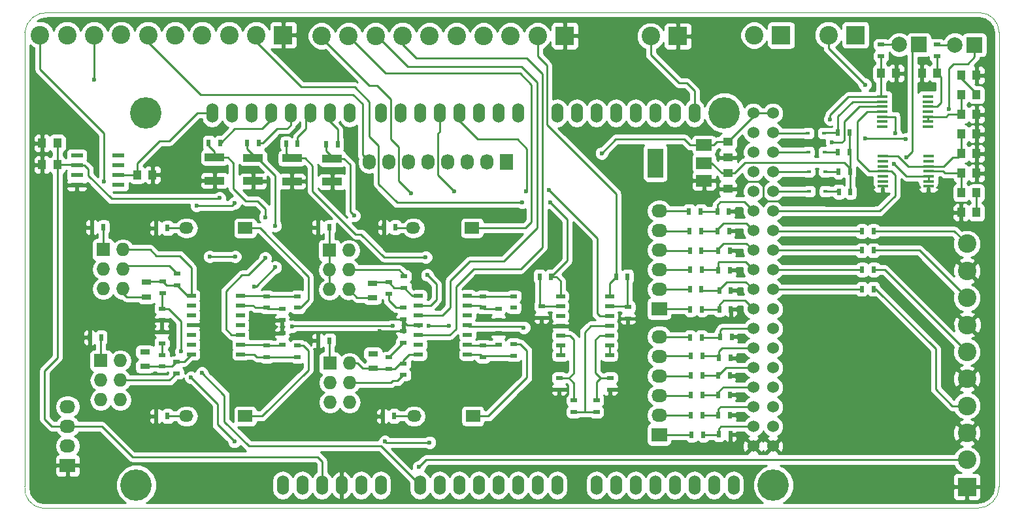
<source format=gtl>
G04 #@! TF.FileFunction,Copper,L1,Top,Signal*
%FSLAX46Y46*%
G04 Gerber Fmt 4.6, Leading zero omitted, Abs format (unit mm)*
G04 Created by KiCad (PCBNEW 4.0.2-stable) date Sunday, December 11, 2016 'AMt' 07:35:52 AM*
%MOMM*%
G01*
G04 APERTURE LIST*
%ADD10C,0.100000*%
%ADD11O,1.524000X2.540000*%
%ADD12C,1.524000*%
%ADD13R,2.000000X2.000000*%
%ADD14C,2.000000*%
%ADD15C,2.400000*%
%ADD16R,2.400000X2.400000*%
%ADD17C,4.064000*%
%ADD18R,2.500000X1.000000*%
%ADD19R,1.250000X1.000000*%
%ADD20R,1.000000X1.250000*%
%ADD21R,0.590000X0.450000*%
%ADD22R,2.032000X1.727200*%
%ADD23O,2.032000X1.727200*%
%ADD24R,1.727200X1.727200*%
%ADD25O,1.727200X1.727200*%
%ADD26R,1.727200X2.032000*%
%ADD27O,1.727200X2.032000*%
%ADD28R,0.500000X0.900000*%
%ADD29R,0.900000X0.500000*%
%ADD30R,1.300000X0.700000*%
%ADD31R,1.824000X1.524000*%
%ADD32O,1.824000X1.524000*%
%ADD33R,1.143000X0.508000*%
%ADD34R,1.550000X0.600000*%
%ADD35R,2.000000X3.800000*%
%ADD36R,2.000000X1.500000*%
%ADD37R,1.450000X0.450000*%
%ADD38C,0.600000*%
%ADD39C,0.250000*%
%ADD40C,0.254000*%
G04 APERTURE END LIST*
D10*
X40386000Y-49022000D02*
X161036000Y-49022000D01*
X37338000Y-110490000D02*
X37338000Y-51562000D01*
X160782000Y-113284000D02*
X39624000Y-113284000D01*
X163576000Y-51562000D02*
X163576000Y-110490000D01*
X163576000Y-51562000D02*
G75*
G03X161036000Y-49022000I-2540000J0D01*
G01*
X40386000Y-49022000D02*
G75*
G03X37338000Y-51562000I-254000J-2794000D01*
G01*
X160782000Y-113284000D02*
G75*
G03X163576000Y-110490000I0J2794000D01*
G01*
X37338000Y-110490000D02*
G75*
G03X39624000Y-113284000I2540000J-254000D01*
G01*
D11*
X106318000Y-62047000D03*
X108858000Y-62047000D03*
X111398000Y-62047000D03*
X113938000Y-62047000D03*
X116478000Y-62047000D03*
X119018000Y-62047000D03*
X121558000Y-62047000D03*
X124098000Y-62047000D03*
X129178000Y-110307000D03*
X126638000Y-110307000D03*
X124098000Y-110307000D03*
X121558000Y-110307000D03*
X111398000Y-110307000D03*
X106318000Y-110307000D03*
X103778000Y-110307000D03*
X113938000Y-110307000D03*
X116478000Y-110307000D03*
X119018000Y-110307000D03*
X101238000Y-110307000D03*
X98698000Y-110307000D03*
X96158000Y-110307000D03*
X88538000Y-110307000D03*
X91078000Y-110307000D03*
X93618000Y-110307000D03*
X83458000Y-110307000D03*
X80918000Y-110307000D03*
X78378000Y-110307000D03*
X73298000Y-110307000D03*
X70758000Y-110307000D03*
X101238000Y-62047000D03*
X98698000Y-62047000D03*
X96158000Y-62047000D03*
X93618000Y-62047000D03*
X91078000Y-62047000D03*
X88538000Y-62047000D03*
X85998000Y-62047000D03*
X83458000Y-62047000D03*
X79394000Y-62047000D03*
X76854000Y-62047000D03*
X74314000Y-62047000D03*
X71774000Y-62047000D03*
X69234000Y-62047000D03*
X66694000Y-62047000D03*
X64154000Y-62047000D03*
X61614000Y-62047000D03*
X75838000Y-110307000D03*
D12*
X131718000Y-64587000D03*
X134258000Y-64587000D03*
X131718000Y-67127000D03*
X134258000Y-67127000D03*
X131718000Y-69667000D03*
X134258000Y-69667000D03*
X131718000Y-72207000D03*
X134258000Y-72207000D03*
X131718000Y-62047000D03*
X134258000Y-62047000D03*
X134258000Y-74747000D03*
X131718000Y-74747000D03*
X131718000Y-77287000D03*
X134258000Y-77287000D03*
X131718000Y-79827000D03*
X134258000Y-79827000D03*
X131718000Y-82367000D03*
X134258000Y-82367000D03*
X131718000Y-84907000D03*
X134258000Y-84907000D03*
X131718000Y-87447000D03*
X134258000Y-87447000D03*
X131718000Y-89987000D03*
X134258000Y-89987000D03*
X131718000Y-92527000D03*
X134258000Y-92527000D03*
X131718000Y-95067000D03*
X134258000Y-95067000D03*
X131718000Y-97607000D03*
X134258000Y-97607000D03*
X131718000Y-100147000D03*
X134258000Y-100147000D03*
X131718000Y-102687000D03*
X134258000Y-102687000D03*
X131718000Y-105227000D03*
X134258000Y-105227000D03*
D13*
X160399500Y-53191800D03*
D14*
X157859500Y-53191800D03*
D13*
X153185900Y-53166400D03*
D14*
X150645900Y-53166400D03*
D15*
X159411200Y-103502200D03*
X159411200Y-107002200D03*
X159411200Y-100002200D03*
X159411200Y-96502200D03*
X159411200Y-93002200D03*
X159442929Y-89502200D03*
D16*
X159411200Y-110502200D03*
D15*
X159411200Y-86002200D03*
X159411200Y-82502200D03*
X159411200Y-79002200D03*
X63816000Y-51929800D03*
X67316000Y-51929800D03*
X60316000Y-51929800D03*
X56816000Y-51929800D03*
X53316000Y-51929800D03*
X49816000Y-51898071D03*
D16*
X70816000Y-51929800D03*
D15*
X46316000Y-51929800D03*
X42816000Y-51929800D03*
X39316000Y-51929800D03*
X100290400Y-52031400D03*
X103790400Y-52031400D03*
X96790400Y-52031400D03*
X93290400Y-52031400D03*
X89790400Y-52031400D03*
X86290400Y-51999671D03*
D16*
X107290400Y-52031400D03*
D15*
X82790400Y-52031400D03*
X79290400Y-52031400D03*
X75790400Y-52031400D03*
D17*
X127971500Y-62013500D03*
X134321500Y-110273500D03*
X51771500Y-110273500D03*
X53041500Y-62013500D03*
D15*
X141458600Y-51917100D03*
D16*
X144958600Y-51917100D03*
D15*
X131832000Y-51942500D03*
D16*
X135332000Y-51942500D03*
D15*
X118433500Y-52069500D03*
D16*
X121933500Y-52069500D03*
D18*
X77166000Y-67955800D03*
X77166000Y-70955800D03*
X61926000Y-67803400D03*
X61926000Y-70803400D03*
X66904400Y-67854200D03*
X66904400Y-70854200D03*
X71933600Y-67905000D03*
X71933600Y-70905000D03*
D19*
X128418000Y-67789000D03*
X128418000Y-65789000D03*
X128418000Y-71853000D03*
X128418000Y-69853000D03*
D20*
X158660000Y-57137000D03*
X160660000Y-57137000D03*
X158660000Y-59677000D03*
X160660000Y-59677000D03*
X158660000Y-62217000D03*
X160660000Y-62217000D03*
X160660000Y-64757000D03*
X158660000Y-64757000D03*
X158660000Y-67297000D03*
X160660000Y-67297000D03*
X158660000Y-69837000D03*
X160660000Y-69837000D03*
X160660000Y-72377000D03*
X158660000Y-72377000D03*
X160660000Y-74917000D03*
X158660000Y-74917000D03*
X150246000Y-56883000D03*
X148246000Y-56883000D03*
X155580000Y-56883000D03*
X153580000Y-56883000D03*
X39588000Y-65947000D03*
X41588000Y-65947000D03*
X39588000Y-68747000D03*
X41588000Y-68747000D03*
X53888000Y-70047000D03*
X51888000Y-70047000D03*
D21*
X138785500Y-64642500D03*
X140895500Y-64642500D03*
X138976000Y-72199000D03*
X141086000Y-72199000D03*
X138849000Y-67119000D03*
X140959000Y-67119000D03*
X138912500Y-69659000D03*
X141022500Y-69659000D03*
D22*
X42888000Y-107747000D03*
D23*
X42888000Y-105207000D03*
X42888000Y-102667000D03*
X42888000Y-100127000D03*
D22*
X119533200Y-87439000D03*
D23*
X119533200Y-84899000D03*
X119533200Y-82359000D03*
X119533200Y-79819000D03*
X119533200Y-77279000D03*
X119533200Y-74739000D03*
D22*
X119533200Y-103745800D03*
D23*
X119533200Y-101205800D03*
X119533200Y-98665800D03*
X119533200Y-96125800D03*
X119533200Y-93585800D03*
X119533200Y-91045800D03*
D24*
X76788000Y-79847000D03*
D25*
X79328000Y-79847000D03*
X76788000Y-82387000D03*
X79328000Y-82387000D03*
X76788000Y-84927000D03*
X79328000Y-84927000D03*
D26*
X99721200Y-68338200D03*
D27*
X97181200Y-68338200D03*
X94641200Y-68338200D03*
X92101200Y-68338200D03*
X89561200Y-68338200D03*
X87021200Y-68338200D03*
X84481200Y-68338200D03*
X81941200Y-68338200D03*
D24*
X47488000Y-79747000D03*
D25*
X50028000Y-79747000D03*
X47488000Y-82287000D03*
X50028000Y-82287000D03*
X47488000Y-84827000D03*
X50028000Y-84827000D03*
D24*
X76862000Y-94475000D03*
D25*
X79402000Y-94475000D03*
X76862000Y-97015000D03*
X79402000Y-97015000D03*
X76862000Y-99555000D03*
X79402000Y-99555000D03*
D24*
X47188000Y-94147000D03*
D25*
X49728000Y-94147000D03*
X47188000Y-96687000D03*
X49728000Y-96687000D03*
X47188000Y-99227000D03*
X49728000Y-99227000D03*
D28*
X76365200Y-66052200D03*
X77865200Y-66052200D03*
X61176000Y-65899800D03*
X62676000Y-65899800D03*
X66154400Y-65950600D03*
X67654400Y-65950600D03*
X71183600Y-66001400D03*
X72683600Y-66001400D03*
D29*
X98688000Y-90597000D03*
X98688000Y-92097000D03*
D28*
X85338000Y-76847000D03*
X83838000Y-76847000D03*
X147288000Y-77347000D03*
X145788000Y-77347000D03*
D29*
X100688000Y-87297000D03*
X100688000Y-85797000D03*
X96688000Y-93697000D03*
X96688000Y-92197000D03*
D28*
X147288000Y-84847000D03*
X145788000Y-84847000D03*
D29*
X96688000Y-85797000D03*
X96688000Y-87297000D03*
X100688000Y-91997000D03*
X100688000Y-93497000D03*
D28*
X85188000Y-101347000D03*
X83688000Y-101347000D03*
D29*
X98688000Y-88897000D03*
X98688000Y-87397000D03*
X70688000Y-90597000D03*
X70688000Y-92097000D03*
D28*
X55838000Y-76947000D03*
X54338000Y-76947000D03*
X147338000Y-82347000D03*
X145838000Y-82347000D03*
X147288000Y-79847000D03*
X145788000Y-79847000D03*
D29*
X72688000Y-87297000D03*
X72688000Y-85797000D03*
X68688000Y-85797000D03*
X68688000Y-87297000D03*
X68688000Y-93697000D03*
X68688000Y-92197000D03*
X72688000Y-92197000D03*
X72688000Y-93697000D03*
X70688000Y-88897000D03*
X70688000Y-87397000D03*
D28*
X55838000Y-101347000D03*
X54338000Y-101347000D03*
X76838000Y-76847000D03*
X75338000Y-76847000D03*
X47538000Y-76847000D03*
X46038000Y-76847000D03*
D29*
X104288000Y-87097000D03*
X104288000Y-88597000D03*
X86488000Y-84697000D03*
X86488000Y-83197000D03*
D30*
X82388000Y-84097000D03*
X82388000Y-85997000D03*
D29*
X57088000Y-84397000D03*
X57088000Y-82897000D03*
D30*
X53088000Y-83997000D03*
X53088000Y-85897000D03*
D29*
X84488000Y-83997000D03*
X84488000Y-85497000D03*
X86388000Y-87297000D03*
X86388000Y-88797000D03*
X55188000Y-83897000D03*
X55188000Y-85397000D03*
X55088000Y-87397000D03*
X55088000Y-88897000D03*
D28*
X105538000Y-83247000D03*
X104038000Y-83247000D03*
X76838000Y-91547000D03*
X75338000Y-91547000D03*
X47238000Y-91147000D03*
X45738000Y-91147000D03*
D29*
X115488000Y-87197000D03*
X115488000Y-88697000D03*
X86388000Y-94497000D03*
X86388000Y-95997000D03*
D30*
X82450000Y-95171000D03*
X82450000Y-93271000D03*
D29*
X56988000Y-94297000D03*
X56988000Y-95797000D03*
D30*
X52888000Y-94897000D03*
X52888000Y-92997000D03*
D28*
X113938000Y-83247000D03*
X115438000Y-83247000D03*
D29*
X84482000Y-95225000D03*
X84482000Y-93725000D03*
X86388000Y-91797000D03*
X86388000Y-90297000D03*
X55088000Y-94897000D03*
X55088000Y-93397000D03*
X55088000Y-91897000D03*
X55088000Y-90397000D03*
X108488000Y-100797000D03*
X108488000Y-99297000D03*
X106588000Y-96397000D03*
X106588000Y-97897000D03*
X111388000Y-100797000D03*
X111388000Y-99297000D03*
X113188000Y-96397000D03*
X113188000Y-97897000D03*
D28*
X124906000Y-74789800D03*
X123406000Y-74789800D03*
X124956800Y-77329800D03*
X123456800Y-77329800D03*
X125007600Y-79869800D03*
X123507600Y-79869800D03*
X125038000Y-82347000D03*
X123538000Y-82347000D03*
X125007600Y-84899000D03*
X123507600Y-84899000D03*
X125058400Y-87489800D03*
X123558400Y-87489800D03*
X125038000Y-91147000D03*
X123538000Y-91147000D03*
X125109200Y-93535000D03*
X123609200Y-93535000D03*
X125160000Y-96075000D03*
X123660000Y-96075000D03*
X125160000Y-98615000D03*
X123660000Y-98615000D03*
X125160000Y-101205800D03*
X123660000Y-101205800D03*
X125238000Y-103747000D03*
X123738000Y-103747000D03*
X128563600Y-74789800D03*
X127063600Y-74789800D03*
X128614400Y-77329800D03*
X127114400Y-77329800D03*
X128665200Y-79869800D03*
X127165200Y-79869800D03*
X128716000Y-82409800D03*
X127216000Y-82409800D03*
X128817600Y-85051400D03*
X127317600Y-85051400D03*
X128817600Y-87489800D03*
X127317600Y-87489800D03*
X128919200Y-91045800D03*
X127419200Y-91045800D03*
X128766800Y-93789000D03*
X127266800Y-93789000D03*
X128665200Y-96075000D03*
X127165200Y-96075000D03*
X128716000Y-98564200D03*
X127216000Y-98564200D03*
X128716000Y-101205800D03*
X127216000Y-101205800D03*
X128766800Y-103695000D03*
X127266800Y-103695000D03*
X142710000Y-64579000D03*
X144210000Y-64579000D03*
X142811600Y-72249800D03*
X144311600Y-72249800D03*
X142710000Y-67068200D03*
X144210000Y-67068200D03*
X142760800Y-69608200D03*
X144260800Y-69608200D03*
D29*
X155525000Y-53161000D03*
X155525000Y-54661000D03*
X148286000Y-53161000D03*
X148286000Y-54661000D03*
D31*
X95288000Y-76947000D03*
D32*
X87668000Y-76947000D03*
D31*
X95388000Y-101347000D03*
D32*
X87768000Y-101347000D03*
D31*
X65888000Y-76947000D03*
D32*
X58268000Y-76947000D03*
D31*
X65888000Y-101347000D03*
D32*
X58268000Y-101347000D03*
D33*
X65279200Y-93331800D03*
X65279200Y-92061800D03*
X65279200Y-90791800D03*
X65279200Y-89521800D03*
X65279200Y-88251800D03*
X65279200Y-86981800D03*
X65279200Y-85711800D03*
X58929200Y-85711800D03*
X58929200Y-86981800D03*
X58929200Y-89521800D03*
X58929200Y-90791800D03*
X58929200Y-92061800D03*
X58929200Y-93331800D03*
X58929200Y-88251800D03*
X94690000Y-93357000D03*
X94690000Y-92087000D03*
X94690000Y-90817000D03*
X94690000Y-89547000D03*
X94690000Y-88277000D03*
X94690000Y-87007000D03*
X94690000Y-85737000D03*
X88340000Y-85737000D03*
X88340000Y-87007000D03*
X88340000Y-89547000D03*
X88340000Y-90817000D03*
X88340000Y-92087000D03*
X88340000Y-93357000D03*
X88340000Y-88277000D03*
X113090000Y-93457000D03*
X113090000Y-92187000D03*
X113090000Y-90917000D03*
X113090000Y-89647000D03*
X113090000Y-88377000D03*
X113090000Y-87107000D03*
X113090000Y-85837000D03*
X106740000Y-85837000D03*
X106740000Y-87107000D03*
X106740000Y-89647000D03*
X106740000Y-90917000D03*
X106740000Y-92187000D03*
X106740000Y-93457000D03*
X106740000Y-88377000D03*
D34*
X44088000Y-67542000D03*
X44088000Y-68812000D03*
X44088000Y-70082000D03*
X44088000Y-71352000D03*
X49488000Y-71352000D03*
X49488000Y-70082000D03*
X49488000Y-68812000D03*
X49488000Y-67542000D03*
D35*
X119037500Y-68516000D03*
D36*
X125337500Y-68516000D03*
X125337500Y-66216000D03*
X125337500Y-70816000D03*
D37*
X154347500Y-63798500D03*
X154347500Y-63148500D03*
X154347500Y-62498500D03*
X154347500Y-61848500D03*
X154347500Y-61198500D03*
X154347500Y-60548500D03*
X154347500Y-59898500D03*
X148447500Y-59898500D03*
X148447500Y-60548500D03*
X148447500Y-61198500D03*
X148447500Y-61848500D03*
X148447500Y-62498500D03*
X148447500Y-63148500D03*
X148447500Y-63798500D03*
X154411000Y-71545500D03*
X154411000Y-70895500D03*
X154411000Y-70245500D03*
X154411000Y-69595500D03*
X154411000Y-68945500D03*
X154411000Y-68295500D03*
X154411000Y-67645500D03*
X148511000Y-67645500D03*
X148511000Y-68295500D03*
X148511000Y-68945500D03*
X148511000Y-69595500D03*
X148511000Y-70245500D03*
X148511000Y-70895500D03*
X148511000Y-71545500D03*
D38*
X79988000Y-75347000D03*
X83288000Y-90347000D03*
X84288000Y-88547000D03*
X96988000Y-90847000D03*
X96988000Y-88647000D03*
X68488000Y-80847000D03*
X68488000Y-75547000D03*
X67088000Y-84547000D03*
X69788000Y-82047000D03*
X69788000Y-76647000D03*
X89288000Y-80747000D03*
X62588000Y-73047000D03*
X112088000Y-67247000D03*
X141688000Y-62847000D03*
X146188000Y-58347000D03*
X146188000Y-65347000D03*
X151488000Y-65447000D03*
X149988000Y-68647000D03*
X150088000Y-64647000D03*
X141888000Y-65847000D03*
X157088000Y-61547000D03*
X151588000Y-67747000D03*
X92288000Y-89647000D03*
X89688000Y-89647000D03*
X84988000Y-89647000D03*
X71988000Y-89747000D03*
X101988000Y-89847000D03*
X88388000Y-107947000D03*
X101788000Y-73647000D03*
X105388000Y-73647000D03*
X46288000Y-57747000D03*
X59588000Y-74047000D03*
X64488000Y-73747000D03*
X64588000Y-80647000D03*
X61288000Y-80647000D03*
X47588000Y-70947000D03*
X87388000Y-72447000D03*
X60288000Y-95747000D03*
X57588000Y-92947000D03*
X89788000Y-104747000D03*
X83988000Y-104647000D03*
X64488000Y-104647000D03*
X58888000Y-96347000D03*
X92988000Y-72147000D03*
X102288000Y-72147000D03*
X105288000Y-72047000D03*
X89488000Y-83047000D03*
D39*
X78696800Y-67955800D02*
X77166000Y-67955800D01*
X79488000Y-68747000D02*
X78696800Y-67955800D01*
X79488000Y-74847000D02*
X79488000Y-68747000D01*
X79988000Y-75347000D02*
X79488000Y-74847000D01*
X77166000Y-67955800D02*
X77166000Y-67725000D01*
X77166000Y-67725000D02*
X76365200Y-66924200D01*
X76365200Y-66924200D02*
X76365200Y-66052200D01*
X86388000Y-90297000D02*
X83338000Y-90297000D01*
X83338000Y-90297000D02*
X83288000Y-90347000D01*
X86388000Y-88797000D02*
X84538000Y-88797000D01*
X84538000Y-88797000D02*
X84288000Y-88547000D01*
X128418000Y-71853000D02*
X129782000Y-71853000D01*
X148511000Y-72824000D02*
X148511000Y-71545500D01*
X147288000Y-74047000D02*
X148511000Y-72824000D01*
X141188000Y-74047000D02*
X147288000Y-74047000D01*
X140588000Y-73447000D02*
X141188000Y-74047000D01*
X133188000Y-73447000D02*
X140588000Y-73447000D01*
X132988000Y-73247000D02*
X133188000Y-73447000D01*
X132988000Y-71347000D02*
X132988000Y-73247000D01*
X132588000Y-70947000D02*
X132988000Y-71347000D01*
X130688000Y-70947000D02*
X132588000Y-70947000D01*
X129782000Y-71853000D02*
X130688000Y-70947000D01*
X98688000Y-90597000D02*
X97238000Y-90597000D01*
X97238000Y-90597000D02*
X96988000Y-90847000D01*
X98688000Y-88897000D02*
X97238000Y-88897000D01*
X97238000Y-88897000D02*
X96988000Y-88647000D01*
X86388000Y-88797000D02*
X86388000Y-89047000D01*
X86388000Y-89047000D02*
X86888000Y-89547000D01*
X86888000Y-89547000D02*
X88340000Y-89547000D01*
X154411000Y-71545500D02*
X154411000Y-73670000D01*
X155658000Y-74917000D02*
X158660000Y-74917000D01*
X154411000Y-73670000D02*
X155658000Y-74917000D01*
X70688000Y-90597000D02*
X70688000Y-88897000D01*
X160716000Y-62102500D02*
X160716000Y-61972200D01*
X86388000Y-88797000D02*
X86388000Y-90297000D01*
X61926000Y-67803400D02*
X63644400Y-67803400D01*
X64132800Y-90791800D02*
X65279200Y-90791800D01*
X63388000Y-90047000D02*
X64132800Y-90791800D01*
X63388000Y-85147000D02*
X63388000Y-90047000D01*
X65488000Y-83047000D02*
X63388000Y-85147000D01*
X66288000Y-83047000D02*
X65488000Y-83047000D01*
X68488000Y-80847000D02*
X66288000Y-83047000D01*
X68488000Y-74447000D02*
X68488000Y-75547000D01*
X67488000Y-73447000D02*
X68488000Y-74447000D01*
X65988000Y-73447000D02*
X67488000Y-73447000D01*
X64388000Y-71847000D02*
X65988000Y-73447000D01*
X64388000Y-68547000D02*
X64388000Y-71847000D01*
X63644400Y-67803400D02*
X64388000Y-68547000D01*
X61926000Y-67803400D02*
X61926000Y-66985000D01*
X61926000Y-66985000D02*
X61176000Y-66235000D01*
X61176000Y-66235000D02*
X61176000Y-65899800D01*
X66904400Y-67854200D02*
X67495200Y-67854200D01*
X67495200Y-67854200D02*
X69788000Y-70147000D01*
X67288000Y-84547000D02*
X67088000Y-84547000D01*
X69788000Y-82047000D02*
X67288000Y-84547000D01*
X69788000Y-70147000D02*
X69788000Y-76647000D01*
X66904400Y-67854200D02*
X66904400Y-67463400D01*
X66904400Y-67463400D02*
X66154400Y-66713400D01*
X66154400Y-66713400D02*
X66154400Y-65950600D01*
X71933600Y-67905000D02*
X73646000Y-67905000D01*
X83888000Y-80747000D02*
X89288000Y-80747000D01*
X80888000Y-77747000D02*
X83888000Y-80747000D01*
X80188000Y-77747000D02*
X80888000Y-77747000D01*
X74588000Y-72147000D02*
X80188000Y-77747000D01*
X74588000Y-68847000D02*
X74588000Y-72147000D01*
X73646000Y-67905000D02*
X74588000Y-68847000D01*
X71933600Y-67905000D02*
X71846000Y-67905000D01*
X71846000Y-67905000D02*
X71183600Y-67242600D01*
X71183600Y-67242600D02*
X71183600Y-66001400D01*
X125337500Y-66216000D02*
X123557000Y-66216000D01*
X45053000Y-68812000D02*
X44088000Y-68812000D01*
X45588000Y-69347000D02*
X45053000Y-68812000D01*
X45588000Y-70147000D02*
X45588000Y-69347000D01*
X48588000Y-73147000D02*
X45588000Y-70147000D01*
X62488000Y-73147000D02*
X48588000Y-73147000D01*
X62588000Y-73047000D02*
X62488000Y-73147000D01*
X113888000Y-65447000D02*
X112088000Y-67247000D01*
X122788000Y-65447000D02*
X113888000Y-65447000D01*
X123557000Y-66216000D02*
X122788000Y-65447000D01*
X128418000Y-65789000D02*
X128418000Y-65717000D01*
X128418000Y-65717000D02*
X131718000Y-62417000D01*
X131718000Y-62417000D02*
X131718000Y-62047000D01*
X125337500Y-66216000D02*
X126619000Y-66216000D01*
X127046000Y-65789000D02*
X128418000Y-65789000D01*
X126619000Y-66216000D02*
X127046000Y-65789000D01*
X42888000Y-102667000D02*
X47308000Y-102667000D01*
X75838000Y-107197000D02*
X75838000Y-110307000D01*
X75288000Y-106647000D02*
X75838000Y-107197000D01*
X51288000Y-106647000D02*
X75288000Y-106647000D01*
X47308000Y-102667000D02*
X51288000Y-106647000D01*
X41588000Y-68747000D02*
X41588000Y-93747000D01*
X40808000Y-102667000D02*
X42888000Y-102667000D01*
X39888000Y-101747000D02*
X40808000Y-102667000D01*
X39888000Y-95447000D02*
X39888000Y-101747000D01*
X41588000Y-93747000D02*
X39888000Y-95447000D01*
X41588000Y-68747000D02*
X44023000Y-68747000D01*
X44023000Y-68747000D02*
X44088000Y-68812000D01*
X41588000Y-65947000D02*
X41588000Y-68747000D01*
X131718000Y-62047000D02*
X134258000Y-62047000D01*
X131718000Y-62517000D02*
X131718000Y-62047000D01*
X125337500Y-66216000D02*
X126019000Y-66216000D01*
X154347500Y-61198500D02*
X155536500Y-61198500D01*
X155536500Y-61198500D02*
X156088000Y-60647000D01*
X156088000Y-60647000D02*
X156088000Y-57391000D01*
X156088000Y-57391000D02*
X155580000Y-56883000D01*
X144210000Y-67068200D02*
X144210000Y-64579000D01*
X144260800Y-69608200D02*
X144260800Y-67119000D01*
X144260800Y-67119000D02*
X144210000Y-67068200D01*
X144311600Y-72249800D02*
X144311600Y-69659000D01*
X144311600Y-69659000D02*
X144260800Y-69608200D01*
X148447500Y-59898500D02*
X144036500Y-59898500D01*
X144036500Y-59898500D02*
X141688000Y-62247000D01*
X141688000Y-62247000D02*
X141688000Y-62847000D01*
X148246000Y-56883000D02*
X148246000Y-59697000D01*
X148246000Y-59697000D02*
X148447500Y-59898500D01*
X144260800Y-69608200D02*
X144260800Y-69219800D01*
X144260800Y-69219800D02*
X143488000Y-68447000D01*
X129282000Y-69853000D02*
X128418000Y-69853000D01*
X130688000Y-68447000D02*
X129282000Y-69853000D01*
X143488000Y-68447000D02*
X130688000Y-68447000D01*
X125337500Y-68516000D02*
X126357000Y-68516000D01*
X127694000Y-69853000D02*
X128418000Y-69853000D01*
X126357000Y-68516000D02*
X127694000Y-69853000D01*
X148511000Y-67645500D02*
X150486500Y-67645500D01*
X151786500Y-68945500D02*
X154411000Y-68945500D01*
X150486500Y-67645500D02*
X151786500Y-68945500D01*
X154411000Y-68945500D02*
X156386500Y-68945500D01*
X156386500Y-68945500D02*
X157588000Y-67744000D01*
X157588000Y-67744000D02*
X158213000Y-67744000D01*
X158213000Y-67744000D02*
X158660000Y-67297000D01*
X158660000Y-64757000D02*
X158660000Y-67297000D01*
X155525000Y-54661000D02*
X155525000Y-56828000D01*
X155525000Y-56828000D02*
X155580000Y-56883000D01*
X148286000Y-54661000D02*
X148286000Y-56843000D01*
X148286000Y-56843000D02*
X148246000Y-56883000D01*
X144260800Y-69608200D02*
X144260800Y-69319800D01*
X148302000Y-59753000D02*
X148447500Y-59898500D01*
X148286000Y-57070000D02*
X148302000Y-57086000D01*
X141458600Y-53617600D02*
X141458600Y-51917100D01*
X146188000Y-58347000D02*
X141458600Y-53617600D01*
X160660000Y-59677000D02*
X160660000Y-59519000D01*
X160660000Y-59519000D02*
X158660000Y-57519000D01*
X158660000Y-57519000D02*
X158660000Y-57137000D01*
X154347500Y-62498500D02*
X154347500Y-63148500D01*
X158660000Y-62217000D02*
X157018000Y-62217000D01*
X156736500Y-62498500D02*
X154347500Y-62498500D01*
X157018000Y-62217000D02*
X156736500Y-62498500D01*
X158660000Y-59677000D02*
X158660000Y-62217000D01*
X151388000Y-65347000D02*
X146188000Y-65347000D01*
X151488000Y-65447000D02*
X151388000Y-65347000D01*
X158660000Y-69837000D02*
X158660000Y-72377000D01*
X158660000Y-69837000D02*
X156578000Y-69837000D01*
X156336500Y-69595500D02*
X154411000Y-69595500D01*
X156578000Y-69837000D02*
X156336500Y-69595500D01*
X154411000Y-70245500D02*
X151586500Y-70245500D01*
X151586500Y-70245500D02*
X149988000Y-68647000D01*
X160660000Y-72377000D02*
X160660000Y-74917000D01*
X154411000Y-70895500D02*
X154411000Y-70245500D01*
X138785500Y-64642500D02*
X134313500Y-64642500D01*
X134313500Y-64642500D02*
X134258000Y-64587000D01*
X142710000Y-64579000D02*
X140959000Y-64579000D01*
X140959000Y-64579000D02*
X140895500Y-64642500D01*
X148447500Y-60548500D02*
X144594900Y-60548500D01*
X142710000Y-62433400D02*
X142710000Y-64579000D01*
X144594900Y-60548500D02*
X142710000Y-62433400D01*
X134258000Y-72207000D02*
X138968000Y-72207000D01*
X138968000Y-72207000D02*
X138976000Y-72199000D01*
X148447500Y-62498500D02*
X150139500Y-62498500D01*
X150088000Y-62550000D02*
X150088000Y-64647000D01*
X150139500Y-62498500D02*
X150088000Y-62550000D01*
X141086000Y-72199000D02*
X142486000Y-72199000D01*
X142486000Y-72199000D02*
X142588000Y-72097000D01*
X142588000Y-72097000D02*
X142811600Y-72249800D01*
X138849000Y-67119000D02*
X134266000Y-67119000D01*
X134266000Y-67119000D02*
X134258000Y-67127000D01*
X140959000Y-67119000D02*
X142659200Y-67119000D01*
X142659200Y-67119000D02*
X142710000Y-67068200D01*
X134258000Y-69667000D02*
X138904500Y-69667000D01*
X138904500Y-69667000D02*
X138912500Y-69659000D01*
X148447500Y-61198500D02*
X145436500Y-61198500D01*
X143188000Y-65847000D02*
X141888000Y-65847000D01*
X143488000Y-65547000D02*
X143188000Y-65847000D01*
X143488000Y-63147000D02*
X143488000Y-65547000D01*
X145436500Y-61198500D02*
X143488000Y-63147000D01*
X141022500Y-69659000D02*
X142710000Y-69659000D01*
X142710000Y-69659000D02*
X142760800Y-69608200D01*
X160399500Y-53191800D02*
X160399500Y-54735500D01*
X157088000Y-56247000D02*
X157088000Y-61547000D01*
X157688000Y-55647000D02*
X157088000Y-56247000D01*
X159488000Y-55647000D02*
X157688000Y-55647000D01*
X160399500Y-54735500D02*
X159488000Y-55647000D01*
X157859500Y-53191800D02*
X155555800Y-53191800D01*
X155555800Y-53191800D02*
X155525000Y-53161000D01*
X152288000Y-67047000D02*
X152288000Y-54064300D01*
X151588000Y-67747000D02*
X152288000Y-67047000D01*
X152288000Y-54064300D02*
X153185900Y-53166400D01*
X148286000Y-53161000D02*
X150640500Y-53161000D01*
X150640500Y-53161000D02*
X150645900Y-53166400D01*
X89688000Y-89647000D02*
X92288000Y-89647000D01*
X72088000Y-89647000D02*
X84988000Y-89647000D01*
X71988000Y-89747000D02*
X72088000Y-89647000D01*
X101888000Y-89747000D02*
X94890000Y-89747000D01*
X101988000Y-89847000D02*
X101888000Y-89747000D01*
X94890000Y-89747000D02*
X94690000Y-89547000D01*
X109888000Y-100797000D02*
X109888000Y-90447000D01*
X110688000Y-89647000D02*
X113090000Y-89647000D01*
X109888000Y-90447000D02*
X110688000Y-89647000D01*
X108488000Y-100797000D02*
X109888000Y-100797000D01*
X109888000Y-100797000D02*
X111388000Y-100797000D01*
X118433500Y-52069500D02*
X118433500Y-54492500D01*
X124098000Y-59157000D02*
X124098000Y-62047000D01*
X123088000Y-58147000D02*
X124098000Y-59157000D01*
X122088000Y-58147000D02*
X123088000Y-58147000D01*
X118433500Y-54492500D02*
X122088000Y-58147000D01*
X147288000Y-84847000D02*
X147588000Y-84847000D01*
X157493200Y-100002200D02*
X159411200Y-100002200D01*
X155338000Y-97847000D02*
X157493200Y-100002200D01*
X155338000Y-92597000D02*
X155338000Y-97847000D01*
X147588000Y-84847000D02*
X155338000Y-92597000D01*
X89332800Y-107002200D02*
X159411200Y-107002200D01*
X88388000Y-107947000D02*
X89332800Y-107002200D01*
X147288000Y-79847000D02*
X153256000Y-79847000D01*
X153256000Y-79847000D02*
X159411200Y-86002200D01*
X147288000Y-77347000D02*
X157756000Y-77347000D01*
X157756000Y-77347000D02*
X159411200Y-79002200D01*
X67316000Y-51929800D02*
X67316000Y-52775000D01*
X67316000Y-52775000D02*
X73188000Y-58647000D01*
X73188000Y-58647000D02*
X80088000Y-58647000D01*
X80088000Y-58647000D02*
X81988000Y-60547000D01*
X81988000Y-60547000D02*
X81988000Y-65047000D01*
X81988000Y-65047000D02*
X83188000Y-66247000D01*
X83188000Y-66247000D02*
X83188000Y-71247000D01*
X83188000Y-71247000D02*
X85588000Y-73647000D01*
X85588000Y-73647000D02*
X101788000Y-73647000D01*
X105388000Y-73647000D02*
X107588000Y-75847000D01*
X107588000Y-75847000D02*
X107588000Y-81197000D01*
X107588000Y-81197000D02*
X105538000Y-83247000D01*
X105538000Y-83247000D02*
X106188000Y-83247000D01*
X106740000Y-83799000D02*
X106740000Y-85837000D01*
X106188000Y-83247000D02*
X106740000Y-83799000D01*
X53316000Y-51929800D02*
X53316000Y-52875000D01*
X53316000Y-52875000D02*
X60088000Y-59647000D01*
X60088000Y-59647000D02*
X79888000Y-59647000D01*
X79888000Y-59647000D02*
X81088000Y-60847000D01*
X81088000Y-60847000D02*
X81088000Y-67485000D01*
X81088000Y-67485000D02*
X81941200Y-68338200D01*
X46316000Y-51929800D02*
X46316000Y-57719000D01*
X46316000Y-57719000D02*
X46288000Y-57747000D01*
X72688000Y-87297000D02*
X73038000Y-87297000D01*
X73038000Y-87297000D02*
X74088000Y-86247000D01*
X74088000Y-86247000D02*
X74088000Y-83247000D01*
X74088000Y-83247000D02*
X67788000Y-76947000D01*
X67788000Y-76947000D02*
X65888000Y-76947000D01*
X64188000Y-74047000D02*
X59588000Y-74047000D01*
X64488000Y-73747000D02*
X64188000Y-74047000D01*
X39316000Y-51929800D02*
X39316000Y-56375000D01*
X61288000Y-80647000D02*
X64588000Y-80647000D01*
X47588000Y-64647000D02*
X47588000Y-70947000D01*
X39316000Y-56375000D02*
X47588000Y-64647000D01*
X65888000Y-101347000D02*
X68088000Y-101347000D01*
X73438000Y-92197000D02*
X72688000Y-92197000D01*
X74088000Y-92847000D02*
X73438000Y-92197000D01*
X74088000Y-95347000D02*
X74088000Y-92847000D01*
X68088000Y-101347000D02*
X74088000Y-95347000D01*
X119533200Y-87439000D02*
X123507600Y-87439000D01*
X123507600Y-87439000D02*
X123558400Y-87489800D01*
X123507600Y-84899000D02*
X119533200Y-84899000D01*
X119533200Y-82359000D02*
X123526000Y-82359000D01*
X123526000Y-82359000D02*
X123538000Y-82347000D01*
X123507600Y-79869800D02*
X119584000Y-79869800D01*
X119584000Y-79869800D02*
X119533200Y-79819000D01*
X123456800Y-77329800D02*
X119584000Y-77329800D01*
X119584000Y-77329800D02*
X119533200Y-77279000D01*
X119533200Y-74739000D02*
X123355200Y-74739000D01*
X123355200Y-74739000D02*
X123406000Y-74789800D01*
X103790400Y-52031400D02*
X103790400Y-54649400D01*
X113938000Y-72497000D02*
X113938000Y-83247000D01*
X104988000Y-63547000D02*
X113938000Y-72497000D01*
X104988000Y-55847000D02*
X104988000Y-63547000D01*
X103790400Y-54649400D02*
X104988000Y-55847000D01*
X113090000Y-85837000D02*
X113090000Y-84095000D01*
X113090000Y-84095000D02*
X113938000Y-83247000D01*
X86290400Y-51999671D02*
X86290400Y-53149400D01*
X86290400Y-53149400D02*
X88088000Y-54947000D01*
X88088000Y-54947000D02*
X102388000Y-54947000D01*
X102388000Y-54947000D02*
X104388000Y-56947000D01*
X104388000Y-56947000D02*
X104388000Y-79447000D01*
X104388000Y-79447000D02*
X101588000Y-82247000D01*
X101588000Y-82247000D02*
X95488000Y-82247000D01*
X95488000Y-82247000D02*
X93188000Y-84547000D01*
X93188000Y-84547000D02*
X93188000Y-90047000D01*
X93188000Y-90047000D02*
X92418000Y-90817000D01*
X92418000Y-90817000D02*
X88340000Y-90817000D01*
X82790400Y-52031400D02*
X82972400Y-52031400D01*
X82972400Y-52031400D02*
X86988000Y-56047000D01*
X91458000Y-88277000D02*
X88340000Y-88277000D01*
X92488000Y-87247000D02*
X91458000Y-88277000D01*
X92488000Y-83747000D02*
X92488000Y-87247000D01*
X94988000Y-81247000D02*
X92488000Y-83747000D01*
X99388000Y-81247000D02*
X94988000Y-81247000D01*
X103688000Y-76947000D02*
X99388000Y-81247000D01*
X103688000Y-58047000D02*
X103688000Y-76947000D01*
X101688000Y-56047000D02*
X103688000Y-58047000D01*
X86988000Y-56047000D02*
X101688000Y-56047000D01*
X82790400Y-52031400D02*
X82790400Y-52849400D01*
X88470000Y-88147000D02*
X88340000Y-88277000D01*
X79290400Y-52031400D02*
X79290400Y-52049400D01*
X79290400Y-52049400D02*
X84088000Y-56847000D01*
X102188000Y-76947000D02*
X95288000Y-76947000D01*
X102988000Y-76147000D02*
X102188000Y-76947000D01*
X102988000Y-58347000D02*
X102988000Y-76147000D01*
X101488000Y-56847000D02*
X102988000Y-58347000D01*
X84088000Y-56847000D02*
X101488000Y-56847000D01*
X79290400Y-52031400D02*
X79290400Y-52749400D01*
X75790400Y-52031400D02*
X75790400Y-52249400D01*
X75790400Y-52249400D02*
X81988000Y-58447000D01*
X85788000Y-70847000D02*
X87388000Y-72447000D01*
X85788000Y-66447000D02*
X85788000Y-70847000D01*
X84788000Y-65447000D02*
X85788000Y-66447000D01*
X84788000Y-60247000D02*
X84788000Y-65447000D01*
X82988000Y-58447000D02*
X84788000Y-60247000D01*
X81988000Y-58447000D02*
X82988000Y-58447000D01*
X95388000Y-101347000D02*
X97388000Y-101347000D01*
X101538000Y-91997000D02*
X100688000Y-91997000D01*
X102388000Y-92847000D02*
X101538000Y-91997000D01*
X102388000Y-96347000D02*
X102388000Y-92847000D01*
X97388000Y-101347000D02*
X102388000Y-96347000D01*
X75790400Y-52031400D02*
X75972400Y-52031400D01*
X119533200Y-103745800D02*
X123736800Y-103745800D01*
X123736800Y-103745800D02*
X123738000Y-103747000D01*
X119533200Y-101205800D02*
X123660000Y-101205800D01*
X119533200Y-98665800D02*
X123609200Y-98665800D01*
X123609200Y-98665800D02*
X123660000Y-98615000D01*
X119533200Y-96125800D02*
X123609200Y-96125800D01*
X123609200Y-96125800D02*
X123660000Y-96075000D01*
X123609200Y-93535000D02*
X119584000Y-93535000D01*
X119584000Y-93535000D02*
X119533200Y-93585800D01*
X119533200Y-91045800D02*
X123436800Y-91045800D01*
X123436800Y-91045800D02*
X123538000Y-91147000D01*
X148447500Y-61848500D02*
X146486500Y-61848500D01*
X146736500Y-69595500D02*
X148511000Y-69595500D01*
X145188000Y-68047000D02*
X146736500Y-69595500D01*
X145188000Y-63147000D02*
X145188000Y-68047000D01*
X146486500Y-61848500D02*
X145188000Y-63147000D01*
X134258000Y-74747000D02*
X148088000Y-74747000D01*
X149636500Y-69595500D02*
X148511000Y-69595500D01*
X150088000Y-70047000D02*
X149636500Y-69595500D01*
X150088000Y-72747000D02*
X150088000Y-70047000D01*
X148088000Y-74747000D02*
X150088000Y-72747000D01*
X77865200Y-66052200D02*
X77865200Y-64174200D01*
X77865200Y-64174200D02*
X76854000Y-63163000D01*
X76854000Y-63163000D02*
X76854000Y-62047000D01*
X62676000Y-65899800D02*
X62735200Y-65899800D01*
X62735200Y-65899800D02*
X64538000Y-64097000D01*
X64538000Y-64097000D02*
X68038000Y-64097000D01*
X68038000Y-64097000D02*
X69234000Y-62901000D01*
X69234000Y-62901000D02*
X69234000Y-62047000D01*
X67654400Y-65950600D02*
X68184400Y-65950600D01*
X71774000Y-63611000D02*
X71774000Y-62047000D01*
X71288000Y-64097000D02*
X71774000Y-63611000D01*
X70038000Y-64097000D02*
X71288000Y-64097000D01*
X68184400Y-65950600D02*
X70038000Y-64097000D01*
X72683600Y-66001400D02*
X72683600Y-65201400D01*
X73788000Y-64097000D02*
X73788000Y-62573000D01*
X72683600Y-65201400D02*
X73788000Y-64097000D01*
X73788000Y-62573000D02*
X74314000Y-62047000D01*
X145788000Y-77347000D02*
X134318000Y-77347000D01*
X134318000Y-77347000D02*
X134258000Y-77287000D01*
X96688000Y-92197000D02*
X94800000Y-92197000D01*
X94800000Y-92197000D02*
X94690000Y-92087000D01*
X96688000Y-92197000D02*
X98588000Y-92197000D01*
X98588000Y-92197000D02*
X98688000Y-92097000D01*
X94800000Y-92197000D02*
X94690000Y-92087000D01*
X145788000Y-84847000D02*
X134318000Y-84847000D01*
X134318000Y-84847000D02*
X134258000Y-84907000D01*
X96688000Y-85797000D02*
X94750000Y-85797000D01*
X94750000Y-85797000D02*
X94690000Y-85737000D01*
X94750000Y-85797000D02*
X94690000Y-85737000D01*
X100688000Y-85797000D02*
X96688000Y-85797000D01*
X68688000Y-92197000D02*
X70588000Y-92197000D01*
X70588000Y-92197000D02*
X70688000Y-92097000D01*
X65279200Y-92061800D02*
X68552800Y-92061800D01*
X68552800Y-92061800D02*
X68688000Y-92197000D01*
X145838000Y-82347000D02*
X134278000Y-82347000D01*
X134278000Y-82347000D02*
X134258000Y-82367000D01*
X145788000Y-79847000D02*
X134278000Y-79847000D01*
X134278000Y-79847000D02*
X134258000Y-79827000D01*
X134258000Y-79827000D02*
X145768000Y-79827000D01*
X145768000Y-79827000D02*
X145788000Y-79847000D01*
X84488000Y-85497000D02*
X84488000Y-86353000D01*
X85432000Y-87297000D02*
X86388000Y-87297000D01*
X84488000Y-86353000D02*
X85432000Y-87297000D01*
X55088000Y-87397000D02*
X55088000Y-85497000D01*
X55088000Y-85497000D02*
X55188000Y-85397000D01*
X55088000Y-87397000D02*
X55938000Y-87397000D01*
X83478000Y-105247000D02*
X88538000Y-110307000D01*
X66388000Y-105247000D02*
X83478000Y-105247000D01*
X63188000Y-102047000D02*
X66388000Y-105247000D01*
X63188000Y-98647000D02*
X63188000Y-102047000D01*
X60288000Y-95747000D02*
X63188000Y-98647000D01*
X57588000Y-89047000D02*
X57588000Y-92947000D01*
X55938000Y-87397000D02*
X57588000Y-89047000D01*
X84482000Y-93725000D02*
X84482000Y-93703000D01*
X84482000Y-93703000D02*
X86388000Y-91797000D01*
X55088000Y-91897000D02*
X55088000Y-93397000D01*
X84088000Y-104747000D02*
X89788000Y-104747000D01*
X83988000Y-104647000D02*
X84088000Y-104747000D01*
X62288000Y-102447000D02*
X64488000Y-104647000D01*
X62288000Y-99747000D02*
X62288000Y-102447000D01*
X58888000Y-96347000D02*
X62288000Y-99747000D01*
X106588000Y-96397000D02*
X107838000Y-96397000D01*
X107838000Y-96397000D02*
X108488000Y-95747000D01*
X107958000Y-90917000D02*
X106740000Y-90917000D01*
X108488000Y-91447000D02*
X107958000Y-90917000D01*
X108488000Y-95747000D02*
X108488000Y-91447000D01*
X108488000Y-97047000D02*
X108488000Y-99297000D01*
X107838000Y-96397000D02*
X108488000Y-97047000D01*
X113188000Y-96397000D02*
X111938000Y-96397000D01*
X111938000Y-96397000D02*
X111288000Y-95747000D01*
X111818000Y-90917000D02*
X113090000Y-90917000D01*
X111288000Y-91447000D02*
X111818000Y-90917000D01*
X111288000Y-95747000D02*
X111288000Y-91447000D01*
X111388000Y-96947000D02*
X111388000Y-99297000D01*
X111938000Y-96397000D02*
X111388000Y-96947000D01*
X127063600Y-74789800D02*
X127063600Y-73965000D01*
X130541600Y-73570600D02*
X131718000Y-74747000D01*
X127458000Y-73570600D02*
X130541600Y-73570600D01*
X127063600Y-73965000D02*
X127458000Y-73570600D01*
X124906000Y-74789800D02*
X127063600Y-74789800D01*
X127114400Y-77329800D02*
X127114400Y-77120600D01*
X127114400Y-77120600D02*
X127888000Y-76347000D01*
X130778000Y-76347000D02*
X131718000Y-77287000D01*
X127888000Y-76347000D02*
X130778000Y-76347000D01*
X124956800Y-77329800D02*
X127114400Y-77329800D01*
X127165200Y-79869800D02*
X127165200Y-79669800D01*
X127165200Y-79669800D02*
X127888000Y-78947000D01*
X130838000Y-78947000D02*
X131718000Y-79827000D01*
X127888000Y-78947000D02*
X130838000Y-78947000D01*
X125007600Y-79869800D02*
X127165200Y-79869800D01*
X127216000Y-82409800D02*
X127216000Y-81419000D01*
X130698000Y-81347000D02*
X131718000Y-82367000D01*
X127288000Y-81347000D02*
X130698000Y-81347000D01*
X127216000Y-81419000D02*
X127288000Y-81347000D01*
X125038000Y-82347000D02*
X127153200Y-82347000D01*
X127153200Y-82347000D02*
X127216000Y-82409800D01*
X126888000Y-85051400D02*
X127183600Y-85051400D01*
X127183600Y-85051400D02*
X128288000Y-83947000D01*
X130758000Y-83947000D02*
X131718000Y-84907000D01*
X128288000Y-83947000D02*
X130758000Y-83947000D01*
X127317600Y-85051400D02*
X126888000Y-85051400D01*
X126888000Y-85051400D02*
X125160000Y-85051400D01*
X125160000Y-85051400D02*
X125007600Y-84899000D01*
X127317600Y-87489800D02*
X127317600Y-86917400D01*
X130618000Y-86347000D02*
X131718000Y-87447000D01*
X127888000Y-86347000D02*
X130618000Y-86347000D01*
X127317600Y-86917400D02*
X127888000Y-86347000D01*
X125058400Y-87489800D02*
X127317600Y-87489800D01*
X127419200Y-91045800D02*
X127419200Y-90215800D01*
X127648000Y-89987000D02*
X131718000Y-89987000D01*
X127419200Y-90215800D02*
X127648000Y-89987000D01*
X125038000Y-91147000D02*
X127318000Y-91147000D01*
X127318000Y-91147000D02*
X127419200Y-91045800D01*
X127266800Y-93789000D02*
X127266800Y-92968200D01*
X127708000Y-92527000D02*
X131718000Y-92527000D01*
X127266800Y-92968200D02*
X127708000Y-92527000D01*
X125109200Y-93535000D02*
X127012800Y-93535000D01*
X127012800Y-93535000D02*
X127266800Y-93789000D01*
X127165200Y-96075000D02*
X127165200Y-96069800D01*
X127165200Y-96069800D02*
X128168000Y-95067000D01*
X128168000Y-95067000D02*
X131718000Y-95067000D01*
X125160000Y-96075000D02*
X127165200Y-96075000D01*
X127216000Y-98564200D02*
X127216000Y-98219000D01*
X127216000Y-98219000D02*
X127828000Y-97607000D01*
X127828000Y-97607000D02*
X131718000Y-97607000D01*
X125160000Y-98615000D02*
X127165200Y-98615000D01*
X127165200Y-98615000D02*
X127216000Y-98564200D01*
X127216000Y-101205800D02*
X127216000Y-100419000D01*
X127488000Y-100147000D02*
X131718000Y-100147000D01*
X127216000Y-100419000D02*
X127488000Y-100147000D01*
X125160000Y-101205800D02*
X127216000Y-101205800D01*
X127266800Y-103695000D02*
X127266800Y-102968200D01*
X127548000Y-102687000D02*
X131718000Y-102687000D01*
X127266800Y-102968200D02*
X127548000Y-102687000D01*
X125238000Y-103747000D02*
X127214800Y-103747000D01*
X127214800Y-103747000D02*
X127266800Y-103695000D01*
X91078000Y-62047000D02*
X91078000Y-64457000D01*
X90888000Y-70047000D02*
X92988000Y-72147000D01*
X90888000Y-64647000D02*
X90888000Y-70047000D01*
X91078000Y-64457000D02*
X90888000Y-64647000D01*
X93618000Y-62047000D02*
X93618000Y-63077000D01*
X93618000Y-63077000D02*
X95988000Y-65447000D01*
X95988000Y-65447000D02*
X101188000Y-65447000D01*
X101188000Y-65447000D02*
X102388000Y-66647000D01*
X102388000Y-66647000D02*
X102388000Y-72047000D01*
X102388000Y-72047000D02*
X102288000Y-72147000D01*
X105288000Y-72047000D02*
X111488000Y-78247000D01*
X111488000Y-78247000D02*
X111488000Y-88047000D01*
X111488000Y-88047000D02*
X111818000Y-88377000D01*
X111818000Y-88377000D02*
X113090000Y-88377000D01*
X113090000Y-92187000D02*
X113090000Y-93457000D01*
X106740000Y-93457000D02*
X106740000Y-92187000D01*
X89928000Y-87007000D02*
X88340000Y-87007000D01*
X90688000Y-86247000D02*
X89928000Y-87007000D01*
X90688000Y-84247000D02*
X90688000Y-86247000D01*
X89488000Y-83047000D02*
X90688000Y-84247000D01*
X76788000Y-82387000D02*
X76788000Y-84927000D01*
X76788000Y-79847000D02*
X76788000Y-82387000D01*
X76788000Y-79847000D02*
X76788000Y-83247000D01*
X76788000Y-83247000D02*
X76688000Y-83347000D01*
X76838000Y-76847000D02*
X76838000Y-79797000D01*
X76838000Y-79797000D02*
X76788000Y-79847000D01*
X47538000Y-76847000D02*
X47538000Y-79697000D01*
X47538000Y-79697000D02*
X47488000Y-79747000D01*
X76838000Y-91547000D02*
X76838000Y-94451000D01*
X76838000Y-94451000D02*
X76862000Y-94475000D01*
X82450000Y-95171000D02*
X81114000Y-95171000D01*
X80418000Y-94475000D02*
X79402000Y-94475000D01*
X81114000Y-95171000D02*
X80418000Y-94475000D01*
X84482000Y-95225000D02*
X85256000Y-95225000D01*
X85256000Y-95225000D02*
X85984000Y-94497000D01*
X85984000Y-94497000D02*
X86388000Y-94497000D01*
X86388000Y-94497000D02*
X86388000Y-94093000D01*
X87124000Y-93357000D02*
X88340000Y-93357000D01*
X86388000Y-94093000D02*
X87124000Y-93357000D01*
X84482000Y-95225000D02*
X82504000Y-95225000D01*
X82504000Y-95225000D02*
X82450000Y-95171000D01*
X47188000Y-94147000D02*
X47188000Y-91197000D01*
X47188000Y-91197000D02*
X47238000Y-91147000D01*
X147338000Y-82347000D02*
X148756000Y-82347000D01*
X148756000Y-82347000D02*
X159411200Y-93002200D01*
X61614000Y-62047000D02*
X59688000Y-62047000D01*
X51888000Y-68547000D02*
X51888000Y-70047000D01*
X54788000Y-65647000D02*
X51888000Y-68547000D01*
X56088000Y-65647000D02*
X54788000Y-65647000D01*
X59688000Y-62047000D02*
X56088000Y-65647000D01*
X51888000Y-70047000D02*
X49523000Y-70047000D01*
X49523000Y-70047000D02*
X49488000Y-70082000D01*
X86488000Y-84697000D02*
X85188000Y-84697000D01*
X85188000Y-84697000D02*
X84488000Y-83997000D01*
X84488000Y-83997000D02*
X82488000Y-83997000D01*
X82488000Y-83997000D02*
X82388000Y-84097000D01*
X88340000Y-85737000D02*
X87528000Y-85737000D01*
X87528000Y-85737000D02*
X86488000Y-84697000D01*
X86488000Y-83197000D02*
X86488000Y-83019000D01*
X86488000Y-83019000D02*
X85856000Y-82387000D01*
X85856000Y-82387000D02*
X79328000Y-82387000D01*
X82388000Y-85997000D02*
X80398000Y-85997000D01*
X80398000Y-85997000D02*
X79328000Y-84927000D01*
X55188000Y-83897000D02*
X53188000Y-83897000D01*
X53188000Y-83897000D02*
X53088000Y-83997000D01*
X57088000Y-84397000D02*
X55688000Y-84397000D01*
X55688000Y-84397000D02*
X55188000Y-83897000D01*
X58929200Y-85711800D02*
X58402800Y-85711800D01*
X58402800Y-85711800D02*
X57088000Y-84397000D01*
X50028000Y-79747000D02*
X53588000Y-79747000D01*
X58929200Y-82088200D02*
X58929200Y-85711800D01*
X57388000Y-80547000D02*
X58929200Y-82088200D01*
X54388000Y-80547000D02*
X57388000Y-80547000D01*
X53588000Y-79747000D02*
X54388000Y-80547000D01*
X57088000Y-82897000D02*
X57088000Y-82847000D01*
X57088000Y-82847000D02*
X56088000Y-81847000D01*
X56088000Y-81847000D02*
X50468000Y-81847000D01*
X50468000Y-81847000D02*
X50028000Y-82287000D01*
X53088000Y-85897000D02*
X50538000Y-85897000D01*
X50538000Y-85897000D02*
X50028000Y-85387000D01*
X50028000Y-85387000D02*
X50028000Y-84827000D01*
X79402000Y-97015000D02*
X84736000Y-97015000D01*
X85624000Y-96761000D02*
X86388000Y-95997000D01*
X84990000Y-96761000D02*
X85624000Y-96761000D01*
X84736000Y-97015000D02*
X84990000Y-96761000D01*
X49728000Y-96687000D02*
X56098000Y-96687000D01*
X56098000Y-96687000D02*
X56988000Y-95797000D01*
X56988000Y-94297000D02*
X57964000Y-94297000D01*
X57964000Y-94297000D02*
X58929200Y-93331800D01*
X55088000Y-94897000D02*
X56388000Y-94897000D01*
X56388000Y-94897000D02*
X56988000Y-94297000D01*
X52888000Y-94897000D02*
X55088000Y-94897000D01*
X87668000Y-76947000D02*
X85438000Y-76947000D01*
X85438000Y-76947000D02*
X85338000Y-76847000D01*
X94690000Y-93357000D02*
X96348000Y-93357000D01*
X96348000Y-93357000D02*
X96688000Y-93697000D01*
X100688000Y-93497000D02*
X96888000Y-93497000D01*
X96888000Y-93497000D02*
X96688000Y-93697000D01*
X98688000Y-87397000D02*
X96788000Y-87397000D01*
X96788000Y-87397000D02*
X96688000Y-87297000D01*
X94690000Y-87007000D02*
X96398000Y-87007000D01*
X96398000Y-87007000D02*
X96688000Y-87297000D01*
X96788000Y-87397000D02*
X96688000Y-87297000D01*
X85188000Y-101347000D02*
X87768000Y-101347000D01*
X55838000Y-76947000D02*
X58268000Y-76947000D01*
X72688000Y-85797000D02*
X68688000Y-85797000D01*
X65279200Y-85711800D02*
X68602800Y-85711800D01*
X68602800Y-85711800D02*
X68688000Y-85797000D01*
X68688000Y-87297000D02*
X67238000Y-87297000D01*
X66922800Y-86981800D02*
X65279200Y-86981800D01*
X67238000Y-87297000D02*
X66922800Y-86981800D01*
X70688000Y-87397000D02*
X68788000Y-87397000D01*
X68788000Y-87397000D02*
X68688000Y-87297000D01*
X68688000Y-93697000D02*
X72688000Y-93697000D01*
X65279200Y-93331800D02*
X67072800Y-93331800D01*
X67438000Y-93697000D02*
X68688000Y-93697000D01*
X67072800Y-93331800D02*
X67438000Y-93697000D01*
X55838000Y-101347000D02*
X58268000Y-101347000D01*
X104038000Y-83247000D02*
X104038000Y-86847000D01*
X104038000Y-86847000D02*
X104288000Y-87097000D01*
X106740000Y-87107000D02*
X104298000Y-87107000D01*
X104298000Y-87107000D02*
X104288000Y-87097000D01*
X115438000Y-83247000D02*
X115438000Y-87147000D01*
X115438000Y-87147000D02*
X115488000Y-87197000D01*
X113090000Y-87107000D02*
X115398000Y-87107000D01*
X115398000Y-87107000D02*
X115488000Y-87197000D01*
D40*
G36*
X161740741Y-49860602D02*
X162338193Y-50259807D01*
X162737398Y-50857257D01*
X162891000Y-51629467D01*
X162891000Y-110422533D01*
X162718063Y-111291943D01*
X162263798Y-111971798D01*
X161583943Y-112426063D01*
X160714533Y-112599000D01*
X135677283Y-112599000D01*
X135830261Y-112535791D01*
X136581155Y-111786207D01*
X136988036Y-110806327D01*
X136988052Y-110787950D01*
X157576200Y-110787950D01*
X157576200Y-111828509D01*
X157672873Y-112061898D01*
X157851501Y-112240527D01*
X158084890Y-112337200D01*
X159125450Y-112337200D01*
X159284200Y-112178450D01*
X159284200Y-110629200D01*
X159538200Y-110629200D01*
X159538200Y-112178450D01*
X159696950Y-112337200D01*
X160737510Y-112337200D01*
X160970899Y-112240527D01*
X161149527Y-112061898D01*
X161246200Y-111828509D01*
X161246200Y-110787950D01*
X161087450Y-110629200D01*
X159538200Y-110629200D01*
X159284200Y-110629200D01*
X157734950Y-110629200D01*
X157576200Y-110787950D01*
X136988052Y-110787950D01*
X136988962Y-109745328D01*
X136583791Y-108764739D01*
X135834207Y-108013845D01*
X135228177Y-107762200D01*
X157739752Y-107762200D01*
X157854655Y-108040286D01*
X158370399Y-108556930D01*
X158635958Y-108667200D01*
X158084890Y-108667200D01*
X157851501Y-108763873D01*
X157672873Y-108942502D01*
X157576200Y-109175891D01*
X157576200Y-110216450D01*
X157734950Y-110375200D01*
X159284200Y-110375200D01*
X159284200Y-110355200D01*
X159538200Y-110355200D01*
X159538200Y-110375200D01*
X161087450Y-110375200D01*
X161246200Y-110216450D01*
X161246200Y-109175891D01*
X161149527Y-108942502D01*
X160970899Y-108763873D01*
X160737510Y-108667200D01*
X160186805Y-108667200D01*
X160449286Y-108558745D01*
X160965930Y-108043001D01*
X161245881Y-107368805D01*
X161246518Y-106638797D01*
X160967745Y-105964114D01*
X160452001Y-105447470D01*
X159994243Y-105257392D01*
X160405635Y-105086988D01*
X160528770Y-104799375D01*
X159411200Y-103681805D01*
X158293630Y-104799375D01*
X158416765Y-105086988D01*
X158845658Y-105250404D01*
X158373114Y-105445655D01*
X157856470Y-105961399D01*
X157739871Y-106242200D01*
X135048573Y-106242200D01*
X135058608Y-106207213D01*
X134258000Y-105406605D01*
X133457392Y-106207213D01*
X133467427Y-106242200D01*
X132508573Y-106242200D01*
X132518608Y-106207213D01*
X131718000Y-105406605D01*
X130917392Y-106207213D01*
X130927427Y-106242200D01*
X89332800Y-106242200D01*
X89041961Y-106300052D01*
X88795399Y-106464799D01*
X88248320Y-107011878D01*
X88202833Y-107011838D01*
X87859057Y-107153883D01*
X87595808Y-107416673D01*
X87453162Y-107760201D01*
X87452838Y-108132167D01*
X87463308Y-108157506D01*
X84812802Y-105507000D01*
X89225537Y-105507000D01*
X89257673Y-105539192D01*
X89601201Y-105681838D01*
X89973167Y-105682162D01*
X90316943Y-105540117D01*
X90580192Y-105277327D01*
X90722838Y-104933799D01*
X90723162Y-104561833D01*
X90581117Y-104218057D01*
X90318327Y-103954808D01*
X89974799Y-103812162D01*
X89602833Y-103811838D01*
X89259057Y-103953883D01*
X89225882Y-103987000D01*
X84650289Y-103987000D01*
X84518327Y-103854808D01*
X84174799Y-103712162D01*
X83802833Y-103711838D01*
X83459057Y-103853883D01*
X83195808Y-104116673D01*
X83053162Y-104460201D01*
X83053139Y-104487000D01*
X66702802Y-104487000D01*
X64971288Y-102755486D01*
X64976000Y-102756440D01*
X66800000Y-102756440D01*
X67035317Y-102712162D01*
X67251441Y-102573090D01*
X67396431Y-102360890D01*
X67447440Y-102109000D01*
X67447440Y-102107000D01*
X68088000Y-102107000D01*
X68378839Y-102049148D01*
X68625401Y-101884401D01*
X68877052Y-101632750D01*
X82803000Y-101632750D01*
X82803000Y-101923310D01*
X82899673Y-102156699D01*
X83078302Y-102335327D01*
X83311691Y-102432000D01*
X83404250Y-102432000D01*
X83563000Y-102273250D01*
X83563000Y-101474000D01*
X82961750Y-101474000D01*
X82803000Y-101632750D01*
X68877052Y-101632750D01*
X74625401Y-95884401D01*
X74790148Y-95637840D01*
X74848000Y-95347000D01*
X74848000Y-92847000D01*
X74791185Y-92561374D01*
X74961691Y-92632000D01*
X75054250Y-92632000D01*
X75213000Y-92473250D01*
X75213000Y-91674000D01*
X74611750Y-91674000D01*
X74453000Y-91832750D01*
X74453000Y-92123310D01*
X74462820Y-92147018D01*
X73975401Y-91659599D01*
X73728839Y-91494852D01*
X73548577Y-91458995D01*
X73389890Y-91350569D01*
X73138000Y-91299560D01*
X72238000Y-91299560D01*
X72002683Y-91343838D01*
X71786559Y-91482910D01*
X71720506Y-91579582D01*
X71602090Y-91395559D01*
X71533994Y-91349031D01*
X71676327Y-91206698D01*
X71773000Y-90973309D01*
X71773000Y-90970690D01*
X74453000Y-90970690D01*
X74453000Y-91261250D01*
X74611750Y-91420000D01*
X75213000Y-91420000D01*
X75213000Y-90620750D01*
X75054250Y-90462000D01*
X74961691Y-90462000D01*
X74728302Y-90558673D01*
X74549673Y-90737301D01*
X74453000Y-90970690D01*
X71773000Y-90970690D01*
X71773000Y-90880750D01*
X71616252Y-90724002D01*
X71773000Y-90724002D01*
X71773000Y-90670128D01*
X71801201Y-90681838D01*
X72173167Y-90682162D01*
X72516943Y-90540117D01*
X72650293Y-90407000D01*
X84425537Y-90407000D01*
X84457673Y-90439192D01*
X84801201Y-90581838D01*
X85173167Y-90582162D01*
X85392013Y-90491737D01*
X85303000Y-90580750D01*
X85303000Y-90673309D01*
X85399673Y-90906698D01*
X85540910Y-91047936D01*
X85486559Y-91082910D01*
X85341569Y-91295110D01*
X85290560Y-91547000D01*
X85290560Y-91819638D01*
X84282638Y-92827560D01*
X84032000Y-92827560D01*
X83796683Y-92871838D01*
X83744507Y-92905412D01*
X83703162Y-92685683D01*
X83564090Y-92469559D01*
X83351890Y-92324569D01*
X83100000Y-92273560D01*
X81800000Y-92273560D01*
X81564683Y-92317838D01*
X81348559Y-92456910D01*
X81203569Y-92669110D01*
X81152560Y-92921000D01*
X81152560Y-93621000D01*
X81196838Y-93856317D01*
X81335910Y-94072441D01*
X81548110Y-94217431D01*
X81561197Y-94220081D01*
X81364472Y-94346670D01*
X80955401Y-93937599D01*
X80746919Y-93798296D01*
X80491029Y-93415330D01*
X80004848Y-93090474D01*
X79431359Y-92976400D01*
X79372641Y-92976400D01*
X78799152Y-93090474D01*
X78333558Y-93401574D01*
X78328762Y-93376083D01*
X78189690Y-93159959D01*
X77977490Y-93014969D01*
X77725600Y-92963960D01*
X77598000Y-92963960D01*
X77598000Y-92375386D01*
X77684431Y-92248890D01*
X77735440Y-91997000D01*
X77735440Y-91097000D01*
X77691162Y-90861683D01*
X77552090Y-90645559D01*
X77339890Y-90500569D01*
X77088000Y-90449560D01*
X76588000Y-90449560D01*
X76352683Y-90493838D01*
X76136559Y-90632910D01*
X76090031Y-90701006D01*
X75947698Y-90558673D01*
X75714309Y-90462000D01*
X75621750Y-90462000D01*
X75463000Y-90620750D01*
X75463000Y-91420000D01*
X75485000Y-91420000D01*
X75485000Y-91674000D01*
X75463000Y-91674000D01*
X75463000Y-92473250D01*
X75621750Y-92632000D01*
X75714309Y-92632000D01*
X75947698Y-92535327D01*
X76078000Y-92405026D01*
X76078000Y-92963960D01*
X75998400Y-92963960D01*
X75763083Y-93008238D01*
X75546959Y-93147310D01*
X75401969Y-93359510D01*
X75350960Y-93611400D01*
X75350960Y-95338600D01*
X75395238Y-95573917D01*
X75534310Y-95790041D01*
X75746510Y-95935031D01*
X75790131Y-95943864D01*
X75772971Y-95955330D01*
X75448115Y-96441511D01*
X75334041Y-97015000D01*
X75448115Y-97588489D01*
X75772971Y-98074670D01*
X76087752Y-98285000D01*
X75772971Y-98495330D01*
X75448115Y-98981511D01*
X75334041Y-99555000D01*
X75448115Y-100128489D01*
X75772971Y-100614670D01*
X76259152Y-100939526D01*
X76832641Y-101053600D01*
X76891359Y-101053600D01*
X77464848Y-100939526D01*
X77951029Y-100614670D01*
X78132000Y-100343828D01*
X78312971Y-100614670D01*
X78799152Y-100939526D01*
X79372641Y-101053600D01*
X79431359Y-101053600D01*
X80004848Y-100939526D01*
X80257528Y-100770690D01*
X82803000Y-100770690D01*
X82803000Y-101061250D01*
X82961750Y-101220000D01*
X83563000Y-101220000D01*
X83563000Y-100420750D01*
X83813000Y-100420750D01*
X83813000Y-101220000D01*
X83835000Y-101220000D01*
X83835000Y-101474000D01*
X83813000Y-101474000D01*
X83813000Y-102273250D01*
X83971750Y-102432000D01*
X84064309Y-102432000D01*
X84297698Y-102335327D01*
X84438936Y-102194090D01*
X84473910Y-102248441D01*
X84686110Y-102393431D01*
X84938000Y-102444440D01*
X85438000Y-102444440D01*
X85673317Y-102400162D01*
X85889441Y-102261090D01*
X85994726Y-102107000D01*
X86447634Y-102107000D01*
X86599864Y-102334828D01*
X87053083Y-102637660D01*
X87587692Y-102744000D01*
X87948308Y-102744000D01*
X88482917Y-102637660D01*
X88936136Y-102334828D01*
X89238968Y-101881609D01*
X89345308Y-101347000D01*
X89238968Y-100812391D01*
X88936136Y-100359172D01*
X88482917Y-100056340D01*
X87948308Y-99950000D01*
X87587692Y-99950000D01*
X87053083Y-100056340D01*
X86599864Y-100359172D01*
X86447634Y-100587000D01*
X85993105Y-100587000D01*
X85902090Y-100445559D01*
X85689890Y-100300569D01*
X85438000Y-100249560D01*
X84938000Y-100249560D01*
X84702683Y-100293838D01*
X84486559Y-100432910D01*
X84440031Y-100501006D01*
X84297698Y-100358673D01*
X84064309Y-100262000D01*
X83971750Y-100262000D01*
X83813000Y-100420750D01*
X83563000Y-100420750D01*
X83404250Y-100262000D01*
X83311691Y-100262000D01*
X83078302Y-100358673D01*
X82899673Y-100537301D01*
X82803000Y-100770690D01*
X80257528Y-100770690D01*
X80491029Y-100614670D01*
X80815885Y-100128489D01*
X80929959Y-99555000D01*
X80815885Y-98981511D01*
X80491029Y-98495330D01*
X80176248Y-98285000D01*
X80491029Y-98074670D01*
X80691262Y-97775000D01*
X84736000Y-97775000D01*
X85026839Y-97717148D01*
X85273401Y-97552401D01*
X85304802Y-97521000D01*
X85624000Y-97521000D01*
X85914839Y-97463148D01*
X86161401Y-97298401D01*
X86565362Y-96894440D01*
X86838000Y-96894440D01*
X87073317Y-96850162D01*
X87289441Y-96711090D01*
X87434431Y-96498890D01*
X87485440Y-96247000D01*
X87485440Y-95747000D01*
X87441162Y-95511683D01*
X87302090Y-95295559D01*
X87232289Y-95247866D01*
X87289441Y-95211090D01*
X87434431Y-94998890D01*
X87485440Y-94747000D01*
X87485440Y-94247000D01*
X87472297Y-94177154D01*
X87516610Y-94207431D01*
X87768500Y-94258440D01*
X88911500Y-94258440D01*
X89146817Y-94214162D01*
X89362941Y-94075090D01*
X89507931Y-93862890D01*
X89558940Y-93611000D01*
X89558940Y-93103000D01*
X89514662Y-92867683D01*
X89420334Y-92721093D01*
X89507931Y-92592890D01*
X89558940Y-92341000D01*
X89558940Y-91833000D01*
X89514662Y-91597683D01*
X89501353Y-91577000D01*
X92418000Y-91577000D01*
X92708839Y-91519148D01*
X92955401Y-91354401D01*
X93471060Y-90838742D01*
X93471060Y-91071000D01*
X93515338Y-91306317D01*
X93609666Y-91452907D01*
X93522069Y-91581110D01*
X93471060Y-91833000D01*
X93471060Y-92341000D01*
X93515338Y-92576317D01*
X93609666Y-92722907D01*
X93522069Y-92851110D01*
X93471060Y-93103000D01*
X93471060Y-93611000D01*
X93515338Y-93846317D01*
X93654410Y-94062441D01*
X93866610Y-94207431D01*
X94118500Y-94258440D01*
X95261500Y-94258440D01*
X95496817Y-94214162D01*
X95625276Y-94131501D01*
X95634838Y-94182317D01*
X95773910Y-94398441D01*
X95986110Y-94543431D01*
X96238000Y-94594440D01*
X97138000Y-94594440D01*
X97373317Y-94550162D01*
X97589441Y-94411090D01*
X97694726Y-94257000D01*
X99859614Y-94257000D01*
X99986110Y-94343431D01*
X100238000Y-94394440D01*
X101138000Y-94394440D01*
X101373317Y-94350162D01*
X101589441Y-94211090D01*
X101628000Y-94154657D01*
X101628000Y-96032198D01*
X97073198Y-100587000D01*
X96947440Y-100587000D01*
X96947440Y-100585000D01*
X96903162Y-100349683D01*
X96764090Y-100133559D01*
X96551890Y-99988569D01*
X96300000Y-99937560D01*
X94476000Y-99937560D01*
X94240683Y-99981838D01*
X94024559Y-100120910D01*
X93879569Y-100333110D01*
X93828560Y-100585000D01*
X93828560Y-102109000D01*
X93872838Y-102344317D01*
X94011910Y-102560441D01*
X94224110Y-102705431D01*
X94476000Y-102756440D01*
X96300000Y-102756440D01*
X96535317Y-102712162D01*
X96751441Y-102573090D01*
X96896431Y-102360890D01*
X96947440Y-102109000D01*
X96947440Y-102107000D01*
X97388000Y-102107000D01*
X97678839Y-102049148D01*
X97925401Y-101884401D01*
X101629052Y-98180750D01*
X105503000Y-98180750D01*
X105503000Y-98273309D01*
X105599673Y-98506698D01*
X105778301Y-98685327D01*
X106011690Y-98782000D01*
X106302250Y-98782000D01*
X106461000Y-98623250D01*
X106461000Y-98022000D01*
X106715000Y-98022000D01*
X106715000Y-98623250D01*
X106873750Y-98782000D01*
X107164310Y-98782000D01*
X107397699Y-98685327D01*
X107576327Y-98506698D01*
X107673000Y-98273309D01*
X107673000Y-98180750D01*
X107514250Y-98022000D01*
X106715000Y-98022000D01*
X106461000Y-98022000D01*
X105661750Y-98022000D01*
X105503000Y-98180750D01*
X101629052Y-98180750D01*
X102925401Y-96884401D01*
X103090148Y-96637839D01*
X103148000Y-96347000D01*
X103148000Y-92847000D01*
X103090148Y-92556161D01*
X102925401Y-92309599D01*
X102075401Y-91459599D01*
X101828839Y-91294852D01*
X101538000Y-91237000D01*
X101516386Y-91237000D01*
X101389890Y-91150569D01*
X101138000Y-91099560D01*
X100238000Y-91099560D01*
X100002683Y-91143838D01*
X99786559Y-91282910D01*
X99654228Y-91476583D01*
X99602090Y-91395559D01*
X99533994Y-91349031D01*
X99676327Y-91206698D01*
X99773000Y-90973309D01*
X99773000Y-90880750D01*
X99614250Y-90722000D01*
X98815000Y-90722000D01*
X98815000Y-90744000D01*
X98561000Y-90744000D01*
X98561000Y-90722000D01*
X97761750Y-90722000D01*
X97603000Y-90880750D01*
X97603000Y-90973309D01*
X97699673Y-91206698D01*
X97840910Y-91347936D01*
X97786559Y-91382910D01*
X97749601Y-91437000D01*
X97516386Y-91437000D01*
X97389890Y-91350569D01*
X97138000Y-91299560D01*
X96238000Y-91299560D01*
X96002683Y-91343838D01*
X95857905Y-91437000D01*
X95779963Y-91437000D01*
X95857931Y-91322890D01*
X95908940Y-91071000D01*
X95908940Y-90563000D01*
X95898403Y-90507000D01*
X101325711Y-90507000D01*
X101457673Y-90639192D01*
X101801201Y-90781838D01*
X102173167Y-90782162D01*
X102516943Y-90640117D01*
X102780192Y-90377327D01*
X102922838Y-90033799D01*
X102923162Y-89661833D01*
X102781117Y-89318057D01*
X102518327Y-89054808D01*
X102174799Y-88912162D01*
X101802833Y-88911838D01*
X101620927Y-88987000D01*
X95819179Y-88987000D01*
X95770334Y-88911093D01*
X95791066Y-88880750D01*
X103203000Y-88880750D01*
X103203000Y-88973309D01*
X103299673Y-89206698D01*
X103478301Y-89385327D01*
X103711690Y-89482000D01*
X104002250Y-89482000D01*
X104161000Y-89323250D01*
X104161000Y-88722000D01*
X104415000Y-88722000D01*
X104415000Y-89323250D01*
X104573750Y-89482000D01*
X104864310Y-89482000D01*
X105097699Y-89385327D01*
X105276327Y-89206698D01*
X105373000Y-88973309D01*
X105373000Y-88880750D01*
X105214250Y-88722000D01*
X104415000Y-88722000D01*
X104161000Y-88722000D01*
X103361750Y-88722000D01*
X103203000Y-88880750D01*
X95791066Y-88880750D01*
X95857931Y-88782890D01*
X95908940Y-88531000D01*
X95908940Y-88090703D01*
X95986110Y-88143431D01*
X96238000Y-88194440D01*
X97138000Y-88194440D01*
X97336976Y-88157000D01*
X97829974Y-88157000D01*
X97699673Y-88287302D01*
X97603000Y-88520691D01*
X97603000Y-88613250D01*
X97761750Y-88772000D01*
X98561000Y-88772000D01*
X98561000Y-88750000D01*
X98815000Y-88750000D01*
X98815000Y-88772000D01*
X99614250Y-88772000D01*
X99773000Y-88613250D01*
X99773000Y-88520691D01*
X99676327Y-88287302D01*
X99535090Y-88146064D01*
X99589441Y-88111090D01*
X99721772Y-87917417D01*
X99773910Y-87998441D01*
X99986110Y-88143431D01*
X100238000Y-88194440D01*
X101138000Y-88194440D01*
X101373317Y-88150162D01*
X101589441Y-88011090D01*
X101734431Y-87798890D01*
X101785440Y-87547000D01*
X101785440Y-87047000D01*
X101741162Y-86811683D01*
X101602090Y-86595559D01*
X101532289Y-86547866D01*
X101589441Y-86511090D01*
X101734431Y-86298890D01*
X101785440Y-86047000D01*
X101785440Y-85547000D01*
X101741162Y-85311683D01*
X101602090Y-85095559D01*
X101389890Y-84950569D01*
X101138000Y-84899560D01*
X100238000Y-84899560D01*
X100002683Y-84943838D01*
X99857905Y-85037000D01*
X97516386Y-85037000D01*
X97389890Y-84950569D01*
X97138000Y-84899560D01*
X96238000Y-84899560D01*
X96002683Y-84943838D01*
X95857905Y-85037000D01*
X95729091Y-85037000D01*
X95725590Y-85031559D01*
X95513390Y-84886569D01*
X95261500Y-84835560D01*
X94118500Y-84835560D01*
X93948000Y-84867642D01*
X93948000Y-84861802D01*
X95802802Y-83007000D01*
X101588000Y-83007000D01*
X101878839Y-82949148D01*
X102125401Y-82784401D01*
X104925401Y-79984401D01*
X105090148Y-79737839D01*
X105148000Y-79447000D01*
X105148000Y-74559747D01*
X105201201Y-74581838D01*
X105248077Y-74581879D01*
X106828000Y-76161802D01*
X106828000Y-80882198D01*
X105560638Y-82149560D01*
X105288000Y-82149560D01*
X105052683Y-82193838D01*
X104836559Y-82332910D01*
X104788866Y-82402711D01*
X104752090Y-82345559D01*
X104539890Y-82200569D01*
X104288000Y-82149560D01*
X103788000Y-82149560D01*
X103552683Y-82193838D01*
X103336559Y-82332910D01*
X103191569Y-82545110D01*
X103140560Y-82797000D01*
X103140560Y-83697000D01*
X103184838Y-83932317D01*
X103278000Y-84077095D01*
X103278000Y-86541791D01*
X103241569Y-86595110D01*
X103190560Y-86847000D01*
X103190560Y-87347000D01*
X103234838Y-87582317D01*
X103373910Y-87798441D01*
X103442006Y-87844969D01*
X103299673Y-87987302D01*
X103203000Y-88220691D01*
X103203000Y-88313250D01*
X103361750Y-88472000D01*
X104161000Y-88472000D01*
X104161000Y-88450000D01*
X104415000Y-88450000D01*
X104415000Y-88472000D01*
X105214250Y-88472000D01*
X105373000Y-88313250D01*
X105373000Y-88220691D01*
X105276327Y-87987302D01*
X105156026Y-87867000D01*
X105574877Y-87867000D01*
X105572069Y-87871110D01*
X105521060Y-88123000D01*
X105521060Y-88631000D01*
X105565338Y-88866317D01*
X105656104Y-89007371D01*
X105630173Y-89033302D01*
X105533500Y-89266691D01*
X105533500Y-89361250D01*
X105692250Y-89520000D01*
X106613000Y-89520000D01*
X106613000Y-89500000D01*
X106867000Y-89500000D01*
X106867000Y-89520000D01*
X107787750Y-89520000D01*
X107946500Y-89361250D01*
X107946500Y-89266691D01*
X107849827Y-89033302D01*
X107823291Y-89006765D01*
X107907931Y-88882890D01*
X107958940Y-88631000D01*
X107958940Y-88123000D01*
X107914662Y-87887683D01*
X107820334Y-87741093D01*
X107907931Y-87612890D01*
X107958940Y-87361000D01*
X107958940Y-86853000D01*
X107914662Y-86617683D01*
X107820334Y-86471093D01*
X107907931Y-86342890D01*
X107958940Y-86091000D01*
X107958940Y-85583000D01*
X107914662Y-85347683D01*
X107775590Y-85131559D01*
X107563390Y-84986569D01*
X107500000Y-84973732D01*
X107500000Y-83799000D01*
X107442148Y-83508161D01*
X107277401Y-83261599D01*
X106937802Y-82922000D01*
X108125401Y-81734401D01*
X108290148Y-81487839D01*
X108348000Y-81197000D01*
X108348000Y-76181802D01*
X110728000Y-78561802D01*
X110728000Y-88047000D01*
X110785852Y-88337839D01*
X110950599Y-88584401D01*
X111253198Y-88887000D01*
X110688000Y-88887000D01*
X110397161Y-88944852D01*
X110150599Y-89109599D01*
X109350599Y-89909599D01*
X109185852Y-90156161D01*
X109128000Y-90447000D01*
X109128000Y-91063149D01*
X109025401Y-90909599D01*
X108495401Y-90379599D01*
X108248839Y-90214852D01*
X107958000Y-90157000D01*
X107892780Y-90157000D01*
X107946500Y-90027309D01*
X107946500Y-89932750D01*
X107787750Y-89774000D01*
X106867000Y-89774000D01*
X106867000Y-89794000D01*
X106613000Y-89794000D01*
X106613000Y-89774000D01*
X105692250Y-89774000D01*
X105533500Y-89932750D01*
X105533500Y-90027309D01*
X105630173Y-90260698D01*
X105656709Y-90287235D01*
X105572069Y-90411110D01*
X105521060Y-90663000D01*
X105521060Y-91171000D01*
X105565338Y-91406317D01*
X105659666Y-91552907D01*
X105572069Y-91681110D01*
X105521060Y-91933000D01*
X105521060Y-92441000D01*
X105565338Y-92676317D01*
X105659666Y-92822907D01*
X105572069Y-92951110D01*
X105521060Y-93203000D01*
X105521060Y-93711000D01*
X105565338Y-93946317D01*
X105704410Y-94162441D01*
X105916610Y-94307431D01*
X106168500Y-94358440D01*
X107311500Y-94358440D01*
X107546817Y-94314162D01*
X107728000Y-94197574D01*
X107728000Y-95432198D01*
X107523198Y-95637000D01*
X107416386Y-95637000D01*
X107289890Y-95550569D01*
X107038000Y-95499560D01*
X106138000Y-95499560D01*
X105902683Y-95543838D01*
X105686559Y-95682910D01*
X105541569Y-95895110D01*
X105490560Y-96147000D01*
X105490560Y-96647000D01*
X105534838Y-96882317D01*
X105673910Y-97098441D01*
X105742006Y-97144969D01*
X105599673Y-97287302D01*
X105503000Y-97520691D01*
X105503000Y-97613250D01*
X105661750Y-97772000D01*
X106461000Y-97772000D01*
X106461000Y-97750000D01*
X106715000Y-97750000D01*
X106715000Y-97772000D01*
X107514250Y-97772000D01*
X107673000Y-97613250D01*
X107673000Y-97520691D01*
X107576327Y-97287302D01*
X107446026Y-97157000D01*
X107523198Y-97157000D01*
X107728000Y-97361802D01*
X107728000Y-98491895D01*
X107586559Y-98582910D01*
X107441569Y-98795110D01*
X107390560Y-99047000D01*
X107390560Y-99547000D01*
X107434838Y-99782317D01*
X107573910Y-99998441D01*
X107643711Y-100046134D01*
X107586559Y-100082910D01*
X107441569Y-100295110D01*
X107390560Y-100547000D01*
X107390560Y-101047000D01*
X107434838Y-101282317D01*
X107573910Y-101498441D01*
X107786110Y-101643431D01*
X108038000Y-101694440D01*
X108938000Y-101694440D01*
X109173317Y-101650162D01*
X109318095Y-101557000D01*
X110559614Y-101557000D01*
X110686110Y-101643431D01*
X110938000Y-101694440D01*
X111838000Y-101694440D01*
X112073317Y-101650162D01*
X112289441Y-101511090D01*
X112434431Y-101298890D01*
X112485440Y-101047000D01*
X112485440Y-100547000D01*
X112441162Y-100311683D01*
X112302090Y-100095559D01*
X112232289Y-100047866D01*
X112289441Y-100011090D01*
X112434431Y-99798890D01*
X112485440Y-99547000D01*
X112485440Y-99047000D01*
X112441162Y-98811683D01*
X112326559Y-98633584D01*
X112378301Y-98685327D01*
X112611690Y-98782000D01*
X112902250Y-98782000D01*
X113061000Y-98623250D01*
X113061000Y-98022000D01*
X113315000Y-98022000D01*
X113315000Y-98623250D01*
X113473750Y-98782000D01*
X113764310Y-98782000D01*
X113997699Y-98685327D01*
X114176327Y-98506698D01*
X114273000Y-98273309D01*
X114273000Y-98180750D01*
X114114250Y-98022000D01*
X113315000Y-98022000D01*
X113061000Y-98022000D01*
X113041000Y-98022000D01*
X113041000Y-97772000D01*
X113061000Y-97772000D01*
X113061000Y-97750000D01*
X113315000Y-97750000D01*
X113315000Y-97772000D01*
X114114250Y-97772000D01*
X114273000Y-97613250D01*
X114273000Y-97520691D01*
X114176327Y-97287302D01*
X114035090Y-97146064D01*
X114089441Y-97111090D01*
X114234431Y-96898890D01*
X114285440Y-96647000D01*
X114285440Y-96147000D01*
X114241162Y-95911683D01*
X114102090Y-95695559D01*
X113889890Y-95550569D01*
X113638000Y-95499560D01*
X112738000Y-95499560D01*
X112502683Y-95543838D01*
X112357905Y-95637000D01*
X112252802Y-95637000D01*
X112048000Y-95432198D01*
X112048000Y-94152480D01*
X112054410Y-94162441D01*
X112266610Y-94307431D01*
X112518500Y-94358440D01*
X113661500Y-94358440D01*
X113896817Y-94314162D01*
X114112941Y-94175090D01*
X114257931Y-93962890D01*
X114308940Y-93711000D01*
X114308940Y-93203000D01*
X114264662Y-92967683D01*
X114170334Y-92821093D01*
X114257931Y-92692890D01*
X114308940Y-92441000D01*
X114308940Y-91933000D01*
X114264662Y-91697683D01*
X114170334Y-91551093D01*
X114257931Y-91422890D01*
X114308940Y-91171000D01*
X114308940Y-90663000D01*
X114264662Y-90427683D01*
X114170334Y-90281093D01*
X114257931Y-90152890D01*
X114308940Y-89901000D01*
X114308940Y-89393000D01*
X114264662Y-89157683D01*
X114170334Y-89011093D01*
X114191066Y-88980750D01*
X114403000Y-88980750D01*
X114403000Y-89073309D01*
X114499673Y-89306698D01*
X114678301Y-89485327D01*
X114911690Y-89582000D01*
X115202250Y-89582000D01*
X115361000Y-89423250D01*
X115361000Y-88822000D01*
X115615000Y-88822000D01*
X115615000Y-89423250D01*
X115773750Y-89582000D01*
X116064310Y-89582000D01*
X116297699Y-89485327D01*
X116476327Y-89306698D01*
X116573000Y-89073309D01*
X116573000Y-88980750D01*
X116414250Y-88822000D01*
X115615000Y-88822000D01*
X115361000Y-88822000D01*
X114561750Y-88822000D01*
X114403000Y-88980750D01*
X114191066Y-88980750D01*
X114257931Y-88882890D01*
X114308940Y-88631000D01*
X114308940Y-88123000D01*
X114264662Y-87887683D01*
X114251353Y-87867000D01*
X114553678Y-87867000D01*
X114573910Y-87898441D01*
X114642006Y-87944969D01*
X114499673Y-88087302D01*
X114403000Y-88320691D01*
X114403000Y-88413250D01*
X114561750Y-88572000D01*
X115361000Y-88572000D01*
X115361000Y-88550000D01*
X115615000Y-88550000D01*
X115615000Y-88572000D01*
X116414250Y-88572000D01*
X116573000Y-88413250D01*
X116573000Y-88320691D01*
X116476327Y-88087302D01*
X116335090Y-87946064D01*
X116389441Y-87911090D01*
X116534431Y-87698890D01*
X116585440Y-87447000D01*
X116585440Y-86947000D01*
X116541162Y-86711683D01*
X116402090Y-86495559D01*
X116198000Y-86356110D01*
X116198000Y-84075386D01*
X116284431Y-83948890D01*
X116335440Y-83697000D01*
X116335440Y-82797000D01*
X116291162Y-82561683D01*
X116152090Y-82345559D01*
X115939890Y-82200569D01*
X115688000Y-82149560D01*
X115188000Y-82149560D01*
X114952683Y-82193838D01*
X114736559Y-82332910D01*
X114698000Y-82389343D01*
X114698000Y-72497000D01*
X114676286Y-72387839D01*
X114640148Y-72206160D01*
X114475401Y-71959599D01*
X113617552Y-71101750D01*
X123702500Y-71101750D01*
X123702500Y-71692310D01*
X123799173Y-71925699D01*
X123977802Y-72104327D01*
X124211191Y-72201000D01*
X125051750Y-72201000D01*
X125210500Y-72042250D01*
X125210500Y-70943000D01*
X125464500Y-70943000D01*
X125464500Y-72042250D01*
X125623250Y-72201000D01*
X126463809Y-72201000D01*
X126697198Y-72104327D01*
X126875827Y-71925699D01*
X126972500Y-71692310D01*
X126972500Y-71101750D01*
X126813750Y-70943000D01*
X125464500Y-70943000D01*
X125210500Y-70943000D01*
X123861250Y-70943000D01*
X123702500Y-71101750D01*
X113617552Y-71101750D01*
X106474077Y-63958275D01*
X106852609Y-63882981D01*
X107305828Y-63580149D01*
X107588000Y-63157850D01*
X107870172Y-63580149D01*
X108323391Y-63882981D01*
X108858000Y-63989321D01*
X109392609Y-63882981D01*
X109845828Y-63580149D01*
X110128000Y-63157850D01*
X110410172Y-63580149D01*
X110863391Y-63882981D01*
X111398000Y-63989321D01*
X111932609Y-63882981D01*
X112385828Y-63580149D01*
X112668000Y-63157850D01*
X112950172Y-63580149D01*
X113403391Y-63882981D01*
X113938000Y-63989321D01*
X114472609Y-63882981D01*
X114925828Y-63580149D01*
X115208000Y-63157850D01*
X115490172Y-63580149D01*
X115943391Y-63882981D01*
X116478000Y-63989321D01*
X117012609Y-63882981D01*
X117465828Y-63580149D01*
X117748000Y-63157850D01*
X118030172Y-63580149D01*
X118483391Y-63882981D01*
X119018000Y-63989321D01*
X119552609Y-63882981D01*
X120005828Y-63580149D01*
X120288000Y-63157850D01*
X120570172Y-63580149D01*
X121023391Y-63882981D01*
X121558000Y-63989321D01*
X122092609Y-63882981D01*
X122545828Y-63580149D01*
X122828000Y-63157850D01*
X123110172Y-63580149D01*
X123563391Y-63882981D01*
X124098000Y-63989321D01*
X124632609Y-63882981D01*
X125085828Y-63580149D01*
X125388660Y-63126930D01*
X125439745Y-62870108D01*
X125709209Y-63522261D01*
X126458793Y-64273155D01*
X127438673Y-64680036D01*
X127587826Y-64680166D01*
X127557683Y-64685838D01*
X127341559Y-64824910D01*
X127202110Y-65029000D01*
X127046000Y-65029000D01*
X126837562Y-65070461D01*
X126801590Y-65014559D01*
X126589390Y-64869569D01*
X126337500Y-64818560D01*
X124337500Y-64818560D01*
X124102183Y-64862838D01*
X123886059Y-65001910D01*
X123741069Y-65214110D01*
X123722350Y-65306548D01*
X123325401Y-64909599D01*
X123078839Y-64744852D01*
X122788000Y-64687000D01*
X113888000Y-64687000D01*
X113645414Y-64735254D01*
X113597160Y-64744852D01*
X113350599Y-64909599D01*
X111948320Y-66311878D01*
X111902833Y-66311838D01*
X111559057Y-66453883D01*
X111295808Y-66716673D01*
X111153162Y-67060201D01*
X111152838Y-67432167D01*
X111294883Y-67775943D01*
X111557673Y-68039192D01*
X111901201Y-68181838D01*
X112273167Y-68182162D01*
X112616943Y-68040117D01*
X112880192Y-67777327D01*
X113022838Y-67433799D01*
X113022879Y-67386923D01*
X114202802Y-66207000D01*
X117548418Y-66207000D01*
X117441069Y-66364110D01*
X117390060Y-66616000D01*
X117390060Y-70416000D01*
X117434338Y-70651317D01*
X117573410Y-70867441D01*
X117785610Y-71012431D01*
X118037500Y-71063440D01*
X120037500Y-71063440D01*
X120272817Y-71019162D01*
X120488941Y-70880090D01*
X120633931Y-70667890D01*
X120684940Y-70416000D01*
X120684940Y-66616000D01*
X120640662Y-66380683D01*
X120528900Y-66207000D01*
X122473198Y-66207000D01*
X123019599Y-66753401D01*
X123266160Y-66918148D01*
X123557000Y-66976000D01*
X123691942Y-66976000D01*
X123734338Y-67201317D01*
X123841259Y-67367477D01*
X123741069Y-67514110D01*
X123690060Y-67766000D01*
X123690060Y-69266000D01*
X123734338Y-69501317D01*
X123839982Y-69665492D01*
X123799173Y-69706301D01*
X123702500Y-69939690D01*
X123702500Y-70530250D01*
X123861250Y-70689000D01*
X125210500Y-70689000D01*
X125210500Y-70669000D01*
X125464500Y-70669000D01*
X125464500Y-70689000D01*
X126813750Y-70689000D01*
X126972500Y-70530250D01*
X126972500Y-70206302D01*
X127151670Y-70385472D01*
X127189838Y-70588317D01*
X127328910Y-70804441D01*
X127397006Y-70850969D01*
X127254673Y-70993302D01*
X127158000Y-71226691D01*
X127158000Y-71567250D01*
X127316750Y-71726000D01*
X128291000Y-71726000D01*
X128291000Y-71706000D01*
X128545000Y-71706000D01*
X128545000Y-71726000D01*
X129519250Y-71726000D01*
X129678000Y-71567250D01*
X129678000Y-71226691D01*
X129581327Y-70993302D01*
X129440090Y-70852064D01*
X129494441Y-70817090D01*
X129639431Y-70604890D01*
X129661501Y-70495906D01*
X129819401Y-70390401D01*
X130320806Y-69888996D01*
X130320758Y-69943661D01*
X130532990Y-70457303D01*
X130925630Y-70850629D01*
X131133512Y-70936949D01*
X130927697Y-71021990D01*
X130534371Y-71414630D01*
X130321243Y-71927900D01*
X130320758Y-72483661D01*
X130455846Y-72810600D01*
X129483426Y-72810600D01*
X129581327Y-72712698D01*
X129678000Y-72479309D01*
X129678000Y-72138750D01*
X129519250Y-71980000D01*
X128545000Y-71980000D01*
X128545000Y-72000000D01*
X128291000Y-72000000D01*
X128291000Y-71980000D01*
X127316750Y-71980000D01*
X127158000Y-72138750D01*
X127158000Y-72479309D01*
X127254673Y-72712698D01*
X127370066Y-72828091D01*
X127167161Y-72868452D01*
X126920599Y-73033199D01*
X126526199Y-73427599D01*
X126361452Y-73674161D01*
X126304606Y-73959941D01*
X126256874Y-74029800D01*
X125711105Y-74029800D01*
X125620090Y-73888359D01*
X125407890Y-73743369D01*
X125156000Y-73692360D01*
X124656000Y-73692360D01*
X124420683Y-73736638D01*
X124204559Y-73875710D01*
X124156866Y-73945511D01*
X124120090Y-73888359D01*
X123907890Y-73743369D01*
X123656000Y-73692360D01*
X123156000Y-73692360D01*
X122920683Y-73736638D01*
X122704559Y-73875710D01*
X122633984Y-73979000D01*
X120977848Y-73979000D01*
X120777615Y-73679330D01*
X120291434Y-73354474D01*
X119717945Y-73240400D01*
X119348455Y-73240400D01*
X118774966Y-73354474D01*
X118288785Y-73679330D01*
X117963929Y-74165511D01*
X117849855Y-74739000D01*
X117963929Y-75312489D01*
X118288785Y-75798670D01*
X118603566Y-76009000D01*
X118288785Y-76219330D01*
X117963929Y-76705511D01*
X117849855Y-77279000D01*
X117963929Y-77852489D01*
X118288785Y-78338670D01*
X118603566Y-78549000D01*
X118288785Y-78759330D01*
X117963929Y-79245511D01*
X117849855Y-79819000D01*
X117963929Y-80392489D01*
X118288785Y-80878670D01*
X118603566Y-81089000D01*
X118288785Y-81299330D01*
X117963929Y-81785511D01*
X117849855Y-82359000D01*
X117963929Y-82932489D01*
X118288785Y-83418670D01*
X118603566Y-83629000D01*
X118288785Y-83839330D01*
X117963929Y-84325511D01*
X117849855Y-84899000D01*
X117963929Y-85472489D01*
X118288785Y-85958670D01*
X118303113Y-85968243D01*
X118281883Y-85972238D01*
X118065759Y-86111310D01*
X117920769Y-86323510D01*
X117869760Y-86575400D01*
X117869760Y-88302600D01*
X117914038Y-88537917D01*
X118053110Y-88754041D01*
X118265310Y-88899031D01*
X118517200Y-88950040D01*
X120549200Y-88950040D01*
X120784517Y-88905762D01*
X121000641Y-88766690D01*
X121145631Y-88554490D01*
X121196640Y-88302600D01*
X121196640Y-88199000D01*
X122720606Y-88199000D01*
X122844310Y-88391241D01*
X123056510Y-88536231D01*
X123308400Y-88587240D01*
X123808400Y-88587240D01*
X124043717Y-88542962D01*
X124259841Y-88403890D01*
X124307534Y-88334089D01*
X124344310Y-88391241D01*
X124556510Y-88536231D01*
X124808400Y-88587240D01*
X125308400Y-88587240D01*
X125543717Y-88542962D01*
X125759841Y-88403890D01*
X125865126Y-88249800D01*
X126512495Y-88249800D01*
X126603510Y-88391241D01*
X126815710Y-88536231D01*
X127067600Y-88587240D01*
X127567600Y-88587240D01*
X127802917Y-88542962D01*
X128019041Y-88403890D01*
X128065569Y-88335794D01*
X128207902Y-88478127D01*
X128441291Y-88574800D01*
X128533850Y-88574800D01*
X128692600Y-88416050D01*
X128692600Y-87616800D01*
X128942600Y-87616800D01*
X128942600Y-88416050D01*
X129101350Y-88574800D01*
X129193909Y-88574800D01*
X129427298Y-88478127D01*
X129605927Y-88299499D01*
X129702600Y-88066110D01*
X129702600Y-87775550D01*
X129543850Y-87616800D01*
X128942600Y-87616800D01*
X128692600Y-87616800D01*
X128670600Y-87616800D01*
X128670600Y-87362800D01*
X128692600Y-87362800D01*
X128692600Y-87342800D01*
X128942600Y-87342800D01*
X128942600Y-87362800D01*
X129543850Y-87362800D01*
X129702600Y-87204050D01*
X129702600Y-87107000D01*
X130303198Y-87107000D01*
X130333817Y-87137619D01*
X130321243Y-87167900D01*
X130320758Y-87723661D01*
X130532990Y-88237303D01*
X130925630Y-88630629D01*
X131133512Y-88716949D01*
X130927697Y-88801990D01*
X130534371Y-89194630D01*
X130520930Y-89227000D01*
X127648000Y-89227000D01*
X127357161Y-89284852D01*
X127110599Y-89449599D01*
X126881799Y-89678399D01*
X126717052Y-89924961D01*
X126659200Y-90215800D01*
X126659200Y-90217414D01*
X126572769Y-90343910D01*
X126564043Y-90387000D01*
X125843105Y-90387000D01*
X125752090Y-90245559D01*
X125539890Y-90100569D01*
X125288000Y-90049560D01*
X124788000Y-90049560D01*
X124552683Y-90093838D01*
X124336559Y-90232910D01*
X124288866Y-90302711D01*
X124252090Y-90245559D01*
X124039890Y-90100569D01*
X123788000Y-90049560D01*
X123288000Y-90049560D01*
X123052683Y-90093838D01*
X122836559Y-90232910D01*
X122800421Y-90285800D01*
X120977848Y-90285800D01*
X120777615Y-89986130D01*
X120291434Y-89661274D01*
X119717945Y-89547200D01*
X119348455Y-89547200D01*
X118774966Y-89661274D01*
X118288785Y-89986130D01*
X117963929Y-90472311D01*
X117849855Y-91045800D01*
X117963929Y-91619289D01*
X118288785Y-92105470D01*
X118603566Y-92315800D01*
X118288785Y-92526130D01*
X117963929Y-93012311D01*
X117849855Y-93585800D01*
X117963929Y-94159289D01*
X118288785Y-94645470D01*
X118603566Y-94855800D01*
X118288785Y-95066130D01*
X117963929Y-95552311D01*
X117849855Y-96125800D01*
X117963929Y-96699289D01*
X118288785Y-97185470D01*
X118603566Y-97395800D01*
X118288785Y-97606130D01*
X117963929Y-98092311D01*
X117849855Y-98665800D01*
X117963929Y-99239289D01*
X118288785Y-99725470D01*
X118603566Y-99935800D01*
X118288785Y-100146130D01*
X117963929Y-100632311D01*
X117849855Y-101205800D01*
X117963929Y-101779289D01*
X118288785Y-102265470D01*
X118303113Y-102275043D01*
X118281883Y-102279038D01*
X118065759Y-102418110D01*
X117920769Y-102630310D01*
X117869760Y-102882200D01*
X117869760Y-104609400D01*
X117914038Y-104844717D01*
X118053110Y-105060841D01*
X118265310Y-105205831D01*
X118517200Y-105256840D01*
X120549200Y-105256840D01*
X120784517Y-105212562D01*
X121000641Y-105073490D01*
X121037666Y-105019302D01*
X130308856Y-105019302D01*
X130336638Y-105574368D01*
X130495603Y-105958143D01*
X130737787Y-106027608D01*
X131538395Y-105227000D01*
X131897605Y-105227000D01*
X132698213Y-106027608D01*
X132940397Y-105958143D01*
X132984453Y-105834656D01*
X133035603Y-105958143D01*
X133277787Y-106027608D01*
X134078395Y-105227000D01*
X134437605Y-105227000D01*
X135238213Y-106027608D01*
X135480397Y-105958143D01*
X135667144Y-105434698D01*
X135639362Y-104879632D01*
X135480397Y-104495857D01*
X135238213Y-104426392D01*
X134437605Y-105227000D01*
X134078395Y-105227000D01*
X133277787Y-104426392D01*
X133035603Y-104495857D01*
X132991547Y-104619344D01*
X132940397Y-104495857D01*
X132698213Y-104426392D01*
X131897605Y-105227000D01*
X131538395Y-105227000D01*
X130737787Y-104426392D01*
X130495603Y-104495857D01*
X130308856Y-105019302D01*
X121037666Y-105019302D01*
X121145631Y-104861290D01*
X121196640Y-104609400D01*
X121196640Y-104505800D01*
X122932123Y-104505800D01*
X123023910Y-104648441D01*
X123236110Y-104793431D01*
X123488000Y-104844440D01*
X123988000Y-104844440D01*
X124223317Y-104800162D01*
X124439441Y-104661090D01*
X124487134Y-104591289D01*
X124523910Y-104648441D01*
X124736110Y-104793431D01*
X124988000Y-104844440D01*
X125488000Y-104844440D01*
X125723317Y-104800162D01*
X125939441Y-104661090D01*
X126044726Y-104507000D01*
X126495156Y-104507000D01*
X126552710Y-104596441D01*
X126764910Y-104741431D01*
X127016800Y-104792440D01*
X127516800Y-104792440D01*
X127752117Y-104748162D01*
X127968241Y-104609090D01*
X128014769Y-104540994D01*
X128157102Y-104683327D01*
X128390491Y-104780000D01*
X128483050Y-104780000D01*
X128641800Y-104621250D01*
X128641800Y-103822000D01*
X128891800Y-103822000D01*
X128891800Y-104621250D01*
X129050550Y-104780000D01*
X129143109Y-104780000D01*
X129376498Y-104683327D01*
X129555127Y-104504699D01*
X129651800Y-104271310D01*
X129651800Y-103980750D01*
X129493050Y-103822000D01*
X128891800Y-103822000D01*
X128641800Y-103822000D01*
X128619800Y-103822000D01*
X128619800Y-103568000D01*
X128641800Y-103568000D01*
X128641800Y-103548000D01*
X128891800Y-103548000D01*
X128891800Y-103568000D01*
X129493050Y-103568000D01*
X129614050Y-103447000D01*
X130520469Y-103447000D01*
X130532990Y-103477303D01*
X130925630Y-103870629D01*
X131117727Y-103950395D01*
X130986857Y-104004603D01*
X130917392Y-104246787D01*
X131718000Y-105047395D01*
X132518608Y-104246787D01*
X132449143Y-104004603D01*
X132308682Y-103954491D01*
X132508303Y-103872010D01*
X132901629Y-103479370D01*
X132987949Y-103271488D01*
X133072990Y-103477303D01*
X133465630Y-103870629D01*
X133657727Y-103950395D01*
X133526857Y-104004603D01*
X133457392Y-104246787D01*
X134258000Y-105047395D01*
X135058608Y-104246787D01*
X134989143Y-104004603D01*
X134848682Y-103954491D01*
X135048303Y-103872010D01*
X135441629Y-103479370D01*
X135561813Y-103189934D01*
X157566493Y-103189934D01*
X157587414Y-103919643D01*
X157826412Y-104496635D01*
X158114025Y-104619770D01*
X159231595Y-103502200D01*
X159590805Y-103502200D01*
X160708375Y-104619770D01*
X160995988Y-104496635D01*
X161255907Y-103814466D01*
X161234986Y-103084757D01*
X160995988Y-102507765D01*
X160708375Y-102384630D01*
X159590805Y-103502200D01*
X159231595Y-103502200D01*
X158114025Y-102384630D01*
X157826412Y-102507765D01*
X157566493Y-103189934D01*
X135561813Y-103189934D01*
X135654757Y-102966100D01*
X135655242Y-102410339D01*
X135443010Y-101896697D01*
X135050370Y-101503371D01*
X134842488Y-101417051D01*
X135048303Y-101332010D01*
X135441629Y-100939370D01*
X135654757Y-100426100D01*
X135655242Y-99870339D01*
X135443010Y-99356697D01*
X135050370Y-98963371D01*
X134842488Y-98877051D01*
X135048303Y-98792010D01*
X135441629Y-98399370D01*
X135654757Y-97886100D01*
X135655242Y-97330339D01*
X135443010Y-96816697D01*
X135050370Y-96423371D01*
X134842488Y-96337051D01*
X135048303Y-96252010D01*
X135441629Y-95859370D01*
X135654757Y-95346100D01*
X135655242Y-94790339D01*
X135443010Y-94276697D01*
X135050370Y-93883371D01*
X134842488Y-93797051D01*
X135048303Y-93712010D01*
X135441629Y-93319370D01*
X135654757Y-92806100D01*
X135655242Y-92250339D01*
X135443010Y-91736697D01*
X135050370Y-91343371D01*
X134842488Y-91257051D01*
X135048303Y-91172010D01*
X135441629Y-90779370D01*
X135654757Y-90266100D01*
X135655242Y-89710339D01*
X135443010Y-89196697D01*
X135050370Y-88803371D01*
X134842488Y-88717051D01*
X135048303Y-88632010D01*
X135441629Y-88239370D01*
X135654757Y-87726100D01*
X135655242Y-87170339D01*
X135443010Y-86656697D01*
X135050370Y-86263371D01*
X134842488Y-86177051D01*
X135048303Y-86092010D01*
X135441629Y-85699370D01*
X135479984Y-85607000D01*
X144982895Y-85607000D01*
X145073910Y-85748441D01*
X145286110Y-85893431D01*
X145538000Y-85944440D01*
X146038000Y-85944440D01*
X146273317Y-85900162D01*
X146489441Y-85761090D01*
X146537134Y-85691289D01*
X146573910Y-85748441D01*
X146786110Y-85893431D01*
X147038000Y-85944440D01*
X147538000Y-85944440D01*
X147599135Y-85932937D01*
X154578000Y-92911802D01*
X154578000Y-97847000D01*
X154635852Y-98137839D01*
X154800599Y-98384401D01*
X156955799Y-100539601D01*
X157202361Y-100704348D01*
X157493200Y-100762200D01*
X157739752Y-100762200D01*
X157854655Y-101040286D01*
X158370399Y-101556930D01*
X158828157Y-101747008D01*
X158416765Y-101917412D01*
X158293630Y-102205025D01*
X159411200Y-103322595D01*
X160528770Y-102205025D01*
X160405635Y-101917412D01*
X159976742Y-101753996D01*
X160449286Y-101558745D01*
X160965930Y-101043001D01*
X161245881Y-100368805D01*
X161246518Y-99638797D01*
X160967745Y-98964114D01*
X160452001Y-98447470D01*
X159994243Y-98257392D01*
X160405635Y-98086988D01*
X160528770Y-97799375D01*
X159411200Y-96681805D01*
X158293630Y-97799375D01*
X158416765Y-98086988D01*
X158845658Y-98250404D01*
X158373114Y-98445655D01*
X157856470Y-98961399D01*
X157759861Y-99194059D01*
X156098000Y-97532198D01*
X156098000Y-96189934D01*
X157566493Y-96189934D01*
X157587414Y-96919643D01*
X157826412Y-97496635D01*
X158114025Y-97619770D01*
X159231595Y-96502200D01*
X159590805Y-96502200D01*
X160708375Y-97619770D01*
X160995988Y-97496635D01*
X161255907Y-96814466D01*
X161234986Y-96084757D01*
X160995988Y-95507765D01*
X160708375Y-95384630D01*
X159590805Y-96502200D01*
X159231595Y-96502200D01*
X158114025Y-95384630D01*
X157826412Y-95507765D01*
X157566493Y-96189934D01*
X156098000Y-96189934D01*
X156098000Y-92597000D01*
X156040148Y-92306161D01*
X155875401Y-92059599D01*
X148179098Y-84363296D01*
X148141162Y-84161683D01*
X148002090Y-83945559D01*
X147789890Y-83800569D01*
X147538000Y-83749560D01*
X147038000Y-83749560D01*
X146802683Y-83793838D01*
X146586559Y-83932910D01*
X146538866Y-84002711D01*
X146502090Y-83945559D01*
X146289890Y-83800569D01*
X146038000Y-83749560D01*
X145538000Y-83749560D01*
X145302683Y-83793838D01*
X145086559Y-83932910D01*
X144981274Y-84087000D01*
X135413365Y-84087000D01*
X135050370Y-83723371D01*
X134842488Y-83637051D01*
X135048303Y-83552010D01*
X135441629Y-83159370D01*
X135463375Y-83107000D01*
X145032895Y-83107000D01*
X145123910Y-83248441D01*
X145336110Y-83393431D01*
X145588000Y-83444440D01*
X146088000Y-83444440D01*
X146323317Y-83400162D01*
X146539441Y-83261090D01*
X146587134Y-83191289D01*
X146623910Y-83248441D01*
X146836110Y-83393431D01*
X147088000Y-83444440D01*
X147588000Y-83444440D01*
X147823317Y-83400162D01*
X148039441Y-83261090D01*
X148144726Y-83107000D01*
X148441198Y-83107000D01*
X157691907Y-92357709D01*
X157576519Y-92635595D01*
X157575882Y-93365603D01*
X157854655Y-94040286D01*
X158370399Y-94556930D01*
X158828157Y-94747008D01*
X158416765Y-94917412D01*
X158293630Y-95205025D01*
X159411200Y-96322595D01*
X160528770Y-95205025D01*
X160405635Y-94917412D01*
X159976742Y-94753996D01*
X160449286Y-94558745D01*
X160965930Y-94043001D01*
X161245881Y-93368805D01*
X161246518Y-92638797D01*
X160967745Y-91964114D01*
X160452001Y-91447470D01*
X160010088Y-91263972D01*
X160437364Y-91086988D01*
X160560499Y-90799375D01*
X159442929Y-89681805D01*
X159428787Y-89695948D01*
X159249182Y-89516343D01*
X159263324Y-89502200D01*
X159622534Y-89502200D01*
X160740104Y-90619770D01*
X161027717Y-90496635D01*
X161287636Y-89814466D01*
X161266715Y-89084757D01*
X161027717Y-88507765D01*
X160740104Y-88384630D01*
X159622534Y-89502200D01*
X159263324Y-89502200D01*
X158145754Y-88384630D01*
X157858141Y-88507765D01*
X157598222Y-89189934D01*
X157619143Y-89919643D01*
X157771665Y-90287863D01*
X149293401Y-81809599D01*
X149046839Y-81644852D01*
X148756000Y-81587000D01*
X148143105Y-81587000D01*
X148052090Y-81445559D01*
X147839890Y-81300569D01*
X147588000Y-81249560D01*
X147088000Y-81249560D01*
X146852683Y-81293838D01*
X146636559Y-81432910D01*
X146588866Y-81502711D01*
X146552090Y-81445559D01*
X146339890Y-81300569D01*
X146088000Y-81249560D01*
X145588000Y-81249560D01*
X145352683Y-81293838D01*
X145136559Y-81432910D01*
X145031274Y-81587000D01*
X135447267Y-81587000D01*
X135443010Y-81576697D01*
X135050370Y-81183371D01*
X134842488Y-81097051D01*
X135048303Y-81012010D01*
X135441629Y-80619370D01*
X135446765Y-80607000D01*
X144982895Y-80607000D01*
X145073910Y-80748441D01*
X145286110Y-80893431D01*
X145538000Y-80944440D01*
X146038000Y-80944440D01*
X146273317Y-80900162D01*
X146489441Y-80761090D01*
X146537134Y-80691289D01*
X146573910Y-80748441D01*
X146786110Y-80893431D01*
X147038000Y-80944440D01*
X147538000Y-80944440D01*
X147773317Y-80900162D01*
X147989441Y-80761090D01*
X148094726Y-80607000D01*
X152941198Y-80607000D01*
X157691907Y-85357709D01*
X157576519Y-85635595D01*
X157575882Y-86365603D01*
X157854655Y-87040286D01*
X158370399Y-87556930D01*
X158844002Y-87753587D01*
X158448494Y-87917412D01*
X158325359Y-88205025D01*
X159442929Y-89322595D01*
X160560499Y-88205025D01*
X160437364Y-87917412D01*
X159991964Y-87747706D01*
X160449286Y-87558745D01*
X160965930Y-87043001D01*
X161245881Y-86368805D01*
X161246518Y-85638797D01*
X160967745Y-84964114D01*
X160452001Y-84447470D01*
X159994243Y-84257392D01*
X160405635Y-84086988D01*
X160528770Y-83799375D01*
X159411200Y-82681805D01*
X159397058Y-82695948D01*
X159217453Y-82516343D01*
X159231595Y-82502200D01*
X159590805Y-82502200D01*
X160708375Y-83619770D01*
X160995988Y-83496635D01*
X161255907Y-82814466D01*
X161234986Y-82084757D01*
X160995988Y-81507765D01*
X160708375Y-81384630D01*
X159590805Y-82502200D01*
X159231595Y-82502200D01*
X158114025Y-81384630D01*
X157826412Y-81507765D01*
X157566493Y-82189934D01*
X157587414Y-82919643D01*
X157717500Y-83233698D01*
X153793401Y-79309599D01*
X153546839Y-79144852D01*
X153256000Y-79087000D01*
X148093105Y-79087000D01*
X148002090Y-78945559D01*
X147789890Y-78800569D01*
X147538000Y-78749560D01*
X147038000Y-78749560D01*
X146802683Y-78793838D01*
X146586559Y-78932910D01*
X146538866Y-79002711D01*
X146502090Y-78945559D01*
X146289890Y-78800569D01*
X146038000Y-78749560D01*
X145538000Y-78749560D01*
X145302683Y-78793838D01*
X145086559Y-78932910D01*
X144994939Y-79067000D01*
X135455531Y-79067000D01*
X135443010Y-79036697D01*
X135050370Y-78643371D01*
X134842488Y-78557051D01*
X135048303Y-78472010D01*
X135413951Y-78107000D01*
X144982895Y-78107000D01*
X145073910Y-78248441D01*
X145286110Y-78393431D01*
X145538000Y-78444440D01*
X146038000Y-78444440D01*
X146273317Y-78400162D01*
X146489441Y-78261090D01*
X146537134Y-78191289D01*
X146573910Y-78248441D01*
X146786110Y-78393431D01*
X147038000Y-78444440D01*
X147538000Y-78444440D01*
X147773317Y-78400162D01*
X147989441Y-78261090D01*
X148094726Y-78107000D01*
X157441198Y-78107000D01*
X157691907Y-78357709D01*
X157576519Y-78635595D01*
X157575882Y-79365603D01*
X157854655Y-80040286D01*
X158370399Y-80556930D01*
X158828157Y-80747008D01*
X158416765Y-80917412D01*
X158293630Y-81205025D01*
X159411200Y-82322595D01*
X160528770Y-81205025D01*
X160405635Y-80917412D01*
X159976742Y-80753996D01*
X160449286Y-80558745D01*
X160965930Y-80043001D01*
X161245881Y-79368805D01*
X161246518Y-78638797D01*
X160967745Y-77964114D01*
X160452001Y-77447470D01*
X159777805Y-77167519D01*
X159047797Y-77166882D01*
X158766793Y-77282991D01*
X158293401Y-76809599D01*
X158046839Y-76644852D01*
X157756000Y-76587000D01*
X148093105Y-76587000D01*
X148002090Y-76445559D01*
X147789890Y-76300569D01*
X147538000Y-76249560D01*
X147038000Y-76249560D01*
X146802683Y-76293838D01*
X146586559Y-76432910D01*
X146538866Y-76502711D01*
X146502090Y-76445559D01*
X146289890Y-76300569D01*
X146038000Y-76249560D01*
X145538000Y-76249560D01*
X145302683Y-76293838D01*
X145086559Y-76432910D01*
X144981274Y-76587000D01*
X135480322Y-76587000D01*
X135443010Y-76496697D01*
X135050370Y-76103371D01*
X134842488Y-76017051D01*
X135048303Y-75932010D01*
X135441629Y-75539370D01*
X135455070Y-75507000D01*
X148088000Y-75507000D01*
X148378839Y-75449148D01*
X148625401Y-75284401D01*
X148707052Y-75202750D01*
X157525000Y-75202750D01*
X157525000Y-75668310D01*
X157621673Y-75901699D01*
X157800302Y-76080327D01*
X158033691Y-76177000D01*
X158374250Y-76177000D01*
X158533000Y-76018250D01*
X158533000Y-75044000D01*
X157683750Y-75044000D01*
X157525000Y-75202750D01*
X148707052Y-75202750D01*
X149744112Y-74165690D01*
X157525000Y-74165690D01*
X157525000Y-74631250D01*
X157683750Y-74790000D01*
X158533000Y-74790000D01*
X158533000Y-73815750D01*
X158374250Y-73657000D01*
X158033691Y-73657000D01*
X157800302Y-73753673D01*
X157621673Y-73932301D01*
X157525000Y-74165690D01*
X149744112Y-74165690D01*
X150625401Y-73284401D01*
X150790148Y-73037839D01*
X150848000Y-72747000D01*
X150848000Y-70581802D01*
X151049099Y-70782901D01*
X151295660Y-70947648D01*
X151586500Y-71005500D01*
X153038560Y-71005500D01*
X153038560Y-71120500D01*
X153051980Y-71191823D01*
X153051000Y-71194190D01*
X153051000Y-71274250D01*
X153071312Y-71294562D01*
X153082838Y-71355817D01*
X153221910Y-71571941D01*
X153347862Y-71658000D01*
X153209750Y-71658000D01*
X153051000Y-71816750D01*
X153051000Y-71896810D01*
X153147673Y-72130199D01*
X153326302Y-72308827D01*
X153559691Y-72405500D01*
X154125250Y-72405500D01*
X154284000Y-72246750D01*
X154284000Y-71767940D01*
X154538000Y-71767940D01*
X154538000Y-72246750D01*
X154696750Y-72405500D01*
X155262309Y-72405500D01*
X155495698Y-72308827D01*
X155674327Y-72130199D01*
X155771000Y-71896810D01*
X155771000Y-71816750D01*
X155612250Y-71658000D01*
X155473359Y-71658000D01*
X155587441Y-71584590D01*
X155732431Y-71372390D01*
X155747558Y-71297692D01*
X155771000Y-71274250D01*
X155771000Y-71194190D01*
X155769333Y-71190165D01*
X155783440Y-71120500D01*
X155783440Y-70670500D01*
X155763933Y-70566829D01*
X155783440Y-70470500D01*
X155783440Y-70355500D01*
X156021698Y-70355500D01*
X156040599Y-70374401D01*
X156287161Y-70539148D01*
X156578000Y-70597000D01*
X157537962Y-70597000D01*
X157556838Y-70697317D01*
X157695910Y-70913441D01*
X157900000Y-71052890D01*
X157900000Y-71164721D01*
X157708559Y-71287910D01*
X157563569Y-71500110D01*
X157512560Y-71752000D01*
X157512560Y-73002000D01*
X157556838Y-73237317D01*
X157695910Y-73453441D01*
X157908110Y-73598431D01*
X158160000Y-73649440D01*
X159160000Y-73649440D01*
X159395317Y-73605162D01*
X159611441Y-73466090D01*
X159659134Y-73396289D01*
X159695910Y-73453441D01*
X159900000Y-73592890D01*
X159900000Y-73704721D01*
X159708559Y-73827910D01*
X159662031Y-73896006D01*
X159519698Y-73753673D01*
X159286309Y-73657000D01*
X158945750Y-73657000D01*
X158787000Y-73815750D01*
X158787000Y-74790000D01*
X158807000Y-74790000D01*
X158807000Y-75044000D01*
X158787000Y-75044000D01*
X158787000Y-76018250D01*
X158945750Y-76177000D01*
X159286309Y-76177000D01*
X159519698Y-76080327D01*
X159660936Y-75939090D01*
X159695910Y-75993441D01*
X159908110Y-76138431D01*
X160160000Y-76189440D01*
X161160000Y-76189440D01*
X161395317Y-76145162D01*
X161611441Y-76006090D01*
X161756431Y-75793890D01*
X161807440Y-75542000D01*
X161807440Y-74292000D01*
X161763162Y-74056683D01*
X161624090Y-73840559D01*
X161420000Y-73701110D01*
X161420000Y-73589279D01*
X161611441Y-73466090D01*
X161756431Y-73253890D01*
X161807440Y-73002000D01*
X161807440Y-71752000D01*
X161763162Y-71516683D01*
X161624090Y-71300559D01*
X161411890Y-71155569D01*
X161160000Y-71104560D01*
X160160000Y-71104560D01*
X159924683Y-71148838D01*
X159708559Y-71287910D01*
X159660866Y-71357711D01*
X159624090Y-71300559D01*
X159420000Y-71161110D01*
X159420000Y-71049279D01*
X159611441Y-70926090D01*
X159657969Y-70857994D01*
X159800302Y-71000327D01*
X160033691Y-71097000D01*
X160374250Y-71097000D01*
X160533000Y-70938250D01*
X160533000Y-69964000D01*
X160787000Y-69964000D01*
X160787000Y-70938250D01*
X160945750Y-71097000D01*
X161286309Y-71097000D01*
X161519698Y-71000327D01*
X161698327Y-70821699D01*
X161795000Y-70588310D01*
X161795000Y-70122750D01*
X161636250Y-69964000D01*
X160787000Y-69964000D01*
X160533000Y-69964000D01*
X160513000Y-69964000D01*
X160513000Y-69710000D01*
X160533000Y-69710000D01*
X160533000Y-68735750D01*
X160787000Y-68735750D01*
X160787000Y-69710000D01*
X161636250Y-69710000D01*
X161795000Y-69551250D01*
X161795000Y-69085690D01*
X161698327Y-68852301D01*
X161519698Y-68673673D01*
X161286309Y-68577000D01*
X160945750Y-68577000D01*
X160787000Y-68735750D01*
X160533000Y-68735750D01*
X160374250Y-68577000D01*
X160033691Y-68577000D01*
X159800302Y-68673673D01*
X159659064Y-68814910D01*
X159624090Y-68760559D01*
X159411890Y-68615569D01*
X159172491Y-68567090D01*
X159395317Y-68525162D01*
X159611441Y-68386090D01*
X159657969Y-68317994D01*
X159800302Y-68460327D01*
X160033691Y-68557000D01*
X160374250Y-68557000D01*
X160533000Y-68398250D01*
X160533000Y-67424000D01*
X160787000Y-67424000D01*
X160787000Y-68398250D01*
X160945750Y-68557000D01*
X161286309Y-68557000D01*
X161519698Y-68460327D01*
X161698327Y-68281699D01*
X161795000Y-68048310D01*
X161795000Y-67582750D01*
X161636250Y-67424000D01*
X160787000Y-67424000D01*
X160533000Y-67424000D01*
X160513000Y-67424000D01*
X160513000Y-67170000D01*
X160533000Y-67170000D01*
X160533000Y-66195750D01*
X160787000Y-66195750D01*
X160787000Y-67170000D01*
X161636250Y-67170000D01*
X161795000Y-67011250D01*
X161795000Y-66545690D01*
X161698327Y-66312301D01*
X161519698Y-66133673D01*
X161286309Y-66037000D01*
X160945750Y-66037000D01*
X160787000Y-66195750D01*
X160533000Y-66195750D01*
X160374250Y-66037000D01*
X160033691Y-66037000D01*
X159800302Y-66133673D01*
X159659064Y-66274910D01*
X159624090Y-66220559D01*
X159420000Y-66081110D01*
X159420000Y-65969279D01*
X159611441Y-65846090D01*
X159657969Y-65777994D01*
X159800302Y-65920327D01*
X160033691Y-66017000D01*
X160374250Y-66017000D01*
X160533000Y-65858250D01*
X160533000Y-64884000D01*
X160787000Y-64884000D01*
X160787000Y-65858250D01*
X160945750Y-66017000D01*
X161286309Y-66017000D01*
X161519698Y-65920327D01*
X161698327Y-65741699D01*
X161795000Y-65508310D01*
X161795000Y-65042750D01*
X161636250Y-64884000D01*
X160787000Y-64884000D01*
X160533000Y-64884000D01*
X160513000Y-64884000D01*
X160513000Y-64630000D01*
X160533000Y-64630000D01*
X160533000Y-63655750D01*
X160787000Y-63655750D01*
X160787000Y-64630000D01*
X161636250Y-64630000D01*
X161795000Y-64471250D01*
X161795000Y-64005690D01*
X161698327Y-63772301D01*
X161519698Y-63593673D01*
X161286309Y-63497000D01*
X160945750Y-63497000D01*
X160787000Y-63655750D01*
X160533000Y-63655750D01*
X160374250Y-63497000D01*
X160033691Y-63497000D01*
X159800302Y-63593673D01*
X159659064Y-63734910D01*
X159624090Y-63680559D01*
X159411890Y-63535569D01*
X159172491Y-63487090D01*
X159395317Y-63445162D01*
X159611441Y-63306090D01*
X159657969Y-63237994D01*
X159800302Y-63380327D01*
X160033691Y-63477000D01*
X160374250Y-63477000D01*
X160533000Y-63318250D01*
X160533000Y-62344000D01*
X160787000Y-62344000D01*
X160787000Y-63318250D01*
X160945750Y-63477000D01*
X161286309Y-63477000D01*
X161519698Y-63380327D01*
X161698327Y-63201699D01*
X161795000Y-62968310D01*
X161795000Y-62502750D01*
X161636250Y-62344000D01*
X160787000Y-62344000D01*
X160533000Y-62344000D01*
X160513000Y-62344000D01*
X160513000Y-62090000D01*
X160533000Y-62090000D01*
X160533000Y-61115750D01*
X160787000Y-61115750D01*
X160787000Y-62090000D01*
X161636250Y-62090000D01*
X161795000Y-61931250D01*
X161795000Y-61465690D01*
X161698327Y-61232301D01*
X161519698Y-61053673D01*
X161286309Y-60957000D01*
X160945750Y-60957000D01*
X160787000Y-61115750D01*
X160533000Y-61115750D01*
X160374250Y-60957000D01*
X160033691Y-60957000D01*
X159800302Y-61053673D01*
X159659064Y-61194910D01*
X159624090Y-61140559D01*
X159420000Y-61001110D01*
X159420000Y-60889279D01*
X159611441Y-60766090D01*
X159659134Y-60696289D01*
X159695910Y-60753441D01*
X159908110Y-60898431D01*
X160160000Y-60949440D01*
X161160000Y-60949440D01*
X161395317Y-60905162D01*
X161611441Y-60766090D01*
X161756431Y-60553890D01*
X161807440Y-60302000D01*
X161807440Y-59052000D01*
X161763162Y-58816683D01*
X161624090Y-58600559D01*
X161411890Y-58455569D01*
X161160000Y-58404560D01*
X160620362Y-58404560D01*
X160493526Y-58277724D01*
X160533000Y-58238250D01*
X160533000Y-57264000D01*
X160787000Y-57264000D01*
X160787000Y-58238250D01*
X160945750Y-58397000D01*
X161286309Y-58397000D01*
X161519698Y-58300327D01*
X161698327Y-58121699D01*
X161795000Y-57888310D01*
X161795000Y-57422750D01*
X161636250Y-57264000D01*
X160787000Y-57264000D01*
X160533000Y-57264000D01*
X160513000Y-57264000D01*
X160513000Y-57010000D01*
X160533000Y-57010000D01*
X160533000Y-56035750D01*
X160787000Y-56035750D01*
X160787000Y-57010000D01*
X161636250Y-57010000D01*
X161795000Y-56851250D01*
X161795000Y-56385690D01*
X161698327Y-56152301D01*
X161519698Y-55973673D01*
X161286309Y-55877000D01*
X160945750Y-55877000D01*
X160787000Y-56035750D01*
X160533000Y-56035750D01*
X160374250Y-55877000D01*
X160332802Y-55877000D01*
X160936901Y-55272901D01*
X161101648Y-55026339D01*
X161138865Y-54839240D01*
X161399500Y-54839240D01*
X161634817Y-54794962D01*
X161850941Y-54655890D01*
X161995931Y-54443690D01*
X162046940Y-54191800D01*
X162046940Y-52191800D01*
X162002662Y-51956483D01*
X161863590Y-51740359D01*
X161651390Y-51595369D01*
X161399500Y-51544360D01*
X159399500Y-51544360D01*
X159164183Y-51588638D01*
X158948059Y-51727710D01*
X158850590Y-51870361D01*
X158786863Y-51806522D01*
X158186148Y-51557084D01*
X157535705Y-51556516D01*
X156934557Y-51804906D01*
X156474222Y-52264437D01*
X156404727Y-52431800D01*
X156398463Y-52431800D01*
X156226890Y-52314569D01*
X155975000Y-52263560D01*
X155075000Y-52263560D01*
X154839683Y-52307838D01*
X154833340Y-52311920D01*
X154833340Y-52166400D01*
X154789062Y-51931083D01*
X154649990Y-51714959D01*
X154437790Y-51569969D01*
X154185900Y-51518960D01*
X152185900Y-51518960D01*
X151950583Y-51563238D01*
X151734459Y-51702310D01*
X151636990Y-51844961D01*
X151573263Y-51781122D01*
X150972548Y-51531684D01*
X150322105Y-51531116D01*
X149720957Y-51779506D01*
X149260622Y-52239037D01*
X149193369Y-52401000D01*
X149114386Y-52401000D01*
X148987890Y-52314569D01*
X148736000Y-52263560D01*
X147836000Y-52263560D01*
X147600683Y-52307838D01*
X147384559Y-52446910D01*
X147239569Y-52659110D01*
X147188560Y-52911000D01*
X147188560Y-53411000D01*
X147232838Y-53646317D01*
X147371910Y-53862441D01*
X147441711Y-53910134D01*
X147384559Y-53946910D01*
X147239569Y-54159110D01*
X147188560Y-54411000D01*
X147188560Y-54911000D01*
X147232838Y-55146317D01*
X147371910Y-55362441D01*
X147526000Y-55467726D01*
X147526000Y-55651956D01*
X147510683Y-55654838D01*
X147294559Y-55793910D01*
X147149569Y-56006110D01*
X147098560Y-56258000D01*
X147098560Y-57508000D01*
X147142838Y-57743317D01*
X147281910Y-57959441D01*
X147486000Y-58098890D01*
X147486000Y-59071099D01*
X147381256Y-59138500D01*
X146718563Y-59138500D01*
X146980192Y-58877327D01*
X147122838Y-58533799D01*
X147123162Y-58161833D01*
X146981117Y-57818057D01*
X146718327Y-57554808D01*
X146374799Y-57412162D01*
X146327923Y-57412121D01*
X142420802Y-53505000D01*
X142496686Y-53473645D01*
X143013330Y-52957901D01*
X143111160Y-52722301D01*
X143111160Y-53117100D01*
X143155438Y-53352417D01*
X143294510Y-53568541D01*
X143506710Y-53713531D01*
X143758600Y-53764540D01*
X146158600Y-53764540D01*
X146393917Y-53720262D01*
X146610041Y-53581190D01*
X146755031Y-53368990D01*
X146806040Y-53117100D01*
X146806040Y-50717100D01*
X146761762Y-50481783D01*
X146622690Y-50265659D01*
X146410490Y-50120669D01*
X146158600Y-50069660D01*
X143758600Y-50069660D01*
X143523283Y-50113938D01*
X143307159Y-50253010D01*
X143162169Y-50465210D01*
X143111160Y-50717100D01*
X143111160Y-51111388D01*
X143015145Y-50879014D01*
X142499401Y-50362370D01*
X141825205Y-50082419D01*
X141095197Y-50081782D01*
X140420514Y-50360555D01*
X139903870Y-50876299D01*
X139623919Y-51550495D01*
X139623282Y-52280503D01*
X139902055Y-52955186D01*
X140417799Y-53471830D01*
X140698600Y-53588429D01*
X140698600Y-53617600D01*
X140756452Y-53908439D01*
X140921199Y-54155001D01*
X145252878Y-58486680D01*
X145252838Y-58532167D01*
X145394883Y-58875943D01*
X145656982Y-59138500D01*
X144036500Y-59138500D01*
X143745661Y-59196352D01*
X143499099Y-59361099D01*
X141150599Y-61709599D01*
X140985852Y-61956161D01*
X140928000Y-62247000D01*
X140928000Y-62284537D01*
X140895808Y-62316673D01*
X140753162Y-62660201D01*
X140752838Y-63032167D01*
X140894883Y-63375943D01*
X141157673Y-63639192D01*
X141501201Y-63781838D01*
X141873167Y-63782162D01*
X141950000Y-63750415D01*
X141950000Y-63750614D01*
X141903274Y-63819000D01*
X141432173Y-63819000D01*
X141190500Y-63770060D01*
X140600500Y-63770060D01*
X140365183Y-63814338D01*
X140149059Y-63953410D01*
X140004069Y-64165610D01*
X139953060Y-64417500D01*
X139953060Y-64867500D01*
X139997338Y-65102817D01*
X140136410Y-65318941D01*
X140348610Y-65463931D01*
X140600500Y-65514940D01*
X141013480Y-65514940D01*
X140953162Y-65660201D01*
X140952838Y-66032167D01*
X141041423Y-66246560D01*
X140664000Y-66246560D01*
X140428683Y-66290838D01*
X140212559Y-66429910D01*
X140067569Y-66642110D01*
X140016560Y-66894000D01*
X140016560Y-67344000D01*
X140060838Y-67579317D01*
X140130130Y-67687000D01*
X139678178Y-67687000D01*
X139740431Y-67595890D01*
X139791440Y-67344000D01*
X139791440Y-66894000D01*
X139747162Y-66658683D01*
X139608090Y-66442559D01*
X139395890Y-66297569D01*
X139144000Y-66246560D01*
X138554000Y-66246560D01*
X138318683Y-66290838D01*
X138212756Y-66359000D01*
X135452225Y-66359000D01*
X135443010Y-66336697D01*
X135050370Y-65943371D01*
X134842488Y-65857051D01*
X135048303Y-65772010D01*
X135418459Y-65402500D01*
X138148703Y-65402500D01*
X138238610Y-65463931D01*
X138490500Y-65514940D01*
X139080500Y-65514940D01*
X139315817Y-65470662D01*
X139531941Y-65331590D01*
X139676931Y-65119390D01*
X139727940Y-64867500D01*
X139727940Y-64417500D01*
X139683662Y-64182183D01*
X139544590Y-63966059D01*
X139332390Y-63821069D01*
X139080500Y-63770060D01*
X138490500Y-63770060D01*
X138255183Y-63814338D01*
X138149256Y-63882500D01*
X135478463Y-63882500D01*
X135443010Y-63796697D01*
X135050370Y-63403371D01*
X134842488Y-63317051D01*
X135048303Y-63232010D01*
X135441629Y-62839370D01*
X135654757Y-62326100D01*
X135655242Y-61770339D01*
X135443010Y-61256697D01*
X135050370Y-60863371D01*
X134537100Y-60650243D01*
X133981339Y-60649758D01*
X133467697Y-60861990D01*
X133074371Y-61254630D01*
X133060930Y-61287000D01*
X132915531Y-61287000D01*
X132903010Y-61256697D01*
X132510370Y-60863371D01*
X131997100Y-60650243D01*
X131441339Y-60649758D01*
X130927697Y-60861990D01*
X130540933Y-61248079D01*
X130233791Y-60504739D01*
X129484207Y-59753845D01*
X128504327Y-59346964D01*
X127443328Y-59346038D01*
X126462739Y-59751209D01*
X125711845Y-60500793D01*
X125430626Y-61178046D01*
X125388660Y-60967070D01*
X125085828Y-60513851D01*
X124858000Y-60361621D01*
X124858000Y-59157000D01*
X124800148Y-58866161D01*
X124635401Y-58619599D01*
X123625401Y-57609599D01*
X123378839Y-57444852D01*
X123088000Y-57387000D01*
X122402802Y-57387000D01*
X119193500Y-54177698D01*
X119193500Y-53740948D01*
X119471586Y-53626045D01*
X119988230Y-53110301D01*
X120098500Y-52844742D01*
X120098500Y-53395810D01*
X120195173Y-53629199D01*
X120373802Y-53807827D01*
X120607191Y-53904500D01*
X121647750Y-53904500D01*
X121806500Y-53745750D01*
X121806500Y-52196500D01*
X122060500Y-52196500D01*
X122060500Y-53745750D01*
X122219250Y-53904500D01*
X123259809Y-53904500D01*
X123493198Y-53807827D01*
X123671827Y-53629199D01*
X123768500Y-53395810D01*
X123768500Y-52355250D01*
X123719153Y-52305903D01*
X129996682Y-52305903D01*
X130275455Y-52980586D01*
X130791199Y-53497230D01*
X131465395Y-53777181D01*
X132195403Y-53777818D01*
X132870086Y-53499045D01*
X133386730Y-52983301D01*
X133484560Y-52747701D01*
X133484560Y-53142500D01*
X133528838Y-53377817D01*
X133667910Y-53593941D01*
X133880110Y-53738931D01*
X134132000Y-53789940D01*
X136532000Y-53789940D01*
X136767317Y-53745662D01*
X136983441Y-53606590D01*
X137128431Y-53394390D01*
X137179440Y-53142500D01*
X137179440Y-50742500D01*
X137135162Y-50507183D01*
X136996090Y-50291059D01*
X136783890Y-50146069D01*
X136532000Y-50095060D01*
X134132000Y-50095060D01*
X133896683Y-50139338D01*
X133680559Y-50278410D01*
X133535569Y-50490610D01*
X133484560Y-50742500D01*
X133484560Y-51136788D01*
X133388545Y-50904414D01*
X132872801Y-50387770D01*
X132198605Y-50107819D01*
X131468597Y-50107182D01*
X130793914Y-50385955D01*
X130277270Y-50901699D01*
X129997319Y-51575895D01*
X129996682Y-52305903D01*
X123719153Y-52305903D01*
X123609750Y-52196500D01*
X122060500Y-52196500D01*
X121806500Y-52196500D01*
X121786500Y-52196500D01*
X121786500Y-51942500D01*
X121806500Y-51942500D01*
X121806500Y-50393250D01*
X122060500Y-50393250D01*
X122060500Y-51942500D01*
X123609750Y-51942500D01*
X123768500Y-51783750D01*
X123768500Y-50743190D01*
X123671827Y-50509801D01*
X123493198Y-50331173D01*
X123259809Y-50234500D01*
X122219250Y-50234500D01*
X122060500Y-50393250D01*
X121806500Y-50393250D01*
X121647750Y-50234500D01*
X120607191Y-50234500D01*
X120373802Y-50331173D01*
X120195173Y-50509801D01*
X120098500Y-50743190D01*
X120098500Y-51293895D01*
X119990045Y-51031414D01*
X119474301Y-50514770D01*
X118800105Y-50234819D01*
X118070097Y-50234182D01*
X117395414Y-50512955D01*
X116878770Y-51028699D01*
X116598819Y-51702895D01*
X116598182Y-52432903D01*
X116876955Y-53107586D01*
X117392699Y-53624230D01*
X117673500Y-53740829D01*
X117673500Y-54492500D01*
X117731352Y-54783339D01*
X117896099Y-55029901D01*
X121550599Y-58684401D01*
X121797160Y-58849148D01*
X121845414Y-58858746D01*
X122088000Y-58907000D01*
X122773198Y-58907000D01*
X123338000Y-59471802D01*
X123338000Y-60361621D01*
X123110172Y-60513851D01*
X122828000Y-60936150D01*
X122545828Y-60513851D01*
X122092609Y-60211019D01*
X121558000Y-60104679D01*
X121023391Y-60211019D01*
X120570172Y-60513851D01*
X120288000Y-60936150D01*
X120005828Y-60513851D01*
X119552609Y-60211019D01*
X119018000Y-60104679D01*
X118483391Y-60211019D01*
X118030172Y-60513851D01*
X117748000Y-60936150D01*
X117465828Y-60513851D01*
X117012609Y-60211019D01*
X116478000Y-60104679D01*
X115943391Y-60211019D01*
X115490172Y-60513851D01*
X115208000Y-60936150D01*
X114925828Y-60513851D01*
X114472609Y-60211019D01*
X113938000Y-60104679D01*
X113403391Y-60211019D01*
X112950172Y-60513851D01*
X112668000Y-60936150D01*
X112385828Y-60513851D01*
X111932609Y-60211019D01*
X111398000Y-60104679D01*
X110863391Y-60211019D01*
X110410172Y-60513851D01*
X110128000Y-60936150D01*
X109845828Y-60513851D01*
X109392609Y-60211019D01*
X108858000Y-60104679D01*
X108323391Y-60211019D01*
X107870172Y-60513851D01*
X107588000Y-60936150D01*
X107305828Y-60513851D01*
X106852609Y-60211019D01*
X106318000Y-60104679D01*
X105783391Y-60211019D01*
X105748000Y-60234667D01*
X105748000Y-55847000D01*
X105690148Y-55556161D01*
X105525401Y-55309599D01*
X104550400Y-54334598D01*
X104550400Y-53702848D01*
X104828486Y-53587945D01*
X105345130Y-53072201D01*
X105455400Y-52806642D01*
X105455400Y-53357710D01*
X105552073Y-53591099D01*
X105730702Y-53769727D01*
X105964091Y-53866400D01*
X107004650Y-53866400D01*
X107163400Y-53707650D01*
X107163400Y-52158400D01*
X107417400Y-52158400D01*
X107417400Y-53707650D01*
X107576150Y-53866400D01*
X108616709Y-53866400D01*
X108850098Y-53769727D01*
X109028727Y-53591099D01*
X109125400Y-53357710D01*
X109125400Y-52317150D01*
X108966650Y-52158400D01*
X107417400Y-52158400D01*
X107163400Y-52158400D01*
X107143400Y-52158400D01*
X107143400Y-51904400D01*
X107163400Y-51904400D01*
X107163400Y-50355150D01*
X107417400Y-50355150D01*
X107417400Y-51904400D01*
X108966650Y-51904400D01*
X109125400Y-51745650D01*
X109125400Y-50705090D01*
X109028727Y-50471701D01*
X108850098Y-50293073D01*
X108616709Y-50196400D01*
X107576150Y-50196400D01*
X107417400Y-50355150D01*
X107163400Y-50355150D01*
X107004650Y-50196400D01*
X105964091Y-50196400D01*
X105730702Y-50293073D01*
X105552073Y-50471701D01*
X105455400Y-50705090D01*
X105455400Y-51255795D01*
X105346945Y-50993314D01*
X104831201Y-50476670D01*
X104157005Y-50196719D01*
X103426997Y-50196082D01*
X102752314Y-50474855D01*
X102235670Y-50990599D01*
X102040265Y-51461185D01*
X101846945Y-50993314D01*
X101331201Y-50476670D01*
X100657005Y-50196719D01*
X99926997Y-50196082D01*
X99252314Y-50474855D01*
X98735670Y-50990599D01*
X98540265Y-51461185D01*
X98346945Y-50993314D01*
X97831201Y-50476670D01*
X97157005Y-50196719D01*
X96426997Y-50196082D01*
X95752314Y-50474855D01*
X95235670Y-50990599D01*
X95040265Y-51461185D01*
X94846945Y-50993314D01*
X94331201Y-50476670D01*
X93657005Y-50196719D01*
X92926997Y-50196082D01*
X92252314Y-50474855D01*
X91735670Y-50990599D01*
X91540265Y-51461185D01*
X91346945Y-50993314D01*
X90831201Y-50476670D01*
X90157005Y-50196719D01*
X89426997Y-50196082D01*
X88752314Y-50474855D01*
X88235670Y-50990599D01*
X88046837Y-51445360D01*
X87846945Y-50961585D01*
X87331201Y-50444941D01*
X86657005Y-50164990D01*
X85926997Y-50164353D01*
X85252314Y-50443126D01*
X84735670Y-50958870D01*
X84533694Y-51445282D01*
X84346945Y-50993314D01*
X83831201Y-50476670D01*
X83157005Y-50196719D01*
X82426997Y-50196082D01*
X81752314Y-50474855D01*
X81235670Y-50990599D01*
X81040265Y-51461185D01*
X80846945Y-50993314D01*
X80331201Y-50476670D01*
X79657005Y-50196719D01*
X78926997Y-50196082D01*
X78252314Y-50474855D01*
X77735670Y-50990599D01*
X77540265Y-51461185D01*
X77346945Y-50993314D01*
X76831201Y-50476670D01*
X76157005Y-50196719D01*
X75426997Y-50196082D01*
X74752314Y-50474855D01*
X74235670Y-50990599D01*
X73955719Y-51664795D01*
X73955082Y-52394803D01*
X74233855Y-53069486D01*
X74749599Y-53586130D01*
X75423795Y-53866081D01*
X76153803Y-53866718D01*
X76280547Y-53814349D01*
X80475912Y-58009714D01*
X80378839Y-57944852D01*
X80088000Y-57887000D01*
X73502802Y-57887000D01*
X69303464Y-53687662D01*
X69489691Y-53764800D01*
X70530250Y-53764800D01*
X70689000Y-53606050D01*
X70689000Y-52056800D01*
X70943000Y-52056800D01*
X70943000Y-53606050D01*
X71101750Y-53764800D01*
X72142309Y-53764800D01*
X72375698Y-53668127D01*
X72554327Y-53489499D01*
X72651000Y-53256110D01*
X72651000Y-52215550D01*
X72492250Y-52056800D01*
X70943000Y-52056800D01*
X70689000Y-52056800D01*
X70669000Y-52056800D01*
X70669000Y-51802800D01*
X70689000Y-51802800D01*
X70689000Y-50253550D01*
X70943000Y-50253550D01*
X70943000Y-51802800D01*
X72492250Y-51802800D01*
X72651000Y-51644050D01*
X72651000Y-50603490D01*
X72554327Y-50370101D01*
X72375698Y-50191473D01*
X72142309Y-50094800D01*
X71101750Y-50094800D01*
X70943000Y-50253550D01*
X70689000Y-50253550D01*
X70530250Y-50094800D01*
X69489691Y-50094800D01*
X69256302Y-50191473D01*
X69077673Y-50370101D01*
X68981000Y-50603490D01*
X68981000Y-51154195D01*
X68872545Y-50891714D01*
X68356801Y-50375070D01*
X67682605Y-50095119D01*
X66952597Y-50094482D01*
X66277914Y-50373255D01*
X65761270Y-50888999D01*
X65565865Y-51359585D01*
X65372545Y-50891714D01*
X64856801Y-50375070D01*
X64182605Y-50095119D01*
X63452597Y-50094482D01*
X62777914Y-50373255D01*
X62261270Y-50888999D01*
X62065865Y-51359585D01*
X61872545Y-50891714D01*
X61356801Y-50375070D01*
X60682605Y-50095119D01*
X59952597Y-50094482D01*
X59277914Y-50373255D01*
X58761270Y-50888999D01*
X58565865Y-51359585D01*
X58372545Y-50891714D01*
X57856801Y-50375070D01*
X57182605Y-50095119D01*
X56452597Y-50094482D01*
X55777914Y-50373255D01*
X55261270Y-50888999D01*
X55065865Y-51359585D01*
X54872545Y-50891714D01*
X54356801Y-50375070D01*
X53682605Y-50095119D01*
X52952597Y-50094482D01*
X52277914Y-50373255D01*
X51761270Y-50888999D01*
X51572437Y-51343760D01*
X51372545Y-50859985D01*
X50856801Y-50343341D01*
X50182605Y-50063390D01*
X49452597Y-50062753D01*
X48777914Y-50341526D01*
X48261270Y-50857270D01*
X48059294Y-51343682D01*
X47872545Y-50891714D01*
X47356801Y-50375070D01*
X46682605Y-50095119D01*
X45952597Y-50094482D01*
X45277914Y-50373255D01*
X44761270Y-50888999D01*
X44565865Y-51359585D01*
X44372545Y-50891714D01*
X43856801Y-50375070D01*
X43182605Y-50095119D01*
X42452597Y-50094482D01*
X41777914Y-50373255D01*
X41261270Y-50888999D01*
X41065865Y-51359585D01*
X40872545Y-50891714D01*
X40356801Y-50375070D01*
X39682605Y-50095119D01*
X38971928Y-50094499D01*
X39505203Y-49804283D01*
X40422235Y-49707000D01*
X160968533Y-49707000D01*
X161740741Y-49860602D01*
X161740741Y-49860602D01*
G37*
X161740741Y-49860602D02*
X162338193Y-50259807D01*
X162737398Y-50857257D01*
X162891000Y-51629467D01*
X162891000Y-110422533D01*
X162718063Y-111291943D01*
X162263798Y-111971798D01*
X161583943Y-112426063D01*
X160714533Y-112599000D01*
X135677283Y-112599000D01*
X135830261Y-112535791D01*
X136581155Y-111786207D01*
X136988036Y-110806327D01*
X136988052Y-110787950D01*
X157576200Y-110787950D01*
X157576200Y-111828509D01*
X157672873Y-112061898D01*
X157851501Y-112240527D01*
X158084890Y-112337200D01*
X159125450Y-112337200D01*
X159284200Y-112178450D01*
X159284200Y-110629200D01*
X159538200Y-110629200D01*
X159538200Y-112178450D01*
X159696950Y-112337200D01*
X160737510Y-112337200D01*
X160970899Y-112240527D01*
X161149527Y-112061898D01*
X161246200Y-111828509D01*
X161246200Y-110787950D01*
X161087450Y-110629200D01*
X159538200Y-110629200D01*
X159284200Y-110629200D01*
X157734950Y-110629200D01*
X157576200Y-110787950D01*
X136988052Y-110787950D01*
X136988962Y-109745328D01*
X136583791Y-108764739D01*
X135834207Y-108013845D01*
X135228177Y-107762200D01*
X157739752Y-107762200D01*
X157854655Y-108040286D01*
X158370399Y-108556930D01*
X158635958Y-108667200D01*
X158084890Y-108667200D01*
X157851501Y-108763873D01*
X157672873Y-108942502D01*
X157576200Y-109175891D01*
X157576200Y-110216450D01*
X157734950Y-110375200D01*
X159284200Y-110375200D01*
X159284200Y-110355200D01*
X159538200Y-110355200D01*
X159538200Y-110375200D01*
X161087450Y-110375200D01*
X161246200Y-110216450D01*
X161246200Y-109175891D01*
X161149527Y-108942502D01*
X160970899Y-108763873D01*
X160737510Y-108667200D01*
X160186805Y-108667200D01*
X160449286Y-108558745D01*
X160965930Y-108043001D01*
X161245881Y-107368805D01*
X161246518Y-106638797D01*
X160967745Y-105964114D01*
X160452001Y-105447470D01*
X159994243Y-105257392D01*
X160405635Y-105086988D01*
X160528770Y-104799375D01*
X159411200Y-103681805D01*
X158293630Y-104799375D01*
X158416765Y-105086988D01*
X158845658Y-105250404D01*
X158373114Y-105445655D01*
X157856470Y-105961399D01*
X157739871Y-106242200D01*
X135048573Y-106242200D01*
X135058608Y-106207213D01*
X134258000Y-105406605D01*
X133457392Y-106207213D01*
X133467427Y-106242200D01*
X132508573Y-106242200D01*
X132518608Y-106207213D01*
X131718000Y-105406605D01*
X130917392Y-106207213D01*
X130927427Y-106242200D01*
X89332800Y-106242200D01*
X89041961Y-106300052D01*
X88795399Y-106464799D01*
X88248320Y-107011878D01*
X88202833Y-107011838D01*
X87859057Y-107153883D01*
X87595808Y-107416673D01*
X87453162Y-107760201D01*
X87452838Y-108132167D01*
X87463308Y-108157506D01*
X84812802Y-105507000D01*
X89225537Y-105507000D01*
X89257673Y-105539192D01*
X89601201Y-105681838D01*
X89973167Y-105682162D01*
X90316943Y-105540117D01*
X90580192Y-105277327D01*
X90722838Y-104933799D01*
X90723162Y-104561833D01*
X90581117Y-104218057D01*
X90318327Y-103954808D01*
X89974799Y-103812162D01*
X89602833Y-103811838D01*
X89259057Y-103953883D01*
X89225882Y-103987000D01*
X84650289Y-103987000D01*
X84518327Y-103854808D01*
X84174799Y-103712162D01*
X83802833Y-103711838D01*
X83459057Y-103853883D01*
X83195808Y-104116673D01*
X83053162Y-104460201D01*
X83053139Y-104487000D01*
X66702802Y-104487000D01*
X64971288Y-102755486D01*
X64976000Y-102756440D01*
X66800000Y-102756440D01*
X67035317Y-102712162D01*
X67251441Y-102573090D01*
X67396431Y-102360890D01*
X67447440Y-102109000D01*
X67447440Y-102107000D01*
X68088000Y-102107000D01*
X68378839Y-102049148D01*
X68625401Y-101884401D01*
X68877052Y-101632750D01*
X82803000Y-101632750D01*
X82803000Y-101923310D01*
X82899673Y-102156699D01*
X83078302Y-102335327D01*
X83311691Y-102432000D01*
X83404250Y-102432000D01*
X83563000Y-102273250D01*
X83563000Y-101474000D01*
X82961750Y-101474000D01*
X82803000Y-101632750D01*
X68877052Y-101632750D01*
X74625401Y-95884401D01*
X74790148Y-95637840D01*
X74848000Y-95347000D01*
X74848000Y-92847000D01*
X74791185Y-92561374D01*
X74961691Y-92632000D01*
X75054250Y-92632000D01*
X75213000Y-92473250D01*
X75213000Y-91674000D01*
X74611750Y-91674000D01*
X74453000Y-91832750D01*
X74453000Y-92123310D01*
X74462820Y-92147018D01*
X73975401Y-91659599D01*
X73728839Y-91494852D01*
X73548577Y-91458995D01*
X73389890Y-91350569D01*
X73138000Y-91299560D01*
X72238000Y-91299560D01*
X72002683Y-91343838D01*
X71786559Y-91482910D01*
X71720506Y-91579582D01*
X71602090Y-91395559D01*
X71533994Y-91349031D01*
X71676327Y-91206698D01*
X71773000Y-90973309D01*
X71773000Y-90970690D01*
X74453000Y-90970690D01*
X74453000Y-91261250D01*
X74611750Y-91420000D01*
X75213000Y-91420000D01*
X75213000Y-90620750D01*
X75054250Y-90462000D01*
X74961691Y-90462000D01*
X74728302Y-90558673D01*
X74549673Y-90737301D01*
X74453000Y-90970690D01*
X71773000Y-90970690D01*
X71773000Y-90880750D01*
X71616252Y-90724002D01*
X71773000Y-90724002D01*
X71773000Y-90670128D01*
X71801201Y-90681838D01*
X72173167Y-90682162D01*
X72516943Y-90540117D01*
X72650293Y-90407000D01*
X84425537Y-90407000D01*
X84457673Y-90439192D01*
X84801201Y-90581838D01*
X85173167Y-90582162D01*
X85392013Y-90491737D01*
X85303000Y-90580750D01*
X85303000Y-90673309D01*
X85399673Y-90906698D01*
X85540910Y-91047936D01*
X85486559Y-91082910D01*
X85341569Y-91295110D01*
X85290560Y-91547000D01*
X85290560Y-91819638D01*
X84282638Y-92827560D01*
X84032000Y-92827560D01*
X83796683Y-92871838D01*
X83744507Y-92905412D01*
X83703162Y-92685683D01*
X83564090Y-92469559D01*
X83351890Y-92324569D01*
X83100000Y-92273560D01*
X81800000Y-92273560D01*
X81564683Y-92317838D01*
X81348559Y-92456910D01*
X81203569Y-92669110D01*
X81152560Y-92921000D01*
X81152560Y-93621000D01*
X81196838Y-93856317D01*
X81335910Y-94072441D01*
X81548110Y-94217431D01*
X81561197Y-94220081D01*
X81364472Y-94346670D01*
X80955401Y-93937599D01*
X80746919Y-93798296D01*
X80491029Y-93415330D01*
X80004848Y-93090474D01*
X79431359Y-92976400D01*
X79372641Y-92976400D01*
X78799152Y-93090474D01*
X78333558Y-93401574D01*
X78328762Y-93376083D01*
X78189690Y-93159959D01*
X77977490Y-93014969D01*
X77725600Y-92963960D01*
X77598000Y-92963960D01*
X77598000Y-92375386D01*
X77684431Y-92248890D01*
X77735440Y-91997000D01*
X77735440Y-91097000D01*
X77691162Y-90861683D01*
X77552090Y-90645559D01*
X77339890Y-90500569D01*
X77088000Y-90449560D01*
X76588000Y-90449560D01*
X76352683Y-90493838D01*
X76136559Y-90632910D01*
X76090031Y-90701006D01*
X75947698Y-90558673D01*
X75714309Y-90462000D01*
X75621750Y-90462000D01*
X75463000Y-90620750D01*
X75463000Y-91420000D01*
X75485000Y-91420000D01*
X75485000Y-91674000D01*
X75463000Y-91674000D01*
X75463000Y-92473250D01*
X75621750Y-92632000D01*
X75714309Y-92632000D01*
X75947698Y-92535327D01*
X76078000Y-92405026D01*
X76078000Y-92963960D01*
X75998400Y-92963960D01*
X75763083Y-93008238D01*
X75546959Y-93147310D01*
X75401969Y-93359510D01*
X75350960Y-93611400D01*
X75350960Y-95338600D01*
X75395238Y-95573917D01*
X75534310Y-95790041D01*
X75746510Y-95935031D01*
X75790131Y-95943864D01*
X75772971Y-95955330D01*
X75448115Y-96441511D01*
X75334041Y-97015000D01*
X75448115Y-97588489D01*
X75772971Y-98074670D01*
X76087752Y-98285000D01*
X75772971Y-98495330D01*
X75448115Y-98981511D01*
X75334041Y-99555000D01*
X75448115Y-100128489D01*
X75772971Y-100614670D01*
X76259152Y-100939526D01*
X76832641Y-101053600D01*
X76891359Y-101053600D01*
X77464848Y-100939526D01*
X77951029Y-100614670D01*
X78132000Y-100343828D01*
X78312971Y-100614670D01*
X78799152Y-100939526D01*
X79372641Y-101053600D01*
X79431359Y-101053600D01*
X80004848Y-100939526D01*
X80257528Y-100770690D01*
X82803000Y-100770690D01*
X82803000Y-101061250D01*
X82961750Y-101220000D01*
X83563000Y-101220000D01*
X83563000Y-100420750D01*
X83813000Y-100420750D01*
X83813000Y-101220000D01*
X83835000Y-101220000D01*
X83835000Y-101474000D01*
X83813000Y-101474000D01*
X83813000Y-102273250D01*
X83971750Y-102432000D01*
X84064309Y-102432000D01*
X84297698Y-102335327D01*
X84438936Y-102194090D01*
X84473910Y-102248441D01*
X84686110Y-102393431D01*
X84938000Y-102444440D01*
X85438000Y-102444440D01*
X85673317Y-102400162D01*
X85889441Y-102261090D01*
X85994726Y-102107000D01*
X86447634Y-102107000D01*
X86599864Y-102334828D01*
X87053083Y-102637660D01*
X87587692Y-102744000D01*
X87948308Y-102744000D01*
X88482917Y-102637660D01*
X88936136Y-102334828D01*
X89238968Y-101881609D01*
X89345308Y-101347000D01*
X89238968Y-100812391D01*
X88936136Y-100359172D01*
X88482917Y-100056340D01*
X87948308Y-99950000D01*
X87587692Y-99950000D01*
X87053083Y-100056340D01*
X86599864Y-100359172D01*
X86447634Y-100587000D01*
X85993105Y-100587000D01*
X85902090Y-100445559D01*
X85689890Y-100300569D01*
X85438000Y-100249560D01*
X84938000Y-100249560D01*
X84702683Y-100293838D01*
X84486559Y-100432910D01*
X84440031Y-100501006D01*
X84297698Y-100358673D01*
X84064309Y-100262000D01*
X83971750Y-100262000D01*
X83813000Y-100420750D01*
X83563000Y-100420750D01*
X83404250Y-100262000D01*
X83311691Y-100262000D01*
X83078302Y-100358673D01*
X82899673Y-100537301D01*
X82803000Y-100770690D01*
X80257528Y-100770690D01*
X80491029Y-100614670D01*
X80815885Y-100128489D01*
X80929959Y-99555000D01*
X80815885Y-98981511D01*
X80491029Y-98495330D01*
X80176248Y-98285000D01*
X80491029Y-98074670D01*
X80691262Y-97775000D01*
X84736000Y-97775000D01*
X85026839Y-97717148D01*
X85273401Y-97552401D01*
X85304802Y-97521000D01*
X85624000Y-97521000D01*
X85914839Y-97463148D01*
X86161401Y-97298401D01*
X86565362Y-96894440D01*
X86838000Y-96894440D01*
X87073317Y-96850162D01*
X87289441Y-96711090D01*
X87434431Y-96498890D01*
X87485440Y-96247000D01*
X87485440Y-95747000D01*
X87441162Y-95511683D01*
X87302090Y-95295559D01*
X87232289Y-95247866D01*
X87289441Y-95211090D01*
X87434431Y-94998890D01*
X87485440Y-94747000D01*
X87485440Y-94247000D01*
X87472297Y-94177154D01*
X87516610Y-94207431D01*
X87768500Y-94258440D01*
X88911500Y-94258440D01*
X89146817Y-94214162D01*
X89362941Y-94075090D01*
X89507931Y-93862890D01*
X89558940Y-93611000D01*
X89558940Y-93103000D01*
X89514662Y-92867683D01*
X89420334Y-92721093D01*
X89507931Y-92592890D01*
X89558940Y-92341000D01*
X89558940Y-91833000D01*
X89514662Y-91597683D01*
X89501353Y-91577000D01*
X92418000Y-91577000D01*
X92708839Y-91519148D01*
X92955401Y-91354401D01*
X93471060Y-90838742D01*
X93471060Y-91071000D01*
X93515338Y-91306317D01*
X93609666Y-91452907D01*
X93522069Y-91581110D01*
X93471060Y-91833000D01*
X93471060Y-92341000D01*
X93515338Y-92576317D01*
X93609666Y-92722907D01*
X93522069Y-92851110D01*
X93471060Y-93103000D01*
X93471060Y-93611000D01*
X93515338Y-93846317D01*
X93654410Y-94062441D01*
X93866610Y-94207431D01*
X94118500Y-94258440D01*
X95261500Y-94258440D01*
X95496817Y-94214162D01*
X95625276Y-94131501D01*
X95634838Y-94182317D01*
X95773910Y-94398441D01*
X95986110Y-94543431D01*
X96238000Y-94594440D01*
X97138000Y-94594440D01*
X97373317Y-94550162D01*
X97589441Y-94411090D01*
X97694726Y-94257000D01*
X99859614Y-94257000D01*
X99986110Y-94343431D01*
X100238000Y-94394440D01*
X101138000Y-94394440D01*
X101373317Y-94350162D01*
X101589441Y-94211090D01*
X101628000Y-94154657D01*
X101628000Y-96032198D01*
X97073198Y-100587000D01*
X96947440Y-100587000D01*
X96947440Y-100585000D01*
X96903162Y-100349683D01*
X96764090Y-100133559D01*
X96551890Y-99988569D01*
X96300000Y-99937560D01*
X94476000Y-99937560D01*
X94240683Y-99981838D01*
X94024559Y-100120910D01*
X93879569Y-100333110D01*
X93828560Y-100585000D01*
X93828560Y-102109000D01*
X93872838Y-102344317D01*
X94011910Y-102560441D01*
X94224110Y-102705431D01*
X94476000Y-102756440D01*
X96300000Y-102756440D01*
X96535317Y-102712162D01*
X96751441Y-102573090D01*
X96896431Y-102360890D01*
X96947440Y-102109000D01*
X96947440Y-102107000D01*
X97388000Y-102107000D01*
X97678839Y-102049148D01*
X97925401Y-101884401D01*
X101629052Y-98180750D01*
X105503000Y-98180750D01*
X105503000Y-98273309D01*
X105599673Y-98506698D01*
X105778301Y-98685327D01*
X106011690Y-98782000D01*
X106302250Y-98782000D01*
X106461000Y-98623250D01*
X106461000Y-98022000D01*
X106715000Y-98022000D01*
X106715000Y-98623250D01*
X106873750Y-98782000D01*
X107164310Y-98782000D01*
X107397699Y-98685327D01*
X107576327Y-98506698D01*
X107673000Y-98273309D01*
X107673000Y-98180750D01*
X107514250Y-98022000D01*
X106715000Y-98022000D01*
X106461000Y-98022000D01*
X105661750Y-98022000D01*
X105503000Y-98180750D01*
X101629052Y-98180750D01*
X102925401Y-96884401D01*
X103090148Y-96637839D01*
X103148000Y-96347000D01*
X103148000Y-92847000D01*
X103090148Y-92556161D01*
X102925401Y-92309599D01*
X102075401Y-91459599D01*
X101828839Y-91294852D01*
X101538000Y-91237000D01*
X101516386Y-91237000D01*
X101389890Y-91150569D01*
X101138000Y-91099560D01*
X100238000Y-91099560D01*
X100002683Y-91143838D01*
X99786559Y-91282910D01*
X99654228Y-91476583D01*
X99602090Y-91395559D01*
X99533994Y-91349031D01*
X99676327Y-91206698D01*
X99773000Y-90973309D01*
X99773000Y-90880750D01*
X99614250Y-90722000D01*
X98815000Y-90722000D01*
X98815000Y-90744000D01*
X98561000Y-90744000D01*
X98561000Y-90722000D01*
X97761750Y-90722000D01*
X97603000Y-90880750D01*
X97603000Y-90973309D01*
X97699673Y-91206698D01*
X97840910Y-91347936D01*
X97786559Y-91382910D01*
X97749601Y-91437000D01*
X97516386Y-91437000D01*
X97389890Y-91350569D01*
X97138000Y-91299560D01*
X96238000Y-91299560D01*
X96002683Y-91343838D01*
X95857905Y-91437000D01*
X95779963Y-91437000D01*
X95857931Y-91322890D01*
X95908940Y-91071000D01*
X95908940Y-90563000D01*
X95898403Y-90507000D01*
X101325711Y-90507000D01*
X101457673Y-90639192D01*
X101801201Y-90781838D01*
X102173167Y-90782162D01*
X102516943Y-90640117D01*
X102780192Y-90377327D01*
X102922838Y-90033799D01*
X102923162Y-89661833D01*
X102781117Y-89318057D01*
X102518327Y-89054808D01*
X102174799Y-88912162D01*
X101802833Y-88911838D01*
X101620927Y-88987000D01*
X95819179Y-88987000D01*
X95770334Y-88911093D01*
X95791066Y-88880750D01*
X103203000Y-88880750D01*
X103203000Y-88973309D01*
X103299673Y-89206698D01*
X103478301Y-89385327D01*
X103711690Y-89482000D01*
X104002250Y-89482000D01*
X104161000Y-89323250D01*
X104161000Y-88722000D01*
X104415000Y-88722000D01*
X104415000Y-89323250D01*
X104573750Y-89482000D01*
X104864310Y-89482000D01*
X105097699Y-89385327D01*
X105276327Y-89206698D01*
X105373000Y-88973309D01*
X105373000Y-88880750D01*
X105214250Y-88722000D01*
X104415000Y-88722000D01*
X104161000Y-88722000D01*
X103361750Y-88722000D01*
X103203000Y-88880750D01*
X95791066Y-88880750D01*
X95857931Y-88782890D01*
X95908940Y-88531000D01*
X95908940Y-88090703D01*
X95986110Y-88143431D01*
X96238000Y-88194440D01*
X97138000Y-88194440D01*
X97336976Y-88157000D01*
X97829974Y-88157000D01*
X97699673Y-88287302D01*
X97603000Y-88520691D01*
X97603000Y-88613250D01*
X97761750Y-88772000D01*
X98561000Y-88772000D01*
X98561000Y-88750000D01*
X98815000Y-88750000D01*
X98815000Y-88772000D01*
X99614250Y-88772000D01*
X99773000Y-88613250D01*
X99773000Y-88520691D01*
X99676327Y-88287302D01*
X99535090Y-88146064D01*
X99589441Y-88111090D01*
X99721772Y-87917417D01*
X99773910Y-87998441D01*
X99986110Y-88143431D01*
X100238000Y-88194440D01*
X101138000Y-88194440D01*
X101373317Y-88150162D01*
X101589441Y-88011090D01*
X101734431Y-87798890D01*
X101785440Y-87547000D01*
X101785440Y-87047000D01*
X101741162Y-86811683D01*
X101602090Y-86595559D01*
X101532289Y-86547866D01*
X101589441Y-86511090D01*
X101734431Y-86298890D01*
X101785440Y-86047000D01*
X101785440Y-85547000D01*
X101741162Y-85311683D01*
X101602090Y-85095559D01*
X101389890Y-84950569D01*
X101138000Y-84899560D01*
X100238000Y-84899560D01*
X100002683Y-84943838D01*
X99857905Y-85037000D01*
X97516386Y-85037000D01*
X97389890Y-84950569D01*
X97138000Y-84899560D01*
X96238000Y-84899560D01*
X96002683Y-84943838D01*
X95857905Y-85037000D01*
X95729091Y-85037000D01*
X95725590Y-85031559D01*
X95513390Y-84886569D01*
X95261500Y-84835560D01*
X94118500Y-84835560D01*
X93948000Y-84867642D01*
X93948000Y-84861802D01*
X95802802Y-83007000D01*
X101588000Y-83007000D01*
X101878839Y-82949148D01*
X102125401Y-82784401D01*
X104925401Y-79984401D01*
X105090148Y-79737839D01*
X105148000Y-79447000D01*
X105148000Y-74559747D01*
X105201201Y-74581838D01*
X105248077Y-74581879D01*
X106828000Y-76161802D01*
X106828000Y-80882198D01*
X105560638Y-82149560D01*
X105288000Y-82149560D01*
X105052683Y-82193838D01*
X104836559Y-82332910D01*
X104788866Y-82402711D01*
X104752090Y-82345559D01*
X104539890Y-82200569D01*
X104288000Y-82149560D01*
X103788000Y-82149560D01*
X103552683Y-82193838D01*
X103336559Y-82332910D01*
X103191569Y-82545110D01*
X103140560Y-82797000D01*
X103140560Y-83697000D01*
X103184838Y-83932317D01*
X103278000Y-84077095D01*
X103278000Y-86541791D01*
X103241569Y-86595110D01*
X103190560Y-86847000D01*
X103190560Y-87347000D01*
X103234838Y-87582317D01*
X103373910Y-87798441D01*
X103442006Y-87844969D01*
X103299673Y-87987302D01*
X103203000Y-88220691D01*
X103203000Y-88313250D01*
X103361750Y-88472000D01*
X104161000Y-88472000D01*
X104161000Y-88450000D01*
X104415000Y-88450000D01*
X104415000Y-88472000D01*
X105214250Y-88472000D01*
X105373000Y-88313250D01*
X105373000Y-88220691D01*
X105276327Y-87987302D01*
X105156026Y-87867000D01*
X105574877Y-87867000D01*
X105572069Y-87871110D01*
X105521060Y-88123000D01*
X105521060Y-88631000D01*
X105565338Y-88866317D01*
X105656104Y-89007371D01*
X105630173Y-89033302D01*
X105533500Y-89266691D01*
X105533500Y-89361250D01*
X105692250Y-89520000D01*
X106613000Y-89520000D01*
X106613000Y-89500000D01*
X106867000Y-89500000D01*
X106867000Y-89520000D01*
X107787750Y-89520000D01*
X107946500Y-89361250D01*
X107946500Y-89266691D01*
X107849827Y-89033302D01*
X107823291Y-89006765D01*
X107907931Y-88882890D01*
X107958940Y-88631000D01*
X107958940Y-88123000D01*
X107914662Y-87887683D01*
X107820334Y-87741093D01*
X107907931Y-87612890D01*
X107958940Y-87361000D01*
X107958940Y-86853000D01*
X107914662Y-86617683D01*
X107820334Y-86471093D01*
X107907931Y-86342890D01*
X107958940Y-86091000D01*
X107958940Y-85583000D01*
X107914662Y-85347683D01*
X107775590Y-85131559D01*
X107563390Y-84986569D01*
X107500000Y-84973732D01*
X107500000Y-83799000D01*
X107442148Y-83508161D01*
X107277401Y-83261599D01*
X106937802Y-82922000D01*
X108125401Y-81734401D01*
X108290148Y-81487839D01*
X108348000Y-81197000D01*
X108348000Y-76181802D01*
X110728000Y-78561802D01*
X110728000Y-88047000D01*
X110785852Y-88337839D01*
X110950599Y-88584401D01*
X111253198Y-88887000D01*
X110688000Y-88887000D01*
X110397161Y-88944852D01*
X110150599Y-89109599D01*
X109350599Y-89909599D01*
X109185852Y-90156161D01*
X109128000Y-90447000D01*
X109128000Y-91063149D01*
X109025401Y-90909599D01*
X108495401Y-90379599D01*
X108248839Y-90214852D01*
X107958000Y-90157000D01*
X107892780Y-90157000D01*
X107946500Y-90027309D01*
X107946500Y-89932750D01*
X107787750Y-89774000D01*
X106867000Y-89774000D01*
X106867000Y-89794000D01*
X106613000Y-89794000D01*
X106613000Y-89774000D01*
X105692250Y-89774000D01*
X105533500Y-89932750D01*
X105533500Y-90027309D01*
X105630173Y-90260698D01*
X105656709Y-90287235D01*
X105572069Y-90411110D01*
X105521060Y-90663000D01*
X105521060Y-91171000D01*
X105565338Y-91406317D01*
X105659666Y-91552907D01*
X105572069Y-91681110D01*
X105521060Y-91933000D01*
X105521060Y-92441000D01*
X105565338Y-92676317D01*
X105659666Y-92822907D01*
X105572069Y-92951110D01*
X105521060Y-93203000D01*
X105521060Y-93711000D01*
X105565338Y-93946317D01*
X105704410Y-94162441D01*
X105916610Y-94307431D01*
X106168500Y-94358440D01*
X107311500Y-94358440D01*
X107546817Y-94314162D01*
X107728000Y-94197574D01*
X107728000Y-95432198D01*
X107523198Y-95637000D01*
X107416386Y-95637000D01*
X107289890Y-95550569D01*
X107038000Y-95499560D01*
X106138000Y-95499560D01*
X105902683Y-95543838D01*
X105686559Y-95682910D01*
X105541569Y-95895110D01*
X105490560Y-96147000D01*
X105490560Y-96647000D01*
X105534838Y-96882317D01*
X105673910Y-97098441D01*
X105742006Y-97144969D01*
X105599673Y-97287302D01*
X105503000Y-97520691D01*
X105503000Y-97613250D01*
X105661750Y-97772000D01*
X106461000Y-97772000D01*
X106461000Y-97750000D01*
X106715000Y-97750000D01*
X106715000Y-97772000D01*
X107514250Y-97772000D01*
X107673000Y-97613250D01*
X107673000Y-97520691D01*
X107576327Y-97287302D01*
X107446026Y-97157000D01*
X107523198Y-97157000D01*
X107728000Y-97361802D01*
X107728000Y-98491895D01*
X107586559Y-98582910D01*
X107441569Y-98795110D01*
X107390560Y-99047000D01*
X107390560Y-99547000D01*
X107434838Y-99782317D01*
X107573910Y-99998441D01*
X107643711Y-100046134D01*
X107586559Y-100082910D01*
X107441569Y-100295110D01*
X107390560Y-100547000D01*
X107390560Y-101047000D01*
X107434838Y-101282317D01*
X107573910Y-101498441D01*
X107786110Y-101643431D01*
X108038000Y-101694440D01*
X108938000Y-101694440D01*
X109173317Y-101650162D01*
X109318095Y-101557000D01*
X110559614Y-101557000D01*
X110686110Y-101643431D01*
X110938000Y-101694440D01*
X111838000Y-101694440D01*
X112073317Y-101650162D01*
X112289441Y-101511090D01*
X112434431Y-101298890D01*
X112485440Y-101047000D01*
X112485440Y-100547000D01*
X112441162Y-100311683D01*
X112302090Y-100095559D01*
X112232289Y-100047866D01*
X112289441Y-100011090D01*
X112434431Y-99798890D01*
X112485440Y-99547000D01*
X112485440Y-99047000D01*
X112441162Y-98811683D01*
X112326559Y-98633584D01*
X112378301Y-98685327D01*
X112611690Y-98782000D01*
X112902250Y-98782000D01*
X113061000Y-98623250D01*
X113061000Y-98022000D01*
X113315000Y-98022000D01*
X113315000Y-98623250D01*
X113473750Y-98782000D01*
X113764310Y-98782000D01*
X113997699Y-98685327D01*
X114176327Y-98506698D01*
X114273000Y-98273309D01*
X114273000Y-98180750D01*
X114114250Y-98022000D01*
X113315000Y-98022000D01*
X113061000Y-98022000D01*
X113041000Y-98022000D01*
X113041000Y-97772000D01*
X113061000Y-97772000D01*
X113061000Y-97750000D01*
X113315000Y-97750000D01*
X113315000Y-97772000D01*
X114114250Y-97772000D01*
X114273000Y-97613250D01*
X114273000Y-97520691D01*
X114176327Y-97287302D01*
X114035090Y-97146064D01*
X114089441Y-97111090D01*
X114234431Y-96898890D01*
X114285440Y-96647000D01*
X114285440Y-96147000D01*
X114241162Y-95911683D01*
X114102090Y-95695559D01*
X113889890Y-95550569D01*
X113638000Y-95499560D01*
X112738000Y-95499560D01*
X112502683Y-95543838D01*
X112357905Y-95637000D01*
X112252802Y-95637000D01*
X112048000Y-95432198D01*
X112048000Y-94152480D01*
X112054410Y-94162441D01*
X112266610Y-94307431D01*
X112518500Y-94358440D01*
X113661500Y-94358440D01*
X113896817Y-94314162D01*
X114112941Y-94175090D01*
X114257931Y-93962890D01*
X114308940Y-93711000D01*
X114308940Y-93203000D01*
X114264662Y-92967683D01*
X114170334Y-92821093D01*
X114257931Y-92692890D01*
X114308940Y-92441000D01*
X114308940Y-91933000D01*
X114264662Y-91697683D01*
X114170334Y-91551093D01*
X114257931Y-91422890D01*
X114308940Y-91171000D01*
X114308940Y-90663000D01*
X114264662Y-90427683D01*
X114170334Y-90281093D01*
X114257931Y-90152890D01*
X114308940Y-89901000D01*
X114308940Y-89393000D01*
X114264662Y-89157683D01*
X114170334Y-89011093D01*
X114191066Y-88980750D01*
X114403000Y-88980750D01*
X114403000Y-89073309D01*
X114499673Y-89306698D01*
X114678301Y-89485327D01*
X114911690Y-89582000D01*
X115202250Y-89582000D01*
X115361000Y-89423250D01*
X115361000Y-88822000D01*
X115615000Y-88822000D01*
X115615000Y-89423250D01*
X115773750Y-89582000D01*
X116064310Y-89582000D01*
X116297699Y-89485327D01*
X116476327Y-89306698D01*
X116573000Y-89073309D01*
X116573000Y-88980750D01*
X116414250Y-88822000D01*
X115615000Y-88822000D01*
X115361000Y-88822000D01*
X114561750Y-88822000D01*
X114403000Y-88980750D01*
X114191066Y-88980750D01*
X114257931Y-88882890D01*
X114308940Y-88631000D01*
X114308940Y-88123000D01*
X114264662Y-87887683D01*
X114251353Y-87867000D01*
X114553678Y-87867000D01*
X114573910Y-87898441D01*
X114642006Y-87944969D01*
X114499673Y-88087302D01*
X114403000Y-88320691D01*
X114403000Y-88413250D01*
X114561750Y-88572000D01*
X115361000Y-88572000D01*
X115361000Y-88550000D01*
X115615000Y-88550000D01*
X115615000Y-88572000D01*
X116414250Y-88572000D01*
X116573000Y-88413250D01*
X116573000Y-88320691D01*
X116476327Y-88087302D01*
X116335090Y-87946064D01*
X116389441Y-87911090D01*
X116534431Y-87698890D01*
X116585440Y-87447000D01*
X116585440Y-86947000D01*
X116541162Y-86711683D01*
X116402090Y-86495559D01*
X116198000Y-86356110D01*
X116198000Y-84075386D01*
X116284431Y-83948890D01*
X116335440Y-83697000D01*
X116335440Y-82797000D01*
X116291162Y-82561683D01*
X116152090Y-82345559D01*
X115939890Y-82200569D01*
X115688000Y-82149560D01*
X115188000Y-82149560D01*
X114952683Y-82193838D01*
X114736559Y-82332910D01*
X114698000Y-82389343D01*
X114698000Y-72497000D01*
X114676286Y-72387839D01*
X114640148Y-72206160D01*
X114475401Y-71959599D01*
X113617552Y-71101750D01*
X123702500Y-71101750D01*
X123702500Y-71692310D01*
X123799173Y-71925699D01*
X123977802Y-72104327D01*
X124211191Y-72201000D01*
X125051750Y-72201000D01*
X125210500Y-72042250D01*
X125210500Y-70943000D01*
X125464500Y-70943000D01*
X125464500Y-72042250D01*
X125623250Y-72201000D01*
X126463809Y-72201000D01*
X126697198Y-72104327D01*
X126875827Y-71925699D01*
X126972500Y-71692310D01*
X126972500Y-71101750D01*
X126813750Y-70943000D01*
X125464500Y-70943000D01*
X125210500Y-70943000D01*
X123861250Y-70943000D01*
X123702500Y-71101750D01*
X113617552Y-71101750D01*
X106474077Y-63958275D01*
X106852609Y-63882981D01*
X107305828Y-63580149D01*
X107588000Y-63157850D01*
X107870172Y-63580149D01*
X108323391Y-63882981D01*
X108858000Y-63989321D01*
X109392609Y-63882981D01*
X109845828Y-63580149D01*
X110128000Y-63157850D01*
X110410172Y-63580149D01*
X110863391Y-63882981D01*
X111398000Y-63989321D01*
X111932609Y-63882981D01*
X112385828Y-63580149D01*
X112668000Y-63157850D01*
X112950172Y-63580149D01*
X113403391Y-63882981D01*
X113938000Y-63989321D01*
X114472609Y-63882981D01*
X114925828Y-63580149D01*
X115208000Y-63157850D01*
X115490172Y-63580149D01*
X115943391Y-63882981D01*
X116478000Y-63989321D01*
X117012609Y-63882981D01*
X117465828Y-63580149D01*
X117748000Y-63157850D01*
X118030172Y-63580149D01*
X118483391Y-63882981D01*
X119018000Y-63989321D01*
X119552609Y-63882981D01*
X120005828Y-63580149D01*
X120288000Y-63157850D01*
X120570172Y-63580149D01*
X121023391Y-63882981D01*
X121558000Y-63989321D01*
X122092609Y-63882981D01*
X122545828Y-63580149D01*
X122828000Y-63157850D01*
X123110172Y-63580149D01*
X123563391Y-63882981D01*
X124098000Y-63989321D01*
X124632609Y-63882981D01*
X125085828Y-63580149D01*
X125388660Y-63126930D01*
X125439745Y-62870108D01*
X125709209Y-63522261D01*
X126458793Y-64273155D01*
X127438673Y-64680036D01*
X127587826Y-64680166D01*
X127557683Y-64685838D01*
X127341559Y-64824910D01*
X127202110Y-65029000D01*
X127046000Y-65029000D01*
X126837562Y-65070461D01*
X126801590Y-65014559D01*
X126589390Y-64869569D01*
X126337500Y-64818560D01*
X124337500Y-64818560D01*
X124102183Y-64862838D01*
X123886059Y-65001910D01*
X123741069Y-65214110D01*
X123722350Y-65306548D01*
X123325401Y-64909599D01*
X123078839Y-64744852D01*
X122788000Y-64687000D01*
X113888000Y-64687000D01*
X113645414Y-64735254D01*
X113597160Y-64744852D01*
X113350599Y-64909599D01*
X111948320Y-66311878D01*
X111902833Y-66311838D01*
X111559057Y-66453883D01*
X111295808Y-66716673D01*
X111153162Y-67060201D01*
X111152838Y-67432167D01*
X111294883Y-67775943D01*
X111557673Y-68039192D01*
X111901201Y-68181838D01*
X112273167Y-68182162D01*
X112616943Y-68040117D01*
X112880192Y-67777327D01*
X113022838Y-67433799D01*
X113022879Y-67386923D01*
X114202802Y-66207000D01*
X117548418Y-66207000D01*
X117441069Y-66364110D01*
X117390060Y-66616000D01*
X117390060Y-70416000D01*
X117434338Y-70651317D01*
X117573410Y-70867441D01*
X117785610Y-71012431D01*
X118037500Y-71063440D01*
X120037500Y-71063440D01*
X120272817Y-71019162D01*
X120488941Y-70880090D01*
X120633931Y-70667890D01*
X120684940Y-70416000D01*
X120684940Y-66616000D01*
X120640662Y-66380683D01*
X120528900Y-66207000D01*
X122473198Y-66207000D01*
X123019599Y-66753401D01*
X123266160Y-66918148D01*
X123557000Y-66976000D01*
X123691942Y-66976000D01*
X123734338Y-67201317D01*
X123841259Y-67367477D01*
X123741069Y-67514110D01*
X123690060Y-67766000D01*
X123690060Y-69266000D01*
X123734338Y-69501317D01*
X123839982Y-69665492D01*
X123799173Y-69706301D01*
X123702500Y-69939690D01*
X123702500Y-70530250D01*
X123861250Y-70689000D01*
X125210500Y-70689000D01*
X125210500Y-70669000D01*
X125464500Y-70669000D01*
X125464500Y-70689000D01*
X126813750Y-70689000D01*
X126972500Y-70530250D01*
X126972500Y-70206302D01*
X127151670Y-70385472D01*
X127189838Y-70588317D01*
X127328910Y-70804441D01*
X127397006Y-70850969D01*
X127254673Y-70993302D01*
X127158000Y-71226691D01*
X127158000Y-71567250D01*
X127316750Y-71726000D01*
X128291000Y-71726000D01*
X128291000Y-71706000D01*
X128545000Y-71706000D01*
X128545000Y-71726000D01*
X129519250Y-71726000D01*
X129678000Y-71567250D01*
X129678000Y-71226691D01*
X129581327Y-70993302D01*
X129440090Y-70852064D01*
X129494441Y-70817090D01*
X129639431Y-70604890D01*
X129661501Y-70495906D01*
X129819401Y-70390401D01*
X130320806Y-69888996D01*
X130320758Y-69943661D01*
X130532990Y-70457303D01*
X130925630Y-70850629D01*
X131133512Y-70936949D01*
X130927697Y-71021990D01*
X130534371Y-71414630D01*
X130321243Y-71927900D01*
X130320758Y-72483661D01*
X130455846Y-72810600D01*
X129483426Y-72810600D01*
X129581327Y-72712698D01*
X129678000Y-72479309D01*
X129678000Y-72138750D01*
X129519250Y-71980000D01*
X128545000Y-71980000D01*
X128545000Y-72000000D01*
X128291000Y-72000000D01*
X128291000Y-71980000D01*
X127316750Y-71980000D01*
X127158000Y-72138750D01*
X127158000Y-72479309D01*
X127254673Y-72712698D01*
X127370066Y-72828091D01*
X127167161Y-72868452D01*
X126920599Y-73033199D01*
X126526199Y-73427599D01*
X126361452Y-73674161D01*
X126304606Y-73959941D01*
X126256874Y-74029800D01*
X125711105Y-74029800D01*
X125620090Y-73888359D01*
X125407890Y-73743369D01*
X125156000Y-73692360D01*
X124656000Y-73692360D01*
X124420683Y-73736638D01*
X124204559Y-73875710D01*
X124156866Y-73945511D01*
X124120090Y-73888359D01*
X123907890Y-73743369D01*
X123656000Y-73692360D01*
X123156000Y-73692360D01*
X122920683Y-73736638D01*
X122704559Y-73875710D01*
X122633984Y-73979000D01*
X120977848Y-73979000D01*
X120777615Y-73679330D01*
X120291434Y-73354474D01*
X119717945Y-73240400D01*
X119348455Y-73240400D01*
X118774966Y-73354474D01*
X118288785Y-73679330D01*
X117963929Y-74165511D01*
X117849855Y-74739000D01*
X117963929Y-75312489D01*
X118288785Y-75798670D01*
X118603566Y-76009000D01*
X118288785Y-76219330D01*
X117963929Y-76705511D01*
X117849855Y-77279000D01*
X117963929Y-77852489D01*
X118288785Y-78338670D01*
X118603566Y-78549000D01*
X118288785Y-78759330D01*
X117963929Y-79245511D01*
X117849855Y-79819000D01*
X117963929Y-80392489D01*
X118288785Y-80878670D01*
X118603566Y-81089000D01*
X118288785Y-81299330D01*
X117963929Y-81785511D01*
X117849855Y-82359000D01*
X117963929Y-82932489D01*
X118288785Y-83418670D01*
X118603566Y-83629000D01*
X118288785Y-83839330D01*
X117963929Y-84325511D01*
X117849855Y-84899000D01*
X117963929Y-85472489D01*
X118288785Y-85958670D01*
X118303113Y-85968243D01*
X118281883Y-85972238D01*
X118065759Y-86111310D01*
X117920769Y-86323510D01*
X117869760Y-86575400D01*
X117869760Y-88302600D01*
X117914038Y-88537917D01*
X118053110Y-88754041D01*
X118265310Y-88899031D01*
X118517200Y-88950040D01*
X120549200Y-88950040D01*
X120784517Y-88905762D01*
X121000641Y-88766690D01*
X121145631Y-88554490D01*
X121196640Y-88302600D01*
X121196640Y-88199000D01*
X122720606Y-88199000D01*
X122844310Y-88391241D01*
X123056510Y-88536231D01*
X123308400Y-88587240D01*
X123808400Y-88587240D01*
X124043717Y-88542962D01*
X124259841Y-88403890D01*
X124307534Y-88334089D01*
X124344310Y-88391241D01*
X124556510Y-88536231D01*
X124808400Y-88587240D01*
X125308400Y-88587240D01*
X125543717Y-88542962D01*
X125759841Y-88403890D01*
X125865126Y-88249800D01*
X126512495Y-88249800D01*
X126603510Y-88391241D01*
X126815710Y-88536231D01*
X127067600Y-88587240D01*
X127567600Y-88587240D01*
X127802917Y-88542962D01*
X128019041Y-88403890D01*
X128065569Y-88335794D01*
X128207902Y-88478127D01*
X128441291Y-88574800D01*
X128533850Y-88574800D01*
X128692600Y-88416050D01*
X128692600Y-87616800D01*
X128942600Y-87616800D01*
X128942600Y-88416050D01*
X129101350Y-88574800D01*
X129193909Y-88574800D01*
X129427298Y-88478127D01*
X129605927Y-88299499D01*
X129702600Y-88066110D01*
X129702600Y-87775550D01*
X129543850Y-87616800D01*
X128942600Y-87616800D01*
X128692600Y-87616800D01*
X128670600Y-87616800D01*
X128670600Y-87362800D01*
X128692600Y-87362800D01*
X128692600Y-87342800D01*
X128942600Y-87342800D01*
X128942600Y-87362800D01*
X129543850Y-87362800D01*
X129702600Y-87204050D01*
X129702600Y-87107000D01*
X130303198Y-87107000D01*
X130333817Y-87137619D01*
X130321243Y-87167900D01*
X130320758Y-87723661D01*
X130532990Y-88237303D01*
X130925630Y-88630629D01*
X131133512Y-88716949D01*
X130927697Y-88801990D01*
X130534371Y-89194630D01*
X130520930Y-89227000D01*
X127648000Y-89227000D01*
X127357161Y-89284852D01*
X127110599Y-89449599D01*
X126881799Y-89678399D01*
X126717052Y-89924961D01*
X126659200Y-90215800D01*
X126659200Y-90217414D01*
X126572769Y-90343910D01*
X126564043Y-90387000D01*
X125843105Y-90387000D01*
X125752090Y-90245559D01*
X125539890Y-90100569D01*
X125288000Y-90049560D01*
X124788000Y-90049560D01*
X124552683Y-90093838D01*
X124336559Y-90232910D01*
X124288866Y-90302711D01*
X124252090Y-90245559D01*
X124039890Y-90100569D01*
X123788000Y-90049560D01*
X123288000Y-90049560D01*
X123052683Y-90093838D01*
X122836559Y-90232910D01*
X122800421Y-90285800D01*
X120977848Y-90285800D01*
X120777615Y-89986130D01*
X120291434Y-89661274D01*
X119717945Y-89547200D01*
X119348455Y-89547200D01*
X118774966Y-89661274D01*
X118288785Y-89986130D01*
X117963929Y-90472311D01*
X117849855Y-91045800D01*
X117963929Y-91619289D01*
X118288785Y-92105470D01*
X118603566Y-92315800D01*
X118288785Y-92526130D01*
X117963929Y-93012311D01*
X117849855Y-93585800D01*
X117963929Y-94159289D01*
X118288785Y-94645470D01*
X118603566Y-94855800D01*
X118288785Y-95066130D01*
X117963929Y-95552311D01*
X117849855Y-96125800D01*
X117963929Y-96699289D01*
X118288785Y-97185470D01*
X118603566Y-97395800D01*
X118288785Y-97606130D01*
X117963929Y-98092311D01*
X117849855Y-98665800D01*
X117963929Y-99239289D01*
X118288785Y-99725470D01*
X118603566Y-99935800D01*
X118288785Y-100146130D01*
X117963929Y-100632311D01*
X117849855Y-101205800D01*
X117963929Y-101779289D01*
X118288785Y-102265470D01*
X118303113Y-102275043D01*
X118281883Y-102279038D01*
X118065759Y-102418110D01*
X117920769Y-102630310D01*
X117869760Y-102882200D01*
X117869760Y-104609400D01*
X117914038Y-104844717D01*
X118053110Y-105060841D01*
X118265310Y-105205831D01*
X118517200Y-105256840D01*
X120549200Y-105256840D01*
X120784517Y-105212562D01*
X121000641Y-105073490D01*
X121037666Y-105019302D01*
X130308856Y-105019302D01*
X130336638Y-105574368D01*
X130495603Y-105958143D01*
X130737787Y-106027608D01*
X131538395Y-105227000D01*
X131897605Y-105227000D01*
X132698213Y-106027608D01*
X132940397Y-105958143D01*
X132984453Y-105834656D01*
X133035603Y-105958143D01*
X133277787Y-106027608D01*
X134078395Y-105227000D01*
X134437605Y-105227000D01*
X135238213Y-106027608D01*
X135480397Y-105958143D01*
X135667144Y-105434698D01*
X135639362Y-104879632D01*
X135480397Y-104495857D01*
X135238213Y-104426392D01*
X134437605Y-105227000D01*
X134078395Y-105227000D01*
X133277787Y-104426392D01*
X133035603Y-104495857D01*
X132991547Y-104619344D01*
X132940397Y-104495857D01*
X132698213Y-104426392D01*
X131897605Y-105227000D01*
X131538395Y-105227000D01*
X130737787Y-104426392D01*
X130495603Y-104495857D01*
X130308856Y-105019302D01*
X121037666Y-105019302D01*
X121145631Y-104861290D01*
X121196640Y-104609400D01*
X121196640Y-104505800D01*
X122932123Y-104505800D01*
X123023910Y-104648441D01*
X123236110Y-104793431D01*
X123488000Y-104844440D01*
X123988000Y-104844440D01*
X124223317Y-104800162D01*
X124439441Y-104661090D01*
X124487134Y-104591289D01*
X124523910Y-104648441D01*
X124736110Y-104793431D01*
X124988000Y-104844440D01*
X125488000Y-104844440D01*
X125723317Y-104800162D01*
X125939441Y-104661090D01*
X126044726Y-104507000D01*
X126495156Y-104507000D01*
X126552710Y-104596441D01*
X126764910Y-104741431D01*
X127016800Y-104792440D01*
X127516800Y-104792440D01*
X127752117Y-104748162D01*
X127968241Y-104609090D01*
X128014769Y-104540994D01*
X128157102Y-104683327D01*
X128390491Y-104780000D01*
X128483050Y-104780000D01*
X128641800Y-104621250D01*
X128641800Y-103822000D01*
X128891800Y-103822000D01*
X128891800Y-104621250D01*
X129050550Y-104780000D01*
X129143109Y-104780000D01*
X129376498Y-104683327D01*
X129555127Y-104504699D01*
X129651800Y-104271310D01*
X129651800Y-103980750D01*
X129493050Y-103822000D01*
X128891800Y-103822000D01*
X128641800Y-103822000D01*
X128619800Y-103822000D01*
X128619800Y-103568000D01*
X128641800Y-103568000D01*
X128641800Y-103548000D01*
X128891800Y-103548000D01*
X128891800Y-103568000D01*
X129493050Y-103568000D01*
X129614050Y-103447000D01*
X130520469Y-103447000D01*
X130532990Y-103477303D01*
X130925630Y-103870629D01*
X131117727Y-103950395D01*
X130986857Y-104004603D01*
X130917392Y-104246787D01*
X131718000Y-105047395D01*
X132518608Y-104246787D01*
X132449143Y-104004603D01*
X132308682Y-103954491D01*
X132508303Y-103872010D01*
X132901629Y-103479370D01*
X132987949Y-103271488D01*
X133072990Y-103477303D01*
X133465630Y-103870629D01*
X133657727Y-103950395D01*
X133526857Y-104004603D01*
X133457392Y-104246787D01*
X134258000Y-105047395D01*
X135058608Y-104246787D01*
X134989143Y-104004603D01*
X134848682Y-103954491D01*
X135048303Y-103872010D01*
X135441629Y-103479370D01*
X135561813Y-103189934D01*
X157566493Y-103189934D01*
X157587414Y-103919643D01*
X157826412Y-104496635D01*
X158114025Y-104619770D01*
X159231595Y-103502200D01*
X159590805Y-103502200D01*
X160708375Y-104619770D01*
X160995988Y-104496635D01*
X161255907Y-103814466D01*
X161234986Y-103084757D01*
X160995988Y-102507765D01*
X160708375Y-102384630D01*
X159590805Y-103502200D01*
X159231595Y-103502200D01*
X158114025Y-102384630D01*
X157826412Y-102507765D01*
X157566493Y-103189934D01*
X135561813Y-103189934D01*
X135654757Y-102966100D01*
X135655242Y-102410339D01*
X135443010Y-101896697D01*
X135050370Y-101503371D01*
X134842488Y-101417051D01*
X135048303Y-101332010D01*
X135441629Y-100939370D01*
X135654757Y-100426100D01*
X135655242Y-99870339D01*
X135443010Y-99356697D01*
X135050370Y-98963371D01*
X134842488Y-98877051D01*
X135048303Y-98792010D01*
X135441629Y-98399370D01*
X135654757Y-97886100D01*
X135655242Y-97330339D01*
X135443010Y-96816697D01*
X135050370Y-96423371D01*
X134842488Y-96337051D01*
X135048303Y-96252010D01*
X135441629Y-95859370D01*
X135654757Y-95346100D01*
X135655242Y-94790339D01*
X135443010Y-94276697D01*
X135050370Y-93883371D01*
X134842488Y-93797051D01*
X135048303Y-93712010D01*
X135441629Y-93319370D01*
X135654757Y-92806100D01*
X135655242Y-92250339D01*
X135443010Y-91736697D01*
X135050370Y-91343371D01*
X134842488Y-91257051D01*
X135048303Y-91172010D01*
X135441629Y-90779370D01*
X135654757Y-90266100D01*
X135655242Y-89710339D01*
X135443010Y-89196697D01*
X135050370Y-88803371D01*
X134842488Y-88717051D01*
X135048303Y-88632010D01*
X135441629Y-88239370D01*
X135654757Y-87726100D01*
X135655242Y-87170339D01*
X135443010Y-86656697D01*
X135050370Y-86263371D01*
X134842488Y-86177051D01*
X135048303Y-86092010D01*
X135441629Y-85699370D01*
X135479984Y-85607000D01*
X144982895Y-85607000D01*
X145073910Y-85748441D01*
X145286110Y-85893431D01*
X145538000Y-85944440D01*
X146038000Y-85944440D01*
X146273317Y-85900162D01*
X146489441Y-85761090D01*
X146537134Y-85691289D01*
X146573910Y-85748441D01*
X146786110Y-85893431D01*
X147038000Y-85944440D01*
X147538000Y-85944440D01*
X147599135Y-85932937D01*
X154578000Y-92911802D01*
X154578000Y-97847000D01*
X154635852Y-98137839D01*
X154800599Y-98384401D01*
X156955799Y-100539601D01*
X157202361Y-100704348D01*
X157493200Y-100762200D01*
X157739752Y-100762200D01*
X157854655Y-101040286D01*
X158370399Y-101556930D01*
X158828157Y-101747008D01*
X158416765Y-101917412D01*
X158293630Y-102205025D01*
X159411200Y-103322595D01*
X160528770Y-102205025D01*
X160405635Y-101917412D01*
X159976742Y-101753996D01*
X160449286Y-101558745D01*
X160965930Y-101043001D01*
X161245881Y-100368805D01*
X161246518Y-99638797D01*
X160967745Y-98964114D01*
X160452001Y-98447470D01*
X159994243Y-98257392D01*
X160405635Y-98086988D01*
X160528770Y-97799375D01*
X159411200Y-96681805D01*
X158293630Y-97799375D01*
X158416765Y-98086988D01*
X158845658Y-98250404D01*
X158373114Y-98445655D01*
X157856470Y-98961399D01*
X157759861Y-99194059D01*
X156098000Y-97532198D01*
X156098000Y-96189934D01*
X157566493Y-96189934D01*
X157587414Y-96919643D01*
X157826412Y-97496635D01*
X158114025Y-97619770D01*
X159231595Y-96502200D01*
X159590805Y-96502200D01*
X160708375Y-97619770D01*
X160995988Y-97496635D01*
X161255907Y-96814466D01*
X161234986Y-96084757D01*
X160995988Y-95507765D01*
X160708375Y-95384630D01*
X159590805Y-96502200D01*
X159231595Y-96502200D01*
X158114025Y-95384630D01*
X157826412Y-95507765D01*
X157566493Y-96189934D01*
X156098000Y-96189934D01*
X156098000Y-92597000D01*
X156040148Y-92306161D01*
X155875401Y-92059599D01*
X148179098Y-84363296D01*
X148141162Y-84161683D01*
X148002090Y-83945559D01*
X147789890Y-83800569D01*
X147538000Y-83749560D01*
X147038000Y-83749560D01*
X146802683Y-83793838D01*
X146586559Y-83932910D01*
X146538866Y-84002711D01*
X146502090Y-83945559D01*
X146289890Y-83800569D01*
X146038000Y-83749560D01*
X145538000Y-83749560D01*
X145302683Y-83793838D01*
X145086559Y-83932910D01*
X144981274Y-84087000D01*
X135413365Y-84087000D01*
X135050370Y-83723371D01*
X134842488Y-83637051D01*
X135048303Y-83552010D01*
X135441629Y-83159370D01*
X135463375Y-83107000D01*
X145032895Y-83107000D01*
X145123910Y-83248441D01*
X145336110Y-83393431D01*
X145588000Y-83444440D01*
X146088000Y-83444440D01*
X146323317Y-83400162D01*
X146539441Y-83261090D01*
X146587134Y-83191289D01*
X146623910Y-83248441D01*
X146836110Y-83393431D01*
X147088000Y-83444440D01*
X147588000Y-83444440D01*
X147823317Y-83400162D01*
X148039441Y-83261090D01*
X148144726Y-83107000D01*
X148441198Y-83107000D01*
X157691907Y-92357709D01*
X157576519Y-92635595D01*
X157575882Y-93365603D01*
X157854655Y-94040286D01*
X158370399Y-94556930D01*
X158828157Y-94747008D01*
X158416765Y-94917412D01*
X158293630Y-95205025D01*
X159411200Y-96322595D01*
X160528770Y-95205025D01*
X160405635Y-94917412D01*
X159976742Y-94753996D01*
X160449286Y-94558745D01*
X160965930Y-94043001D01*
X161245881Y-93368805D01*
X161246518Y-92638797D01*
X160967745Y-91964114D01*
X160452001Y-91447470D01*
X160010088Y-91263972D01*
X160437364Y-91086988D01*
X160560499Y-90799375D01*
X159442929Y-89681805D01*
X159428787Y-89695948D01*
X159249182Y-89516343D01*
X159263324Y-89502200D01*
X159622534Y-89502200D01*
X160740104Y-90619770D01*
X161027717Y-90496635D01*
X161287636Y-89814466D01*
X161266715Y-89084757D01*
X161027717Y-88507765D01*
X160740104Y-88384630D01*
X159622534Y-89502200D01*
X159263324Y-89502200D01*
X158145754Y-88384630D01*
X157858141Y-88507765D01*
X157598222Y-89189934D01*
X157619143Y-89919643D01*
X157771665Y-90287863D01*
X149293401Y-81809599D01*
X149046839Y-81644852D01*
X148756000Y-81587000D01*
X148143105Y-81587000D01*
X148052090Y-81445559D01*
X147839890Y-81300569D01*
X147588000Y-81249560D01*
X147088000Y-81249560D01*
X146852683Y-81293838D01*
X146636559Y-81432910D01*
X146588866Y-81502711D01*
X146552090Y-81445559D01*
X146339890Y-81300569D01*
X146088000Y-81249560D01*
X145588000Y-81249560D01*
X145352683Y-81293838D01*
X145136559Y-81432910D01*
X145031274Y-81587000D01*
X135447267Y-81587000D01*
X135443010Y-81576697D01*
X135050370Y-81183371D01*
X134842488Y-81097051D01*
X135048303Y-81012010D01*
X135441629Y-80619370D01*
X135446765Y-80607000D01*
X144982895Y-80607000D01*
X145073910Y-80748441D01*
X145286110Y-80893431D01*
X145538000Y-80944440D01*
X146038000Y-80944440D01*
X146273317Y-80900162D01*
X146489441Y-80761090D01*
X146537134Y-80691289D01*
X146573910Y-80748441D01*
X146786110Y-80893431D01*
X147038000Y-80944440D01*
X147538000Y-80944440D01*
X147773317Y-80900162D01*
X147989441Y-80761090D01*
X148094726Y-80607000D01*
X152941198Y-80607000D01*
X157691907Y-85357709D01*
X157576519Y-85635595D01*
X157575882Y-86365603D01*
X157854655Y-87040286D01*
X158370399Y-87556930D01*
X158844002Y-87753587D01*
X158448494Y-87917412D01*
X158325359Y-88205025D01*
X159442929Y-89322595D01*
X160560499Y-88205025D01*
X160437364Y-87917412D01*
X159991964Y-87747706D01*
X160449286Y-87558745D01*
X160965930Y-87043001D01*
X161245881Y-86368805D01*
X161246518Y-85638797D01*
X160967745Y-84964114D01*
X160452001Y-84447470D01*
X159994243Y-84257392D01*
X160405635Y-84086988D01*
X160528770Y-83799375D01*
X159411200Y-82681805D01*
X159397058Y-82695948D01*
X159217453Y-82516343D01*
X159231595Y-82502200D01*
X159590805Y-82502200D01*
X160708375Y-83619770D01*
X160995988Y-83496635D01*
X161255907Y-82814466D01*
X161234986Y-82084757D01*
X160995988Y-81507765D01*
X160708375Y-81384630D01*
X159590805Y-82502200D01*
X159231595Y-82502200D01*
X158114025Y-81384630D01*
X157826412Y-81507765D01*
X157566493Y-82189934D01*
X157587414Y-82919643D01*
X157717500Y-83233698D01*
X153793401Y-79309599D01*
X153546839Y-79144852D01*
X153256000Y-79087000D01*
X148093105Y-79087000D01*
X148002090Y-78945559D01*
X147789890Y-78800569D01*
X147538000Y-78749560D01*
X147038000Y-78749560D01*
X146802683Y-78793838D01*
X146586559Y-78932910D01*
X146538866Y-79002711D01*
X146502090Y-78945559D01*
X146289890Y-78800569D01*
X146038000Y-78749560D01*
X145538000Y-78749560D01*
X145302683Y-78793838D01*
X145086559Y-78932910D01*
X144994939Y-79067000D01*
X135455531Y-79067000D01*
X135443010Y-79036697D01*
X135050370Y-78643371D01*
X134842488Y-78557051D01*
X135048303Y-78472010D01*
X135413951Y-78107000D01*
X144982895Y-78107000D01*
X145073910Y-78248441D01*
X145286110Y-78393431D01*
X145538000Y-78444440D01*
X146038000Y-78444440D01*
X146273317Y-78400162D01*
X146489441Y-78261090D01*
X146537134Y-78191289D01*
X146573910Y-78248441D01*
X146786110Y-78393431D01*
X147038000Y-78444440D01*
X147538000Y-78444440D01*
X147773317Y-78400162D01*
X147989441Y-78261090D01*
X148094726Y-78107000D01*
X157441198Y-78107000D01*
X157691907Y-78357709D01*
X157576519Y-78635595D01*
X157575882Y-79365603D01*
X157854655Y-80040286D01*
X158370399Y-80556930D01*
X158828157Y-80747008D01*
X158416765Y-80917412D01*
X158293630Y-81205025D01*
X159411200Y-82322595D01*
X160528770Y-81205025D01*
X160405635Y-80917412D01*
X159976742Y-80753996D01*
X160449286Y-80558745D01*
X160965930Y-80043001D01*
X161245881Y-79368805D01*
X161246518Y-78638797D01*
X160967745Y-77964114D01*
X160452001Y-77447470D01*
X159777805Y-77167519D01*
X159047797Y-77166882D01*
X158766793Y-77282991D01*
X158293401Y-76809599D01*
X158046839Y-76644852D01*
X157756000Y-76587000D01*
X148093105Y-76587000D01*
X148002090Y-76445559D01*
X147789890Y-76300569D01*
X147538000Y-76249560D01*
X147038000Y-76249560D01*
X146802683Y-76293838D01*
X146586559Y-76432910D01*
X146538866Y-76502711D01*
X146502090Y-76445559D01*
X146289890Y-76300569D01*
X146038000Y-76249560D01*
X145538000Y-76249560D01*
X145302683Y-76293838D01*
X145086559Y-76432910D01*
X144981274Y-76587000D01*
X135480322Y-76587000D01*
X135443010Y-76496697D01*
X135050370Y-76103371D01*
X134842488Y-76017051D01*
X135048303Y-75932010D01*
X135441629Y-75539370D01*
X135455070Y-75507000D01*
X148088000Y-75507000D01*
X148378839Y-75449148D01*
X148625401Y-75284401D01*
X148707052Y-75202750D01*
X157525000Y-75202750D01*
X157525000Y-75668310D01*
X157621673Y-75901699D01*
X157800302Y-76080327D01*
X158033691Y-76177000D01*
X158374250Y-76177000D01*
X158533000Y-76018250D01*
X158533000Y-75044000D01*
X157683750Y-75044000D01*
X157525000Y-75202750D01*
X148707052Y-75202750D01*
X149744112Y-74165690D01*
X157525000Y-74165690D01*
X157525000Y-74631250D01*
X157683750Y-74790000D01*
X158533000Y-74790000D01*
X158533000Y-73815750D01*
X158374250Y-73657000D01*
X158033691Y-73657000D01*
X157800302Y-73753673D01*
X157621673Y-73932301D01*
X157525000Y-74165690D01*
X149744112Y-74165690D01*
X150625401Y-73284401D01*
X150790148Y-73037839D01*
X150848000Y-72747000D01*
X150848000Y-70581802D01*
X151049099Y-70782901D01*
X151295660Y-70947648D01*
X151586500Y-71005500D01*
X153038560Y-71005500D01*
X153038560Y-71120500D01*
X153051980Y-71191823D01*
X153051000Y-71194190D01*
X153051000Y-71274250D01*
X153071312Y-71294562D01*
X153082838Y-71355817D01*
X153221910Y-71571941D01*
X153347862Y-71658000D01*
X153209750Y-71658000D01*
X153051000Y-71816750D01*
X153051000Y-71896810D01*
X153147673Y-72130199D01*
X153326302Y-72308827D01*
X153559691Y-72405500D01*
X154125250Y-72405500D01*
X154284000Y-72246750D01*
X154284000Y-71767940D01*
X154538000Y-71767940D01*
X154538000Y-72246750D01*
X154696750Y-72405500D01*
X155262309Y-72405500D01*
X155495698Y-72308827D01*
X155674327Y-72130199D01*
X155771000Y-71896810D01*
X155771000Y-71816750D01*
X155612250Y-71658000D01*
X155473359Y-71658000D01*
X155587441Y-71584590D01*
X155732431Y-71372390D01*
X155747558Y-71297692D01*
X155771000Y-71274250D01*
X155771000Y-71194190D01*
X155769333Y-71190165D01*
X155783440Y-71120500D01*
X155783440Y-70670500D01*
X155763933Y-70566829D01*
X155783440Y-70470500D01*
X155783440Y-70355500D01*
X156021698Y-70355500D01*
X156040599Y-70374401D01*
X156287161Y-70539148D01*
X156578000Y-70597000D01*
X157537962Y-70597000D01*
X157556838Y-70697317D01*
X157695910Y-70913441D01*
X157900000Y-71052890D01*
X157900000Y-71164721D01*
X157708559Y-71287910D01*
X157563569Y-71500110D01*
X157512560Y-71752000D01*
X157512560Y-73002000D01*
X157556838Y-73237317D01*
X157695910Y-73453441D01*
X157908110Y-73598431D01*
X158160000Y-73649440D01*
X159160000Y-73649440D01*
X159395317Y-73605162D01*
X159611441Y-73466090D01*
X159659134Y-73396289D01*
X159695910Y-73453441D01*
X159900000Y-73592890D01*
X159900000Y-73704721D01*
X159708559Y-73827910D01*
X159662031Y-73896006D01*
X159519698Y-73753673D01*
X159286309Y-73657000D01*
X158945750Y-73657000D01*
X158787000Y-73815750D01*
X158787000Y-74790000D01*
X158807000Y-74790000D01*
X158807000Y-75044000D01*
X158787000Y-75044000D01*
X158787000Y-76018250D01*
X158945750Y-76177000D01*
X159286309Y-76177000D01*
X159519698Y-76080327D01*
X159660936Y-75939090D01*
X159695910Y-75993441D01*
X159908110Y-76138431D01*
X160160000Y-76189440D01*
X161160000Y-76189440D01*
X161395317Y-76145162D01*
X161611441Y-76006090D01*
X161756431Y-75793890D01*
X161807440Y-75542000D01*
X161807440Y-74292000D01*
X161763162Y-74056683D01*
X161624090Y-73840559D01*
X161420000Y-73701110D01*
X161420000Y-73589279D01*
X161611441Y-73466090D01*
X161756431Y-73253890D01*
X161807440Y-73002000D01*
X161807440Y-71752000D01*
X161763162Y-71516683D01*
X161624090Y-71300559D01*
X161411890Y-71155569D01*
X161160000Y-71104560D01*
X160160000Y-71104560D01*
X159924683Y-71148838D01*
X159708559Y-71287910D01*
X159660866Y-71357711D01*
X159624090Y-71300559D01*
X159420000Y-71161110D01*
X159420000Y-71049279D01*
X159611441Y-70926090D01*
X159657969Y-70857994D01*
X159800302Y-71000327D01*
X160033691Y-71097000D01*
X160374250Y-71097000D01*
X160533000Y-70938250D01*
X160533000Y-69964000D01*
X160787000Y-69964000D01*
X160787000Y-70938250D01*
X160945750Y-71097000D01*
X161286309Y-71097000D01*
X161519698Y-71000327D01*
X161698327Y-70821699D01*
X161795000Y-70588310D01*
X161795000Y-70122750D01*
X161636250Y-69964000D01*
X160787000Y-69964000D01*
X160533000Y-69964000D01*
X160513000Y-69964000D01*
X160513000Y-69710000D01*
X160533000Y-69710000D01*
X160533000Y-68735750D01*
X160787000Y-68735750D01*
X160787000Y-69710000D01*
X161636250Y-69710000D01*
X161795000Y-69551250D01*
X161795000Y-69085690D01*
X161698327Y-68852301D01*
X161519698Y-68673673D01*
X161286309Y-68577000D01*
X160945750Y-68577000D01*
X160787000Y-68735750D01*
X160533000Y-68735750D01*
X160374250Y-68577000D01*
X160033691Y-68577000D01*
X159800302Y-68673673D01*
X159659064Y-68814910D01*
X159624090Y-68760559D01*
X159411890Y-68615569D01*
X159172491Y-68567090D01*
X159395317Y-68525162D01*
X159611441Y-68386090D01*
X159657969Y-68317994D01*
X159800302Y-68460327D01*
X160033691Y-68557000D01*
X160374250Y-68557000D01*
X160533000Y-68398250D01*
X160533000Y-67424000D01*
X160787000Y-67424000D01*
X160787000Y-68398250D01*
X160945750Y-68557000D01*
X161286309Y-68557000D01*
X161519698Y-68460327D01*
X161698327Y-68281699D01*
X161795000Y-68048310D01*
X161795000Y-67582750D01*
X161636250Y-67424000D01*
X160787000Y-67424000D01*
X160533000Y-67424000D01*
X160513000Y-67424000D01*
X160513000Y-67170000D01*
X160533000Y-67170000D01*
X160533000Y-66195750D01*
X160787000Y-66195750D01*
X160787000Y-67170000D01*
X161636250Y-67170000D01*
X161795000Y-67011250D01*
X161795000Y-66545690D01*
X161698327Y-66312301D01*
X161519698Y-66133673D01*
X161286309Y-66037000D01*
X160945750Y-66037000D01*
X160787000Y-66195750D01*
X160533000Y-66195750D01*
X160374250Y-66037000D01*
X160033691Y-66037000D01*
X159800302Y-66133673D01*
X159659064Y-66274910D01*
X159624090Y-66220559D01*
X159420000Y-66081110D01*
X159420000Y-65969279D01*
X159611441Y-65846090D01*
X159657969Y-65777994D01*
X159800302Y-65920327D01*
X160033691Y-66017000D01*
X160374250Y-66017000D01*
X160533000Y-65858250D01*
X160533000Y-64884000D01*
X160787000Y-64884000D01*
X160787000Y-65858250D01*
X160945750Y-66017000D01*
X161286309Y-66017000D01*
X161519698Y-65920327D01*
X161698327Y-65741699D01*
X161795000Y-65508310D01*
X161795000Y-65042750D01*
X161636250Y-64884000D01*
X160787000Y-64884000D01*
X160533000Y-64884000D01*
X160513000Y-64884000D01*
X160513000Y-64630000D01*
X160533000Y-64630000D01*
X160533000Y-63655750D01*
X160787000Y-63655750D01*
X160787000Y-64630000D01*
X161636250Y-64630000D01*
X161795000Y-64471250D01*
X161795000Y-64005690D01*
X161698327Y-63772301D01*
X161519698Y-63593673D01*
X161286309Y-63497000D01*
X160945750Y-63497000D01*
X160787000Y-63655750D01*
X160533000Y-63655750D01*
X160374250Y-63497000D01*
X160033691Y-63497000D01*
X159800302Y-63593673D01*
X159659064Y-63734910D01*
X159624090Y-63680559D01*
X159411890Y-63535569D01*
X159172491Y-63487090D01*
X159395317Y-63445162D01*
X159611441Y-63306090D01*
X159657969Y-63237994D01*
X159800302Y-63380327D01*
X160033691Y-63477000D01*
X160374250Y-63477000D01*
X160533000Y-63318250D01*
X160533000Y-62344000D01*
X160787000Y-62344000D01*
X160787000Y-63318250D01*
X160945750Y-63477000D01*
X161286309Y-63477000D01*
X161519698Y-63380327D01*
X161698327Y-63201699D01*
X161795000Y-62968310D01*
X161795000Y-62502750D01*
X161636250Y-62344000D01*
X160787000Y-62344000D01*
X160533000Y-62344000D01*
X160513000Y-62344000D01*
X160513000Y-62090000D01*
X160533000Y-62090000D01*
X160533000Y-61115750D01*
X160787000Y-61115750D01*
X160787000Y-62090000D01*
X161636250Y-62090000D01*
X161795000Y-61931250D01*
X161795000Y-61465690D01*
X161698327Y-61232301D01*
X161519698Y-61053673D01*
X161286309Y-60957000D01*
X160945750Y-60957000D01*
X160787000Y-61115750D01*
X160533000Y-61115750D01*
X160374250Y-60957000D01*
X160033691Y-60957000D01*
X159800302Y-61053673D01*
X159659064Y-61194910D01*
X159624090Y-61140559D01*
X159420000Y-61001110D01*
X159420000Y-60889279D01*
X159611441Y-60766090D01*
X159659134Y-60696289D01*
X159695910Y-60753441D01*
X159908110Y-60898431D01*
X160160000Y-60949440D01*
X161160000Y-60949440D01*
X161395317Y-60905162D01*
X161611441Y-60766090D01*
X161756431Y-60553890D01*
X161807440Y-60302000D01*
X161807440Y-59052000D01*
X161763162Y-58816683D01*
X161624090Y-58600559D01*
X161411890Y-58455569D01*
X161160000Y-58404560D01*
X160620362Y-58404560D01*
X160493526Y-58277724D01*
X160533000Y-58238250D01*
X160533000Y-57264000D01*
X160787000Y-57264000D01*
X160787000Y-58238250D01*
X160945750Y-58397000D01*
X161286309Y-58397000D01*
X161519698Y-58300327D01*
X161698327Y-58121699D01*
X161795000Y-57888310D01*
X161795000Y-57422750D01*
X161636250Y-57264000D01*
X160787000Y-57264000D01*
X160533000Y-57264000D01*
X160513000Y-57264000D01*
X160513000Y-57010000D01*
X160533000Y-57010000D01*
X160533000Y-56035750D01*
X160787000Y-56035750D01*
X160787000Y-57010000D01*
X161636250Y-57010000D01*
X161795000Y-56851250D01*
X161795000Y-56385690D01*
X161698327Y-56152301D01*
X161519698Y-55973673D01*
X161286309Y-55877000D01*
X160945750Y-55877000D01*
X160787000Y-56035750D01*
X160533000Y-56035750D01*
X160374250Y-55877000D01*
X160332802Y-55877000D01*
X160936901Y-55272901D01*
X161101648Y-55026339D01*
X161138865Y-54839240D01*
X161399500Y-54839240D01*
X161634817Y-54794962D01*
X161850941Y-54655890D01*
X161995931Y-54443690D01*
X162046940Y-54191800D01*
X162046940Y-52191800D01*
X162002662Y-51956483D01*
X161863590Y-51740359D01*
X161651390Y-51595369D01*
X161399500Y-51544360D01*
X159399500Y-51544360D01*
X159164183Y-51588638D01*
X158948059Y-51727710D01*
X158850590Y-51870361D01*
X158786863Y-51806522D01*
X158186148Y-51557084D01*
X157535705Y-51556516D01*
X156934557Y-51804906D01*
X156474222Y-52264437D01*
X156404727Y-52431800D01*
X156398463Y-52431800D01*
X156226890Y-52314569D01*
X155975000Y-52263560D01*
X155075000Y-52263560D01*
X154839683Y-52307838D01*
X154833340Y-52311920D01*
X154833340Y-52166400D01*
X154789062Y-51931083D01*
X154649990Y-51714959D01*
X154437790Y-51569969D01*
X154185900Y-51518960D01*
X152185900Y-51518960D01*
X151950583Y-51563238D01*
X151734459Y-51702310D01*
X151636990Y-51844961D01*
X151573263Y-51781122D01*
X150972548Y-51531684D01*
X150322105Y-51531116D01*
X149720957Y-51779506D01*
X149260622Y-52239037D01*
X149193369Y-52401000D01*
X149114386Y-52401000D01*
X148987890Y-52314569D01*
X148736000Y-52263560D01*
X147836000Y-52263560D01*
X147600683Y-52307838D01*
X147384559Y-52446910D01*
X147239569Y-52659110D01*
X147188560Y-52911000D01*
X147188560Y-53411000D01*
X147232838Y-53646317D01*
X147371910Y-53862441D01*
X147441711Y-53910134D01*
X147384559Y-53946910D01*
X147239569Y-54159110D01*
X147188560Y-54411000D01*
X147188560Y-54911000D01*
X147232838Y-55146317D01*
X147371910Y-55362441D01*
X147526000Y-55467726D01*
X147526000Y-55651956D01*
X147510683Y-55654838D01*
X147294559Y-55793910D01*
X147149569Y-56006110D01*
X147098560Y-56258000D01*
X147098560Y-57508000D01*
X147142838Y-57743317D01*
X147281910Y-57959441D01*
X147486000Y-58098890D01*
X147486000Y-59071099D01*
X147381256Y-59138500D01*
X146718563Y-59138500D01*
X146980192Y-58877327D01*
X147122838Y-58533799D01*
X147123162Y-58161833D01*
X146981117Y-57818057D01*
X146718327Y-57554808D01*
X146374799Y-57412162D01*
X146327923Y-57412121D01*
X142420802Y-53505000D01*
X142496686Y-53473645D01*
X143013330Y-52957901D01*
X143111160Y-52722301D01*
X143111160Y-53117100D01*
X143155438Y-53352417D01*
X143294510Y-53568541D01*
X143506710Y-53713531D01*
X143758600Y-53764540D01*
X146158600Y-53764540D01*
X146393917Y-53720262D01*
X146610041Y-53581190D01*
X146755031Y-53368990D01*
X146806040Y-53117100D01*
X146806040Y-50717100D01*
X146761762Y-50481783D01*
X146622690Y-50265659D01*
X146410490Y-50120669D01*
X146158600Y-50069660D01*
X143758600Y-50069660D01*
X143523283Y-50113938D01*
X143307159Y-50253010D01*
X143162169Y-50465210D01*
X143111160Y-50717100D01*
X143111160Y-51111388D01*
X143015145Y-50879014D01*
X142499401Y-50362370D01*
X141825205Y-50082419D01*
X141095197Y-50081782D01*
X140420514Y-50360555D01*
X139903870Y-50876299D01*
X139623919Y-51550495D01*
X139623282Y-52280503D01*
X139902055Y-52955186D01*
X140417799Y-53471830D01*
X140698600Y-53588429D01*
X140698600Y-53617600D01*
X140756452Y-53908439D01*
X140921199Y-54155001D01*
X145252878Y-58486680D01*
X145252838Y-58532167D01*
X145394883Y-58875943D01*
X145656982Y-59138500D01*
X144036500Y-59138500D01*
X143745661Y-59196352D01*
X143499099Y-59361099D01*
X141150599Y-61709599D01*
X140985852Y-61956161D01*
X140928000Y-62247000D01*
X140928000Y-62284537D01*
X140895808Y-62316673D01*
X140753162Y-62660201D01*
X140752838Y-63032167D01*
X140894883Y-63375943D01*
X141157673Y-63639192D01*
X141501201Y-63781838D01*
X141873167Y-63782162D01*
X141950000Y-63750415D01*
X141950000Y-63750614D01*
X141903274Y-63819000D01*
X141432173Y-63819000D01*
X141190500Y-63770060D01*
X140600500Y-63770060D01*
X140365183Y-63814338D01*
X140149059Y-63953410D01*
X140004069Y-64165610D01*
X139953060Y-64417500D01*
X139953060Y-64867500D01*
X139997338Y-65102817D01*
X140136410Y-65318941D01*
X140348610Y-65463931D01*
X140600500Y-65514940D01*
X141013480Y-65514940D01*
X140953162Y-65660201D01*
X140952838Y-66032167D01*
X141041423Y-66246560D01*
X140664000Y-66246560D01*
X140428683Y-66290838D01*
X140212559Y-66429910D01*
X140067569Y-66642110D01*
X140016560Y-66894000D01*
X140016560Y-67344000D01*
X140060838Y-67579317D01*
X140130130Y-67687000D01*
X139678178Y-67687000D01*
X139740431Y-67595890D01*
X139791440Y-67344000D01*
X139791440Y-66894000D01*
X139747162Y-66658683D01*
X139608090Y-66442559D01*
X139395890Y-66297569D01*
X139144000Y-66246560D01*
X138554000Y-66246560D01*
X138318683Y-66290838D01*
X138212756Y-66359000D01*
X135452225Y-66359000D01*
X135443010Y-66336697D01*
X135050370Y-65943371D01*
X134842488Y-65857051D01*
X135048303Y-65772010D01*
X135418459Y-65402500D01*
X138148703Y-65402500D01*
X138238610Y-65463931D01*
X138490500Y-65514940D01*
X139080500Y-65514940D01*
X139315817Y-65470662D01*
X139531941Y-65331590D01*
X139676931Y-65119390D01*
X139727940Y-64867500D01*
X139727940Y-64417500D01*
X139683662Y-64182183D01*
X139544590Y-63966059D01*
X139332390Y-63821069D01*
X139080500Y-63770060D01*
X138490500Y-63770060D01*
X138255183Y-63814338D01*
X138149256Y-63882500D01*
X135478463Y-63882500D01*
X135443010Y-63796697D01*
X135050370Y-63403371D01*
X134842488Y-63317051D01*
X135048303Y-63232010D01*
X135441629Y-62839370D01*
X135654757Y-62326100D01*
X135655242Y-61770339D01*
X135443010Y-61256697D01*
X135050370Y-60863371D01*
X134537100Y-60650243D01*
X133981339Y-60649758D01*
X133467697Y-60861990D01*
X133074371Y-61254630D01*
X133060930Y-61287000D01*
X132915531Y-61287000D01*
X132903010Y-61256697D01*
X132510370Y-60863371D01*
X131997100Y-60650243D01*
X131441339Y-60649758D01*
X130927697Y-60861990D01*
X130540933Y-61248079D01*
X130233791Y-60504739D01*
X129484207Y-59753845D01*
X128504327Y-59346964D01*
X127443328Y-59346038D01*
X126462739Y-59751209D01*
X125711845Y-60500793D01*
X125430626Y-61178046D01*
X125388660Y-60967070D01*
X125085828Y-60513851D01*
X124858000Y-60361621D01*
X124858000Y-59157000D01*
X124800148Y-58866161D01*
X124635401Y-58619599D01*
X123625401Y-57609599D01*
X123378839Y-57444852D01*
X123088000Y-57387000D01*
X122402802Y-57387000D01*
X119193500Y-54177698D01*
X119193500Y-53740948D01*
X119471586Y-53626045D01*
X119988230Y-53110301D01*
X120098500Y-52844742D01*
X120098500Y-53395810D01*
X120195173Y-53629199D01*
X120373802Y-53807827D01*
X120607191Y-53904500D01*
X121647750Y-53904500D01*
X121806500Y-53745750D01*
X121806500Y-52196500D01*
X122060500Y-52196500D01*
X122060500Y-53745750D01*
X122219250Y-53904500D01*
X123259809Y-53904500D01*
X123493198Y-53807827D01*
X123671827Y-53629199D01*
X123768500Y-53395810D01*
X123768500Y-52355250D01*
X123719153Y-52305903D01*
X129996682Y-52305903D01*
X130275455Y-52980586D01*
X130791199Y-53497230D01*
X131465395Y-53777181D01*
X132195403Y-53777818D01*
X132870086Y-53499045D01*
X133386730Y-52983301D01*
X133484560Y-52747701D01*
X133484560Y-53142500D01*
X133528838Y-53377817D01*
X133667910Y-53593941D01*
X133880110Y-53738931D01*
X134132000Y-53789940D01*
X136532000Y-53789940D01*
X136767317Y-53745662D01*
X136983441Y-53606590D01*
X137128431Y-53394390D01*
X137179440Y-53142500D01*
X137179440Y-50742500D01*
X137135162Y-50507183D01*
X136996090Y-50291059D01*
X136783890Y-50146069D01*
X136532000Y-50095060D01*
X134132000Y-50095060D01*
X133896683Y-50139338D01*
X133680559Y-50278410D01*
X133535569Y-50490610D01*
X133484560Y-50742500D01*
X133484560Y-51136788D01*
X133388545Y-50904414D01*
X132872801Y-50387770D01*
X132198605Y-50107819D01*
X131468597Y-50107182D01*
X130793914Y-50385955D01*
X130277270Y-50901699D01*
X129997319Y-51575895D01*
X129996682Y-52305903D01*
X123719153Y-52305903D01*
X123609750Y-52196500D01*
X122060500Y-52196500D01*
X121806500Y-52196500D01*
X121786500Y-52196500D01*
X121786500Y-51942500D01*
X121806500Y-51942500D01*
X121806500Y-50393250D01*
X122060500Y-50393250D01*
X122060500Y-51942500D01*
X123609750Y-51942500D01*
X123768500Y-51783750D01*
X123768500Y-50743190D01*
X123671827Y-50509801D01*
X123493198Y-50331173D01*
X123259809Y-50234500D01*
X122219250Y-50234500D01*
X122060500Y-50393250D01*
X121806500Y-50393250D01*
X121647750Y-50234500D01*
X120607191Y-50234500D01*
X120373802Y-50331173D01*
X120195173Y-50509801D01*
X120098500Y-50743190D01*
X120098500Y-51293895D01*
X119990045Y-51031414D01*
X119474301Y-50514770D01*
X118800105Y-50234819D01*
X118070097Y-50234182D01*
X117395414Y-50512955D01*
X116878770Y-51028699D01*
X116598819Y-51702895D01*
X116598182Y-52432903D01*
X116876955Y-53107586D01*
X117392699Y-53624230D01*
X117673500Y-53740829D01*
X117673500Y-54492500D01*
X117731352Y-54783339D01*
X117896099Y-55029901D01*
X121550599Y-58684401D01*
X121797160Y-58849148D01*
X121845414Y-58858746D01*
X122088000Y-58907000D01*
X122773198Y-58907000D01*
X123338000Y-59471802D01*
X123338000Y-60361621D01*
X123110172Y-60513851D01*
X122828000Y-60936150D01*
X122545828Y-60513851D01*
X122092609Y-60211019D01*
X121558000Y-60104679D01*
X121023391Y-60211019D01*
X120570172Y-60513851D01*
X120288000Y-60936150D01*
X120005828Y-60513851D01*
X119552609Y-60211019D01*
X119018000Y-60104679D01*
X118483391Y-60211019D01*
X118030172Y-60513851D01*
X117748000Y-60936150D01*
X117465828Y-60513851D01*
X117012609Y-60211019D01*
X116478000Y-60104679D01*
X115943391Y-60211019D01*
X115490172Y-60513851D01*
X115208000Y-60936150D01*
X114925828Y-60513851D01*
X114472609Y-60211019D01*
X113938000Y-60104679D01*
X113403391Y-60211019D01*
X112950172Y-60513851D01*
X112668000Y-60936150D01*
X112385828Y-60513851D01*
X111932609Y-60211019D01*
X111398000Y-60104679D01*
X110863391Y-60211019D01*
X110410172Y-60513851D01*
X110128000Y-60936150D01*
X109845828Y-60513851D01*
X109392609Y-60211019D01*
X108858000Y-60104679D01*
X108323391Y-60211019D01*
X107870172Y-60513851D01*
X107588000Y-60936150D01*
X107305828Y-60513851D01*
X106852609Y-60211019D01*
X106318000Y-60104679D01*
X105783391Y-60211019D01*
X105748000Y-60234667D01*
X105748000Y-55847000D01*
X105690148Y-55556161D01*
X105525401Y-55309599D01*
X104550400Y-54334598D01*
X104550400Y-53702848D01*
X104828486Y-53587945D01*
X105345130Y-53072201D01*
X105455400Y-52806642D01*
X105455400Y-53357710D01*
X105552073Y-53591099D01*
X105730702Y-53769727D01*
X105964091Y-53866400D01*
X107004650Y-53866400D01*
X107163400Y-53707650D01*
X107163400Y-52158400D01*
X107417400Y-52158400D01*
X107417400Y-53707650D01*
X107576150Y-53866400D01*
X108616709Y-53866400D01*
X108850098Y-53769727D01*
X109028727Y-53591099D01*
X109125400Y-53357710D01*
X109125400Y-52317150D01*
X108966650Y-52158400D01*
X107417400Y-52158400D01*
X107163400Y-52158400D01*
X107143400Y-52158400D01*
X107143400Y-51904400D01*
X107163400Y-51904400D01*
X107163400Y-50355150D01*
X107417400Y-50355150D01*
X107417400Y-51904400D01*
X108966650Y-51904400D01*
X109125400Y-51745650D01*
X109125400Y-50705090D01*
X109028727Y-50471701D01*
X108850098Y-50293073D01*
X108616709Y-50196400D01*
X107576150Y-50196400D01*
X107417400Y-50355150D01*
X107163400Y-50355150D01*
X107004650Y-50196400D01*
X105964091Y-50196400D01*
X105730702Y-50293073D01*
X105552073Y-50471701D01*
X105455400Y-50705090D01*
X105455400Y-51255795D01*
X105346945Y-50993314D01*
X104831201Y-50476670D01*
X104157005Y-50196719D01*
X103426997Y-50196082D01*
X102752314Y-50474855D01*
X102235670Y-50990599D01*
X102040265Y-51461185D01*
X101846945Y-50993314D01*
X101331201Y-50476670D01*
X100657005Y-50196719D01*
X99926997Y-50196082D01*
X99252314Y-50474855D01*
X98735670Y-50990599D01*
X98540265Y-51461185D01*
X98346945Y-50993314D01*
X97831201Y-50476670D01*
X97157005Y-50196719D01*
X96426997Y-50196082D01*
X95752314Y-50474855D01*
X95235670Y-50990599D01*
X95040265Y-51461185D01*
X94846945Y-50993314D01*
X94331201Y-50476670D01*
X93657005Y-50196719D01*
X92926997Y-50196082D01*
X92252314Y-50474855D01*
X91735670Y-50990599D01*
X91540265Y-51461185D01*
X91346945Y-50993314D01*
X90831201Y-50476670D01*
X90157005Y-50196719D01*
X89426997Y-50196082D01*
X88752314Y-50474855D01*
X88235670Y-50990599D01*
X88046837Y-51445360D01*
X87846945Y-50961585D01*
X87331201Y-50444941D01*
X86657005Y-50164990D01*
X85926997Y-50164353D01*
X85252314Y-50443126D01*
X84735670Y-50958870D01*
X84533694Y-51445282D01*
X84346945Y-50993314D01*
X83831201Y-50476670D01*
X83157005Y-50196719D01*
X82426997Y-50196082D01*
X81752314Y-50474855D01*
X81235670Y-50990599D01*
X81040265Y-51461185D01*
X80846945Y-50993314D01*
X80331201Y-50476670D01*
X79657005Y-50196719D01*
X78926997Y-50196082D01*
X78252314Y-50474855D01*
X77735670Y-50990599D01*
X77540265Y-51461185D01*
X77346945Y-50993314D01*
X76831201Y-50476670D01*
X76157005Y-50196719D01*
X75426997Y-50196082D01*
X74752314Y-50474855D01*
X74235670Y-50990599D01*
X73955719Y-51664795D01*
X73955082Y-52394803D01*
X74233855Y-53069486D01*
X74749599Y-53586130D01*
X75423795Y-53866081D01*
X76153803Y-53866718D01*
X76280547Y-53814349D01*
X80475912Y-58009714D01*
X80378839Y-57944852D01*
X80088000Y-57887000D01*
X73502802Y-57887000D01*
X69303464Y-53687662D01*
X69489691Y-53764800D01*
X70530250Y-53764800D01*
X70689000Y-53606050D01*
X70689000Y-52056800D01*
X70943000Y-52056800D01*
X70943000Y-53606050D01*
X71101750Y-53764800D01*
X72142309Y-53764800D01*
X72375698Y-53668127D01*
X72554327Y-53489499D01*
X72651000Y-53256110D01*
X72651000Y-52215550D01*
X72492250Y-52056800D01*
X70943000Y-52056800D01*
X70689000Y-52056800D01*
X70669000Y-52056800D01*
X70669000Y-51802800D01*
X70689000Y-51802800D01*
X70689000Y-50253550D01*
X70943000Y-50253550D01*
X70943000Y-51802800D01*
X72492250Y-51802800D01*
X72651000Y-51644050D01*
X72651000Y-50603490D01*
X72554327Y-50370101D01*
X72375698Y-50191473D01*
X72142309Y-50094800D01*
X71101750Y-50094800D01*
X70943000Y-50253550D01*
X70689000Y-50253550D01*
X70530250Y-50094800D01*
X69489691Y-50094800D01*
X69256302Y-50191473D01*
X69077673Y-50370101D01*
X68981000Y-50603490D01*
X68981000Y-51154195D01*
X68872545Y-50891714D01*
X68356801Y-50375070D01*
X67682605Y-50095119D01*
X66952597Y-50094482D01*
X66277914Y-50373255D01*
X65761270Y-50888999D01*
X65565865Y-51359585D01*
X65372545Y-50891714D01*
X64856801Y-50375070D01*
X64182605Y-50095119D01*
X63452597Y-50094482D01*
X62777914Y-50373255D01*
X62261270Y-50888999D01*
X62065865Y-51359585D01*
X61872545Y-50891714D01*
X61356801Y-50375070D01*
X60682605Y-50095119D01*
X59952597Y-50094482D01*
X59277914Y-50373255D01*
X58761270Y-50888999D01*
X58565865Y-51359585D01*
X58372545Y-50891714D01*
X57856801Y-50375070D01*
X57182605Y-50095119D01*
X56452597Y-50094482D01*
X55777914Y-50373255D01*
X55261270Y-50888999D01*
X55065865Y-51359585D01*
X54872545Y-50891714D01*
X54356801Y-50375070D01*
X53682605Y-50095119D01*
X52952597Y-50094482D01*
X52277914Y-50373255D01*
X51761270Y-50888999D01*
X51572437Y-51343760D01*
X51372545Y-50859985D01*
X50856801Y-50343341D01*
X50182605Y-50063390D01*
X49452597Y-50062753D01*
X48777914Y-50341526D01*
X48261270Y-50857270D01*
X48059294Y-51343682D01*
X47872545Y-50891714D01*
X47356801Y-50375070D01*
X46682605Y-50095119D01*
X45952597Y-50094482D01*
X45277914Y-50373255D01*
X44761270Y-50888999D01*
X44565865Y-51359585D01*
X44372545Y-50891714D01*
X43856801Y-50375070D01*
X43182605Y-50095119D01*
X42452597Y-50094482D01*
X41777914Y-50373255D01*
X41261270Y-50888999D01*
X41065865Y-51359585D01*
X40872545Y-50891714D01*
X40356801Y-50375070D01*
X39682605Y-50095119D01*
X38971928Y-50094499D01*
X39505203Y-49804283D01*
X40422235Y-49707000D01*
X160968533Y-49707000D01*
X161740741Y-49860602D01*
G36*
X38275199Y-53484530D02*
X38556000Y-53601129D01*
X38556000Y-56375000D01*
X38613852Y-56665839D01*
X38778599Y-56912401D01*
X46828000Y-64961802D01*
X46828000Y-70312198D01*
X46348000Y-69832198D01*
X46348000Y-69347000D01*
X46312814Y-69170110D01*
X46290148Y-69056160D01*
X46125401Y-68809599D01*
X45590401Y-68274599D01*
X45415712Y-68157876D01*
X45459431Y-68093890D01*
X45510440Y-67842000D01*
X45510440Y-67242000D01*
X45466162Y-67006683D01*
X45327090Y-66790559D01*
X45114890Y-66645569D01*
X44863000Y-66594560D01*
X43313000Y-66594560D01*
X43077683Y-66638838D01*
X42861559Y-66777910D01*
X42716569Y-66990110D01*
X42665560Y-67242000D01*
X42665560Y-67842000D01*
X42666862Y-67848920D01*
X42552090Y-67670559D01*
X42348000Y-67531110D01*
X42348000Y-67159279D01*
X42539441Y-67036090D01*
X42684431Y-66823890D01*
X42735440Y-66572000D01*
X42735440Y-65322000D01*
X42691162Y-65086683D01*
X42552090Y-64870559D01*
X42339890Y-64725569D01*
X42088000Y-64674560D01*
X41088000Y-64674560D01*
X40852683Y-64718838D01*
X40636559Y-64857910D01*
X40590031Y-64926006D01*
X40447698Y-64783673D01*
X40214309Y-64687000D01*
X39873750Y-64687000D01*
X39715000Y-64845750D01*
X39715000Y-65820000D01*
X39735000Y-65820000D01*
X39735000Y-66074000D01*
X39715000Y-66074000D01*
X39715000Y-67048250D01*
X39873750Y-67207000D01*
X40214309Y-67207000D01*
X40447698Y-67110327D01*
X40588936Y-66969090D01*
X40623910Y-67023441D01*
X40828000Y-67162890D01*
X40828000Y-67534721D01*
X40636559Y-67657910D01*
X40590031Y-67726006D01*
X40447698Y-67583673D01*
X40214309Y-67487000D01*
X39873750Y-67487000D01*
X39715000Y-67645750D01*
X39715000Y-68620000D01*
X39735000Y-68620000D01*
X39735000Y-68874000D01*
X39715000Y-68874000D01*
X39715000Y-69848250D01*
X39873750Y-70007000D01*
X40214309Y-70007000D01*
X40447698Y-69910327D01*
X40588936Y-69769090D01*
X40623910Y-69823441D01*
X40828000Y-69962890D01*
X40828000Y-93432198D01*
X39350599Y-94909599D01*
X39185852Y-95156161D01*
X39128000Y-95447000D01*
X39128000Y-101747000D01*
X39185852Y-102037839D01*
X39350599Y-102284401D01*
X40270599Y-103204401D01*
X40517160Y-103369148D01*
X40565414Y-103378746D01*
X40808000Y-103427000D01*
X41443352Y-103427000D01*
X41643585Y-103726670D01*
X41958366Y-103937000D01*
X41643585Y-104147330D01*
X41318729Y-104633511D01*
X41204655Y-105207000D01*
X41318729Y-105780489D01*
X41643585Y-106266670D01*
X41665780Y-106281500D01*
X41512302Y-106345073D01*
X41333673Y-106523701D01*
X41237000Y-106757090D01*
X41237000Y-107461250D01*
X41395750Y-107620000D01*
X42761000Y-107620000D01*
X42761000Y-107600000D01*
X43015000Y-107600000D01*
X43015000Y-107620000D01*
X44380250Y-107620000D01*
X44539000Y-107461250D01*
X44539000Y-106757090D01*
X44442327Y-106523701D01*
X44263698Y-106345073D01*
X44110220Y-106281500D01*
X44132415Y-106266670D01*
X44457271Y-105780489D01*
X44571345Y-105207000D01*
X44457271Y-104633511D01*
X44132415Y-104147330D01*
X43817634Y-103937000D01*
X44132415Y-103726670D01*
X44332648Y-103427000D01*
X46993198Y-103427000D01*
X50750599Y-107184401D01*
X50997161Y-107349148D01*
X51288000Y-107407000D01*
X74973198Y-107407000D01*
X75078000Y-107511802D01*
X75078000Y-108621621D01*
X74850172Y-108773851D01*
X74568000Y-109196150D01*
X74285828Y-108773851D01*
X73832609Y-108471019D01*
X73298000Y-108364679D01*
X72763391Y-108471019D01*
X72310172Y-108773851D01*
X72028000Y-109196150D01*
X71745828Y-108773851D01*
X71292609Y-108471019D01*
X70758000Y-108364679D01*
X70223391Y-108471019D01*
X69770172Y-108773851D01*
X69467340Y-109227070D01*
X69361000Y-109761679D01*
X69361000Y-110852321D01*
X69467340Y-111386930D01*
X69770172Y-111840149D01*
X70223391Y-112142981D01*
X70758000Y-112249321D01*
X71292609Y-112142981D01*
X71745828Y-111840149D01*
X72028000Y-111417850D01*
X72310172Y-111840149D01*
X72763391Y-112142981D01*
X73298000Y-112249321D01*
X73832609Y-112142981D01*
X74285828Y-111840149D01*
X74568000Y-111417850D01*
X74850172Y-111840149D01*
X75303391Y-112142981D01*
X75838000Y-112249321D01*
X76372609Y-112142981D01*
X76825828Y-111840149D01*
X77117330Y-111403887D01*
X77135941Y-111466941D01*
X77479974Y-111892630D01*
X77960723Y-112154260D01*
X78034930Y-112169220D01*
X78251000Y-112046720D01*
X78251000Y-110434000D01*
X78231000Y-110434000D01*
X78231000Y-110180000D01*
X78251000Y-110180000D01*
X78251000Y-108567280D01*
X78505000Y-108567280D01*
X78505000Y-110180000D01*
X78525000Y-110180000D01*
X78525000Y-110434000D01*
X78505000Y-110434000D01*
X78505000Y-112046720D01*
X78721070Y-112169220D01*
X78795277Y-112154260D01*
X79276026Y-111892630D01*
X79620059Y-111466941D01*
X79638670Y-111403887D01*
X79930172Y-111840149D01*
X80383391Y-112142981D01*
X80918000Y-112249321D01*
X81452609Y-112142981D01*
X81905828Y-111840149D01*
X82188000Y-111417850D01*
X82470172Y-111840149D01*
X82923391Y-112142981D01*
X83458000Y-112249321D01*
X83992609Y-112142981D01*
X84445828Y-111840149D01*
X84748660Y-111386930D01*
X84855000Y-110852321D01*
X84855000Y-109761679D01*
X84748660Y-109227070D01*
X84445828Y-108773851D01*
X83992609Y-108471019D01*
X83458000Y-108364679D01*
X82923391Y-108471019D01*
X82470172Y-108773851D01*
X82188000Y-109196150D01*
X81905828Y-108773851D01*
X81452609Y-108471019D01*
X80918000Y-108364679D01*
X80383391Y-108471019D01*
X79930172Y-108773851D01*
X79638670Y-109210113D01*
X79620059Y-109147059D01*
X79276026Y-108721370D01*
X78795277Y-108459740D01*
X78721070Y-108444780D01*
X78505000Y-108567280D01*
X78251000Y-108567280D01*
X78034930Y-108444780D01*
X77960723Y-108459740D01*
X77479974Y-108721370D01*
X77135941Y-109147059D01*
X77117330Y-109210113D01*
X76825828Y-108773851D01*
X76598000Y-108621621D01*
X76598000Y-107197000D01*
X76540148Y-106906161D01*
X76540148Y-106906160D01*
X76375401Y-106659599D01*
X75825401Y-106109599D01*
X75671850Y-106007000D01*
X83163198Y-106007000D01*
X87141000Y-109984802D01*
X87141000Y-110852321D01*
X87247340Y-111386930D01*
X87550172Y-111840149D01*
X88003391Y-112142981D01*
X88538000Y-112249321D01*
X89072609Y-112142981D01*
X89525828Y-111840149D01*
X89808000Y-111417850D01*
X90090172Y-111840149D01*
X90543391Y-112142981D01*
X91078000Y-112249321D01*
X91612609Y-112142981D01*
X92065828Y-111840149D01*
X92348000Y-111417850D01*
X92630172Y-111840149D01*
X93083391Y-112142981D01*
X93618000Y-112249321D01*
X94152609Y-112142981D01*
X94605828Y-111840149D01*
X94888000Y-111417850D01*
X95170172Y-111840149D01*
X95623391Y-112142981D01*
X96158000Y-112249321D01*
X96692609Y-112142981D01*
X97145828Y-111840149D01*
X97428000Y-111417850D01*
X97710172Y-111840149D01*
X98163391Y-112142981D01*
X98698000Y-112249321D01*
X99232609Y-112142981D01*
X99685828Y-111840149D01*
X99968000Y-111417850D01*
X100250172Y-111840149D01*
X100703391Y-112142981D01*
X101238000Y-112249321D01*
X101772609Y-112142981D01*
X102225828Y-111840149D01*
X102508000Y-111417850D01*
X102790172Y-111840149D01*
X103243391Y-112142981D01*
X103778000Y-112249321D01*
X104312609Y-112142981D01*
X104765828Y-111840149D01*
X105048000Y-111417850D01*
X105330172Y-111840149D01*
X105783391Y-112142981D01*
X106318000Y-112249321D01*
X106852609Y-112142981D01*
X107305828Y-111840149D01*
X107608660Y-111386930D01*
X107715000Y-110852321D01*
X107715000Y-109761679D01*
X110001000Y-109761679D01*
X110001000Y-110852321D01*
X110107340Y-111386930D01*
X110410172Y-111840149D01*
X110863391Y-112142981D01*
X111398000Y-112249321D01*
X111932609Y-112142981D01*
X112385828Y-111840149D01*
X112668000Y-111417850D01*
X112950172Y-111840149D01*
X113403391Y-112142981D01*
X113938000Y-112249321D01*
X114472609Y-112142981D01*
X114925828Y-111840149D01*
X115208000Y-111417850D01*
X115490172Y-111840149D01*
X115943391Y-112142981D01*
X116478000Y-112249321D01*
X11701
... [135791 chars truncated]
</source>
